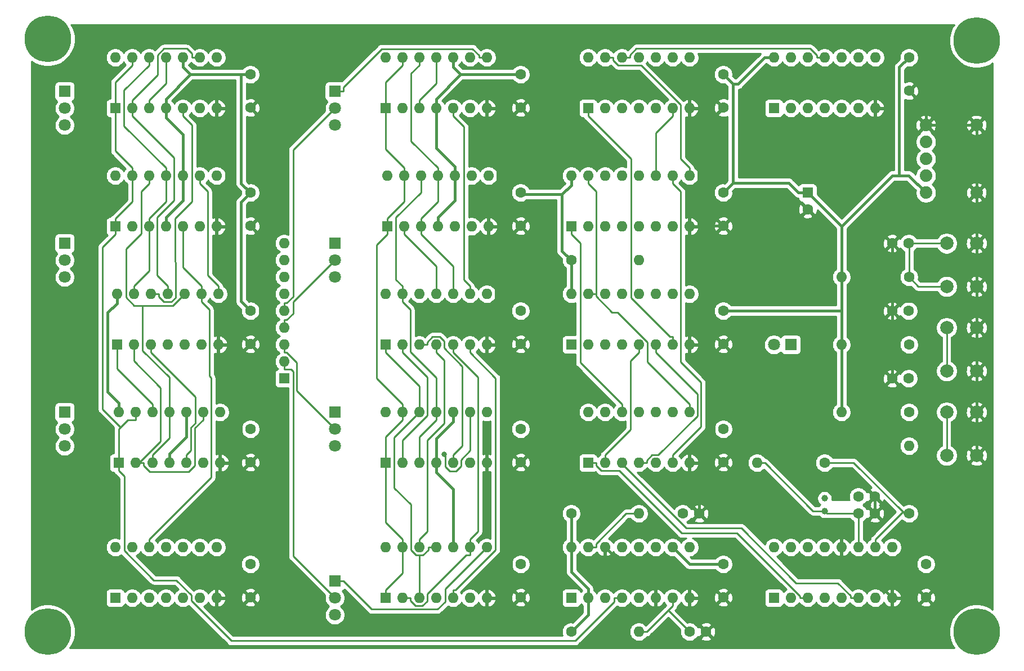
<source format=gbr>
G04 #@! TF.GenerationSoftware,KiCad,Pcbnew,5.1.12-5.1.12*
G04 #@! TF.CreationDate,2021-12-20T18:48:56+11:00*
G04 #@! TF.ProjectId,ttlclock3,74746c63-6c6f-4636-9b33-2e6b69636164,rev?*
G04 #@! TF.SameCoordinates,Original*
G04 #@! TF.FileFunction,Copper,L2,Bot*
G04 #@! TF.FilePolarity,Positive*
%FSLAX46Y46*%
G04 Gerber Fmt 4.6, Leading zero omitted, Abs format (unit mm)*
G04 Created by KiCad (PCBNEW 5.1.12-5.1.12) date 2021-12-20 18:48:56*
%MOMM*%
%LPD*%
G01*
G04 APERTURE LIST*
G04 #@! TA.AperFunction,ComponentPad*
%ADD10C,1.600000*%
G04 #@! TD*
G04 #@! TA.AperFunction,ComponentPad*
%ADD11O,1.600000X1.600000*%
G04 #@! TD*
G04 #@! TA.AperFunction,ComponentPad*
%ADD12R,1.600000X1.600000*%
G04 #@! TD*
G04 #@! TA.AperFunction,ComponentPad*
%ADD13C,1.879600*%
G04 #@! TD*
G04 #@! TA.AperFunction,ComponentPad*
%ADD14C,1.000000*%
G04 #@! TD*
G04 #@! TA.AperFunction,ComponentPad*
%ADD15C,2.000000*%
G04 #@! TD*
G04 #@! TA.AperFunction,ComponentPad*
%ADD16C,7.000000*%
G04 #@! TD*
G04 #@! TA.AperFunction,ComponentPad*
%ADD17C,1.800000*%
G04 #@! TD*
G04 #@! TA.AperFunction,ComponentPad*
%ADD18R,1.800000X1.800000*%
G04 #@! TD*
G04 #@! TA.AperFunction,ViaPad*
%ADD19C,0.800000*%
G04 #@! TD*
G04 #@! TA.AperFunction,Conductor*
%ADD20C,0.400000*%
G04 #@! TD*
G04 #@! TA.AperFunction,Conductor*
%ADD21C,0.250000*%
G04 #@! TD*
G04 #@! TA.AperFunction,Conductor*
%ADD22C,0.254000*%
G04 #@! TD*
G04 #@! TA.AperFunction,Conductor*
%ADD23C,0.100000*%
G04 #@! TD*
G04 APERTURE END LIST*
D10*
G04 #@! TO.P,C6,2*
G04 #@! TO.N,GND*
X203200000Y-48180000D03*
G04 #@! TO.P,C6,1*
G04 #@! TO.N,+5V*
X203200000Y-43180000D03*
G04 #@! TD*
D11*
G04 #@! TO.P,U6,14*
G04 #@! TO.N,+5V*
X182880000Y-43180000D03*
G04 #@! TO.P,U6,7*
G04 #@! TO.N,GND*
X198120000Y-50800000D03*
G04 #@! TO.P,U6,13*
G04 #@! TO.N,/M0/Ci*
X185420000Y-43180000D03*
G04 #@! TO.P,U6,6*
G04 #@! TO.N,N/C*
X195580000Y-50800000D03*
G04 #@! TO.P,U6,12*
G04 #@! TO.N,Net-(U5-Pad9)*
X187960000Y-43180000D03*
G04 #@! TO.P,U6,5*
G04 #@! TO.N,N/C*
X193040000Y-50800000D03*
G04 #@! TO.P,U6,11*
G04 #@! TO.N,Net-(U5-Pad12)*
X190500000Y-43180000D03*
G04 #@! TO.P,U6,4*
G04 #@! TO.N,N/C*
X190500000Y-50800000D03*
G04 #@! TO.P,U6,10*
X193040000Y-43180000D03*
G04 #@! TO.P,U6,3*
G04 #@! TO.N,Net-(U5-Pad2)*
X187960000Y-50800000D03*
G04 #@! TO.P,U6,9*
G04 #@! TO.N,N/C*
X195580000Y-43180000D03*
G04 #@! TO.P,U6,2*
G04 #@! TO.N,/1div5Hz*
X185420000Y-50800000D03*
G04 #@! TO.P,U6,8*
G04 #@! TO.N,N/C*
X198120000Y-43180000D03*
D12*
G04 #@! TO.P,U6,1*
G04 #@! TO.N,Net-(U5-Pad4)*
X182880000Y-50800000D03*
G04 #@! TD*
D13*
G04 #@! TO.P,J3,1*
G04 #@! TO.N,GND*
X213360000Y-63500000D03*
G04 #@! TD*
G04 #@! TO.P,J2,1*
G04 #@! TO.N,GND*
X213360000Y-53340000D03*
G04 #@! TD*
G04 #@! TO.P,J1,5*
G04 #@! TO.N,+5V*
X205740000Y-63500000D03*
G04 #@! TO.P,J1,4*
G04 #@! TO.N,Net-(J1-Pad4)*
X205740000Y-60960000D03*
G04 #@! TO.P,J1,3*
G04 #@! TO.N,Net-(J1-Pad3)*
X205740000Y-58420000D03*
G04 #@! TO.P,J1,2*
G04 #@! TO.N,Net-(J1-Pad2)*
X205740000Y-55880000D03*
G04 #@! TO.P,J1,1*
G04 #@! TO.N,GND*
X205740000Y-53340000D03*
G04 #@! TD*
D11*
G04 #@! TO.P,R25,2*
G04 #@! TO.N,Net-(C25-Pad1)*
X162560000Y-111760000D03*
D10*
G04 #@! TO.P,R25,1*
G04 #@! TO.N,+5V*
X152400000Y-111760000D03*
G04 #@! TD*
D11*
G04 #@! TO.P,R24,2*
G04 #@! TO.N,Net-(C24-Pad1)*
X162560000Y-129540000D03*
D10*
G04 #@! TO.P,R24,1*
G04 #@! TO.N,+5V*
X152400000Y-129540000D03*
G04 #@! TD*
D11*
G04 #@! TO.P,R4,2*
G04 #@! TO.N,Net-(D9-Pad2)*
X162560000Y-73660000D03*
D10*
G04 #@! TO.P,R4,1*
G04 #@! TO.N,+5V*
X152400000Y-73660000D03*
G04 #@! TD*
D11*
G04 #@! TO.P,U3,16*
G04 #@! TO.N,+5V*
X152400000Y-60960000D03*
G04 #@! TO.P,U3,8*
G04 #@! TO.N,GND*
X170180000Y-68580000D03*
G04 #@! TO.P,U3,15*
G04 #@! TO.N,/HOLD*
X154940000Y-60960000D03*
G04 #@! TO.P,U3,7*
G04 #@! TO.N,Net-(U3-Pad7)*
X167640000Y-68580000D03*
G04 #@! TO.P,U3,14*
G04 #@! TO.N,Net-(U3-Pad14)*
X157480000Y-60960000D03*
G04 #@! TO.P,U3,6*
G04 #@! TO.N,Net-(U3-Pad6)*
X165100000Y-68580000D03*
G04 #@! TO.P,U3,13*
G04 #@! TO.N,Net-(U3-Pad13)*
X160020000Y-60960000D03*
G04 #@! TO.P,U3,5*
G04 #@! TO.N,Net-(U3-Pad5)*
X162560000Y-68580000D03*
G04 #@! TO.P,U3,12*
G04 #@! TO.N,Net-(U3-Pad12)*
X162560000Y-60960000D03*
G04 #@! TO.P,U3,4*
G04 #@! TO.N,Net-(U3-Pad4)*
X160020000Y-68580000D03*
G04 #@! TO.P,U3,11*
G04 #@! TO.N,/1div5Hz*
X165100000Y-60960000D03*
G04 #@! TO.P,U3,3*
G04 #@! TO.N,Net-(U3-Pad3)*
X157480000Y-68580000D03*
G04 #@! TO.P,U3,10*
G04 #@! TO.N,/1024Hz*
X167640000Y-60960000D03*
G04 #@! TO.P,U3,2*
G04 #@! TO.N,Net-(U3-Pad2)*
X154940000Y-68580000D03*
G04 #@! TO.P,U3,9*
G04 #@! TO.N,Net-(U3-Pad9)*
X170180000Y-60960000D03*
D12*
G04 #@! TO.P,U3,1*
G04 #@! TO.N,/S1*
X152400000Y-68580000D03*
G04 #@! TD*
D11*
G04 #@! TO.P,U2,16*
G04 #@! TO.N,+5V*
X152400000Y-78740000D03*
G04 #@! TO.P,U2,8*
G04 #@! TO.N,GND*
X170180000Y-86360000D03*
G04 #@! TO.P,U2,15*
G04 #@! TO.N,/HOLD*
X154940000Y-78740000D03*
G04 #@! TO.P,U2,7*
G04 #@! TO.N,Net-(U2-Pad7)*
X167640000Y-86360000D03*
G04 #@! TO.P,U2,14*
G04 #@! TO.N,Net-(U2-Pad14)*
X157480000Y-78740000D03*
G04 #@! TO.P,U2,6*
G04 #@! TO.N,/256Hz*
X165100000Y-86360000D03*
G04 #@! TO.P,U2,13*
G04 #@! TO.N,Net-(U2-Pad13)*
X160020000Y-78740000D03*
G04 #@! TO.P,U2,5*
G04 #@! TO.N,/2Hz*
X162560000Y-86360000D03*
G04 #@! TO.P,U2,12*
G04 #@! TO.N,Net-(U2-Pad12)*
X162560000Y-78740000D03*
G04 #@! TO.P,U2,4*
G04 #@! TO.N,Net-(U2-Pad4)*
X160020000Y-86360000D03*
G04 #@! TO.P,U2,11*
G04 #@! TO.N,Net-(U2-Pad11)*
X165100000Y-78740000D03*
G04 #@! TO.P,U2,3*
G04 #@! TO.N,Net-(U2-Pad3)*
X157480000Y-86360000D03*
G04 #@! TO.P,U2,10*
G04 #@! TO.N,Net-(U2-Pad10)*
X167640000Y-78740000D03*
G04 #@! TO.P,U2,2*
G04 #@! TO.N,Net-(U2-Pad2)*
X154940000Y-86360000D03*
G04 #@! TO.P,U2,9*
G04 #@! TO.N,Net-(U2-Pad9)*
X170180000Y-78740000D03*
D12*
G04 #@! TO.P,U2,1*
G04 #@! TO.N,/S0*
X152400000Y-86360000D03*
G04 #@! TD*
D10*
G04 #@! TO.P,C3,2*
G04 #@! TO.N,GND*
X175260000Y-68500000D03*
G04 #@! TO.P,C3,1*
G04 #@! TO.N,+5V*
X175260000Y-63500000D03*
G04 #@! TD*
D11*
G04 #@! TO.P,U5,14*
G04 #@! TO.N,+5V*
X154940000Y-43180000D03*
G04 #@! TO.P,U5,7*
G04 #@! TO.N,GND*
X170180000Y-50800000D03*
G04 #@! TO.P,U5,13*
G04 #@! TO.N,Net-(U3-Pad9)*
X157480000Y-43180000D03*
G04 #@! TO.P,U5,6*
G04 #@! TO.N,/1div5Hz*
X167640000Y-50800000D03*
G04 #@! TO.P,U5,12*
G04 #@! TO.N,Net-(U5-Pad12)*
X160020000Y-43180000D03*
G04 #@! TO.P,U5,5*
G04 #@! TO.N,Net-(U5-Pad5)*
X165100000Y-50800000D03*
G04 #@! TO.P,U5,11*
G04 #@! TO.N,Net-(U5-Pad11)*
X162560000Y-43180000D03*
G04 #@! TO.P,U5,4*
G04 #@! TO.N,Net-(U5-Pad4)*
X162560000Y-50800000D03*
G04 #@! TO.P,U5,10*
G04 #@! TO.N,Net-(U5-Pad10)*
X165100000Y-43180000D03*
G04 #@! TO.P,U5,3*
G04 #@! TO.N,Net-(D9-Pad1)*
X160020000Y-50800000D03*
G04 #@! TO.P,U5,9*
G04 #@! TO.N,Net-(U5-Pad9)*
X167640000Y-43180000D03*
G04 #@! TO.P,U5,2*
G04 #@! TO.N,Net-(U5-Pad2)*
X157480000Y-50800000D03*
G04 #@! TO.P,U5,8*
G04 #@! TO.N,/M0/Ci*
X170180000Y-43180000D03*
D12*
G04 #@! TO.P,U5,1*
G04 #@! TO.N,Net-(U2-Pad7)*
X154940000Y-50800000D03*
G04 #@! TD*
D11*
G04 #@! TO.P,U4,16*
G04 #@! TO.N,+5V*
X182880000Y-116840000D03*
G04 #@! TO.P,U4,8*
G04 #@! TO.N,GND*
X200660000Y-124460000D03*
G04 #@! TO.P,U4,15*
G04 #@! TO.N,Net-(U4-Pad15)*
X185420000Y-116840000D03*
G04 #@! TO.P,U4,7*
G04 #@! TO.N,Net-(U4-Pad7)*
X198120000Y-124460000D03*
G04 #@! TO.P,U4,14*
G04 #@! TO.N,Net-(U4-Pad14)*
X187960000Y-116840000D03*
G04 #@! TO.P,U4,6*
G04 #@! TO.N,Net-(U1-Pad3)*
X195580000Y-124460000D03*
G04 #@! TO.P,U4,13*
G04 #@! TO.N,Net-(U4-Pad13)*
X190500000Y-116840000D03*
G04 #@! TO.P,U4,5*
G04 #@! TO.N,Net-(U1-Pad5)*
X193040000Y-124460000D03*
G04 #@! TO.P,U4,12*
G04 #@! TO.N,GND*
X193040000Y-116840000D03*
G04 #@! TO.P,U4,4*
G04 #@! TO.N,Net-(U4-Pad4)*
X190500000Y-124460000D03*
G04 #@! TO.P,U4,11*
G04 #@! TO.N,Net-(C30-Pad1)*
X195580000Y-116840000D03*
G04 #@! TO.P,U4,3*
G04 #@! TO.N,Net-(U1-Pad1)*
X187960000Y-124460000D03*
G04 #@! TO.P,U4,10*
G04 #@! TO.N,Net-(R30-Pad1)*
X198120000Y-116840000D03*
G04 #@! TO.P,U4,2*
G04 #@! TO.N,Net-(U4-Pad2)*
X185420000Y-124460000D03*
G04 #@! TO.P,U4,9*
G04 #@! TO.N,Net-(U4-Pad9)*
X200660000Y-116840000D03*
D12*
G04 #@! TO.P,U4,1*
G04 #@! TO.N,Net-(U4-Pad1)*
X182880000Y-124460000D03*
G04 #@! TD*
D11*
G04 #@! TO.P,U1,14*
G04 #@! TO.N,+5V*
X154940000Y-96520000D03*
G04 #@! TO.P,U1,7*
G04 #@! TO.N,GND*
X170180000Y-104140000D03*
G04 #@! TO.P,U1,13*
G04 #@! TO.N,Net-(C34-Pad2)*
X157480000Y-96520000D03*
G04 #@! TO.P,U1,6*
G04 #@! TO.N,/1024Hz*
X167640000Y-104140000D03*
G04 #@! TO.P,U1,12*
G04 #@! TO.N,/S1*
X160020000Y-96520000D03*
G04 #@! TO.P,U1,5*
G04 #@! TO.N,Net-(U1-Pad5)*
X165100000Y-104140000D03*
G04 #@! TO.P,U1,11*
G04 #@! TO.N,Net-(C33-Pad2)*
X162560000Y-96520000D03*
G04 #@! TO.P,U1,4*
G04 #@! TO.N,/256Hz*
X162560000Y-104140000D03*
G04 #@! TO.P,U1,10*
G04 #@! TO.N,/S0*
X165100000Y-96520000D03*
G04 #@! TO.P,U1,3*
G04 #@! TO.N,Net-(U1-Pad3)*
X160020000Y-104140000D03*
G04 #@! TO.P,U1,9*
G04 #@! TO.N,Net-(C32-Pad2)*
X167640000Y-96520000D03*
G04 #@! TO.P,U1,2*
G04 #@! TO.N,/2Hz*
X157480000Y-104140000D03*
G04 #@! TO.P,U1,8*
G04 #@! TO.N,/HOLD*
X170180000Y-96520000D03*
D12*
G04 #@! TO.P,U1,1*
G04 #@! TO.N,Net-(U1-Pad1)*
X154940000Y-104140000D03*
G04 #@! TD*
D10*
G04 #@! TO.P,C34,2*
G04 #@! TO.N,Net-(C34-Pad2)*
X203160000Y-71120000D03*
G04 #@! TO.P,C34,1*
G04 #@! TO.N,GND*
X200660000Y-71120000D03*
G04 #@! TD*
G04 #@! TO.P,C33,2*
G04 #@! TO.N,Net-(C33-Pad2)*
X203160000Y-81280000D03*
G04 #@! TO.P,C33,1*
G04 #@! TO.N,GND*
X200660000Y-81280000D03*
G04 #@! TD*
G04 #@! TO.P,C32,2*
G04 #@! TO.N,Net-(C32-Pad2)*
X203160000Y-91440000D03*
G04 #@! TO.P,C32,1*
G04 #@! TO.N,GND*
X200660000Y-91440000D03*
G04 #@! TD*
G04 #@! TO.P,C25,2*
G04 #@! TO.N,GND*
X171664000Y-111760000D03*
G04 #@! TO.P,C25,1*
G04 #@! TO.N,Net-(C25-Pad1)*
X169164000Y-111760000D03*
G04 #@! TD*
G04 #@! TO.P,C24,2*
G04 #@! TO.N,GND*
X172680000Y-129540000D03*
G04 #@! TO.P,C24,1*
G04 #@! TO.N,Net-(C24-Pad1)*
X170180000Y-129540000D03*
G04 #@! TD*
G04 #@! TO.P,C23,2*
G04 #@! TO.N,GND*
X175260000Y-124380000D03*
G04 #@! TO.P,C23,1*
G04 #@! TO.N,+5V*
X175260000Y-119380000D03*
G04 #@! TD*
G04 #@! TO.P,C16,2*
G04 #@! TO.N,GND*
X104140000Y-104060000D03*
G04 #@! TO.P,C16,1*
G04 #@! TO.N,+5V*
X104140000Y-99060000D03*
G04 #@! TD*
G04 #@! TO.P,C15,2*
G04 #@! TO.N,GND*
X104140000Y-68500000D03*
G04 #@! TO.P,C15,1*
G04 #@! TO.N,+5V*
X104140000Y-63500000D03*
G04 #@! TD*
G04 #@! TO.P,C14,2*
G04 #@! TO.N,GND*
X104140000Y-50720000D03*
G04 #@! TO.P,C14,1*
G04 #@! TO.N,+5V*
X104140000Y-45720000D03*
G04 #@! TD*
G04 #@! TO.P,C13,2*
G04 #@! TO.N,GND*
X144780000Y-124380000D03*
G04 #@! TO.P,C13,1*
G04 #@! TO.N,+5V*
X144780000Y-119380000D03*
G04 #@! TD*
G04 #@! TO.P,C12,2*
G04 #@! TO.N,GND*
X144780000Y-104060000D03*
G04 #@! TO.P,C12,1*
G04 #@! TO.N,+5V*
X144780000Y-99060000D03*
G04 #@! TD*
G04 #@! TO.P,C11,2*
G04 #@! TO.N,GND*
X144780000Y-68500000D03*
G04 #@! TO.P,C11,1*
G04 #@! TO.N,+5V*
X144780000Y-63500000D03*
G04 #@! TD*
G04 #@! TO.P,C10,2*
G04 #@! TO.N,GND*
X144780000Y-50720000D03*
G04 #@! TO.P,C10,1*
G04 #@! TO.N,+5V*
X144780000Y-45720000D03*
G04 #@! TD*
D14*
G04 #@! TO.P,Y1,2*
G04 #@! TO.N,Net-(C30-Pad1)*
X190500000Y-111374000D03*
G04 #@! TO.P,Y1,1*
G04 #@! TO.N,Net-(C31-Pad1)*
X190500000Y-109474000D03*
G04 #@! TD*
D11*
G04 #@! TO.P,U23,16*
G04 #@! TO.N,+5V*
X152400000Y-116840000D03*
G04 #@! TO.P,U23,8*
G04 #@! TO.N,GND*
X170180000Y-124460000D03*
G04 #@! TO.P,U23,15*
G04 #@! TO.N,Net-(C25-Pad1)*
X154940000Y-116840000D03*
G04 #@! TO.P,U23,7*
G04 #@! TO.N,Net-(C24-Pad1)*
X167640000Y-124460000D03*
G04 #@! TO.P,U23,14*
G04 #@! TO.N,GND*
X157480000Y-116840000D03*
G04 #@! TO.P,U23,6*
X165100000Y-124460000D03*
G04 #@! TO.P,U23,13*
G04 #@! TO.N,Net-(U23-Pad13)*
X160020000Y-116840000D03*
G04 #@! TO.P,U23,5*
G04 #@! TO.N,Net-(U23-Pad5)*
X162560000Y-124460000D03*
G04 #@! TO.P,U23,12*
G04 #@! TO.N,/M0/~R*
X162560000Y-116840000D03*
G04 #@! TO.P,U23,4*
G04 #@! TO.N,/H0/~R*
X160020000Y-124460000D03*
G04 #@! TO.P,U23,11*
G04 #@! TO.N,+5V*
X165100000Y-116840000D03*
G04 #@! TO.P,U23,3*
X157480000Y-124460000D03*
G04 #@! TO.P,U23,10*
X167640000Y-116840000D03*
G04 #@! TO.P,U23,2*
X154940000Y-124460000D03*
G04 #@! TO.P,U23,9*
G04 #@! TO.N,Net-(U22-Pad8)*
X170180000Y-116840000D03*
D12*
G04 #@! TO.P,U23,1*
G04 #@! TO.N,Net-(U22-Pad11)*
X152400000Y-124460000D03*
G04 #@! TD*
D11*
G04 #@! TO.P,U22,14*
G04 #@! TO.N,+5V*
X83820000Y-116840000D03*
G04 #@! TO.P,U22,7*
G04 #@! TO.N,GND*
X99060000Y-124460000D03*
G04 #@! TO.P,U22,13*
G04 #@! TO.N,/H18*
X86360000Y-116840000D03*
G04 #@! TO.P,U22,6*
G04 #@! TO.N,N/C*
X96520000Y-124460000D03*
G04 #@! TO.P,U22,12*
G04 #@! TO.N,/H6*
X88900000Y-116840000D03*
G04 #@! TO.P,U22,5*
G04 #@! TO.N,N/C*
X93980000Y-124460000D03*
G04 #@! TO.P,U22,11*
G04 #@! TO.N,Net-(U22-Pad11)*
X91440000Y-116840000D03*
G04 #@! TO.P,U22,4*
G04 #@! TO.N,N/C*
X91440000Y-124460000D03*
G04 #@! TO.P,U22,10*
G04 #@! TO.N,/M54*
X93980000Y-116840000D03*
G04 #@! TO.P,U22,3*
G04 #@! TO.N,N/C*
X88900000Y-124460000D03*
G04 #@! TO.P,U22,9*
G04 #@! TO.N,/M6*
X96520000Y-116840000D03*
G04 #@! TO.P,U22,2*
G04 #@! TO.N,N/C*
X86360000Y-124460000D03*
G04 #@! TO.P,U22,8*
G04 #@! TO.N,Net-(U22-Pad8)*
X99060000Y-116840000D03*
D12*
G04 #@! TO.P,U22,1*
G04 #@! TO.N,N/C*
X83820000Y-124460000D03*
G04 #@! TD*
D11*
G04 #@! TO.P,U21,14*
G04 #@! TO.N,+5V*
X84074000Y-78740000D03*
G04 #@! TO.P,U21,7*
G04 #@! TO.N,GND*
X99314000Y-86360000D03*
G04 #@! TO.P,U21,13*
G04 #@! TO.N,/H1/Ci*
X86614000Y-78740000D03*
G04 #@! TO.P,U21,6*
G04 #@! TO.N,N/C*
X96774000Y-86360000D03*
G04 #@! TO.P,U21,12*
G04 #@! TO.N,/H0/Q1*
X89154000Y-78740000D03*
G04 #@! TO.P,U21,5*
G04 #@! TO.N,N/C*
X94234000Y-86360000D03*
G04 #@! TO.P,U21,11*
G04 #@! TO.N,Net-(U14-Pad2)*
X91694000Y-78740000D03*
G04 #@! TO.P,U21,4*
G04 #@! TO.N,N/C*
X91694000Y-86360000D03*
G04 #@! TO.P,U21,10*
G04 #@! TO.N,/H2/Ci*
X94234000Y-78740000D03*
G04 #@! TO.P,U21,3*
G04 #@! TO.N,/H18*
X89154000Y-86360000D03*
G04 #@! TO.P,U21,9*
G04 #@! TO.N,/H6*
X96774000Y-78740000D03*
G04 #@! TO.P,U21,2*
G04 #@! TO.N,Net-(U16-Pad2)*
X86614000Y-86360000D03*
G04 #@! TO.P,U21,8*
G04 #@! TO.N,Net-(U15-Pad2)*
X99314000Y-78740000D03*
D12*
G04 #@! TO.P,U21,1*
G04 #@! TO.N,/H2/Co*
X84074000Y-86360000D03*
G04 #@! TD*
D11*
G04 #@! TO.P,U20,14*
G04 #@! TO.N,+5V*
X124460000Y-78740000D03*
G04 #@! TO.P,U20,7*
G04 #@! TO.N,GND*
X139700000Y-86360000D03*
G04 #@! TO.P,U20,13*
G04 #@! TO.N,/M2/Ci*
X127000000Y-78740000D03*
G04 #@! TO.P,U20,6*
G04 #@! TO.N,/M54*
X137160000Y-86360000D03*
G04 #@! TO.P,U20,12*
G04 #@! TO.N,/M6*
X129540000Y-78740000D03*
G04 #@! TO.P,U20,5*
G04 #@! TO.N,Net-(U13-Pad2)*
X134620000Y-86360000D03*
G04 #@! TO.P,U20,11*
G04 #@! TO.N,Net-(U11-Pad2)*
X132080000Y-78740000D03*
G04 #@! TO.P,U20,4*
G04 #@! TO.N,/M60*
X132080000Y-86360000D03*
G04 #@! TO.P,U20,10*
G04 #@! TO.N,/M1/Ci*
X134620000Y-78740000D03*
G04 #@! TO.P,U20,3*
G04 #@! TO.N,/M2/Q1*
X129540000Y-86360000D03*
G04 #@! TO.P,U20,9*
G04 #@! TO.N,/M0/Q1*
X137160000Y-78740000D03*
G04 #@! TO.P,U20,2*
G04 #@! TO.N,Net-(U12-Pad2)*
X127000000Y-86360000D03*
G04 #@! TO.P,U20,8*
G04 #@! TO.N,Net-(U10-Pad2)*
X139700000Y-78740000D03*
D12*
G04 #@! TO.P,U20,1*
G04 #@! TO.N,/M3/Ci*
X124460000Y-86360000D03*
G04 #@! TD*
D11*
G04 #@! TO.P,U16,14*
G04 #@! TO.N,+5V*
X84328000Y-96520000D03*
G04 #@! TO.P,U16,7*
G04 #@! TO.N,GND*
X99568000Y-104140000D03*
G04 #@! TO.P,U16,13*
G04 #@! TO.N,/H0/~R*
X86868000Y-96520000D03*
G04 #@! TO.P,U16,6*
G04 #@! TO.N,/H2/~Q1*
X97028000Y-104140000D03*
G04 #@! TO.P,U16,12*
G04 #@! TO.N,/H2/Co*
X89408000Y-96520000D03*
G04 #@! TO.P,U16,5*
G04 #@! TO.N,/H18*
X94488000Y-104140000D03*
G04 #@! TO.P,U16,11*
G04 #@! TO.N,/H2/Ci*
X91948000Y-96520000D03*
G04 #@! TO.P,U16,4*
G04 #@! TO.N,+5V*
X91948000Y-104140000D03*
G04 #@! TO.P,U16,10*
X94488000Y-96520000D03*
G04 #@! TO.P,U16,3*
G04 #@! TO.N,/H2/Ci*
X89408000Y-104140000D03*
G04 #@! TO.P,U16,9*
G04 #@! TO.N,Net-(U16-Pad2)*
X97028000Y-96520000D03*
G04 #@! TO.P,U16,2*
X86868000Y-104140000D03*
G04 #@! TO.P,U16,8*
G04 #@! TO.N,/H2/~Q0*
X99568000Y-96520000D03*
D12*
G04 #@! TO.P,U16,1*
G04 #@! TO.N,/H0/~R*
X84328000Y-104140000D03*
G04 #@! TD*
D11*
G04 #@! TO.P,U15,14*
G04 #@! TO.N,+5V*
X83820000Y-60960000D03*
G04 #@! TO.P,U15,7*
G04 #@! TO.N,GND*
X99060000Y-68580000D03*
G04 #@! TO.P,U15,13*
G04 #@! TO.N,/H0/~R*
X86360000Y-60960000D03*
G04 #@! TO.P,U15,6*
G04 #@! TO.N,/H1/~Q1*
X96520000Y-68580000D03*
G04 #@! TO.P,U15,12*
G04 #@! TO.N,/H2/Ci*
X88900000Y-60960000D03*
G04 #@! TO.P,U15,5*
G04 #@! TO.N,/H6*
X93980000Y-68580000D03*
G04 #@! TO.P,U15,11*
G04 #@! TO.N,/H1/Ci*
X91440000Y-60960000D03*
G04 #@! TO.P,U15,4*
G04 #@! TO.N,+5V*
X91440000Y-68580000D03*
G04 #@! TO.P,U15,10*
X93980000Y-60960000D03*
G04 #@! TO.P,U15,3*
G04 #@! TO.N,/H1/Ci*
X88900000Y-68580000D03*
G04 #@! TO.P,U15,9*
G04 #@! TO.N,Net-(U15-Pad2)*
X96520000Y-60960000D03*
G04 #@! TO.P,U15,2*
X86360000Y-68580000D03*
G04 #@! TO.P,U15,8*
G04 #@! TO.N,/H1/~Q0*
X99060000Y-60960000D03*
D12*
G04 #@! TO.P,U15,1*
G04 #@! TO.N,/H0/~R*
X83820000Y-68580000D03*
G04 #@! TD*
D11*
G04 #@! TO.P,U14,14*
G04 #@! TO.N,+5V*
X83820000Y-43180000D03*
G04 #@! TO.P,U14,7*
G04 #@! TO.N,GND*
X99060000Y-50800000D03*
G04 #@! TO.P,U14,13*
G04 #@! TO.N,/H0/~R*
X86360000Y-43180000D03*
G04 #@! TO.P,U14,6*
G04 #@! TO.N,/H0/~Q1*
X96520000Y-50800000D03*
G04 #@! TO.P,U14,12*
G04 #@! TO.N,/H1/Ci*
X88900000Y-43180000D03*
G04 #@! TO.P,U14,5*
G04 #@! TO.N,/H0/Q1*
X93980000Y-50800000D03*
G04 #@! TO.P,U14,11*
G04 #@! TO.N,/M60*
X91440000Y-43180000D03*
G04 #@! TO.P,U14,4*
G04 #@! TO.N,+5V*
X91440000Y-50800000D03*
G04 #@! TO.P,U14,10*
X93980000Y-43180000D03*
G04 #@! TO.P,U14,3*
G04 #@! TO.N,/M60*
X88900000Y-50800000D03*
G04 #@! TO.P,U14,9*
G04 #@! TO.N,Net-(U14-Pad2)*
X96520000Y-43180000D03*
G04 #@! TO.P,U14,2*
X86360000Y-50800000D03*
G04 #@! TO.P,U14,8*
G04 #@! TO.N,/H0/~Q0*
X99060000Y-43180000D03*
D12*
G04 #@! TO.P,U14,1*
G04 #@! TO.N,/H0/~R*
X83820000Y-50800000D03*
G04 #@! TD*
D11*
G04 #@! TO.P,U13,14*
G04 #@! TO.N,+5V*
X124460000Y-116840000D03*
G04 #@! TO.P,U13,7*
G04 #@! TO.N,GND*
X139700000Y-124460000D03*
G04 #@! TO.P,U13,13*
G04 #@! TO.N,/M0/~R*
X127000000Y-116840000D03*
G04 #@! TO.P,U13,6*
G04 #@! TO.N,/M3/~Q1*
X137160000Y-124460000D03*
G04 #@! TO.P,U13,12*
G04 #@! TO.N,/M60*
X129540000Y-116840000D03*
G04 #@! TO.P,U13,5*
G04 #@! TO.N,/M54*
X134620000Y-124460000D03*
G04 #@! TO.P,U13,11*
G04 #@! TO.N,/M3/Ci*
X132080000Y-116840000D03*
G04 #@! TO.P,U13,4*
G04 #@! TO.N,+5V*
X132080000Y-124460000D03*
G04 #@! TO.P,U13,10*
X134620000Y-116840000D03*
G04 #@! TO.P,U13,3*
G04 #@! TO.N,/M3/Ci*
X129540000Y-124460000D03*
G04 #@! TO.P,U13,9*
G04 #@! TO.N,Net-(U13-Pad2)*
X137160000Y-116840000D03*
G04 #@! TO.P,U13,2*
X127000000Y-124460000D03*
G04 #@! TO.P,U13,8*
G04 #@! TO.N,/M3/~Q0*
X139700000Y-116840000D03*
D12*
G04 #@! TO.P,U13,1*
G04 #@! TO.N,/M0/~R*
X124460000Y-124460000D03*
G04 #@! TD*
D11*
G04 #@! TO.P,U12,14*
G04 #@! TO.N,+5V*
X124460000Y-96520000D03*
G04 #@! TO.P,U12,7*
G04 #@! TO.N,GND*
X139700000Y-104140000D03*
G04 #@! TO.P,U12,13*
G04 #@! TO.N,/M0/~R*
X127000000Y-96520000D03*
G04 #@! TO.P,U12,6*
G04 #@! TO.N,/M2/~Q1*
X137160000Y-104140000D03*
G04 #@! TO.P,U12,12*
G04 #@! TO.N,/M3/Ci*
X129540000Y-96520000D03*
G04 #@! TO.P,U12,5*
G04 #@! TO.N,/M2/Q1*
X134620000Y-104140000D03*
G04 #@! TO.P,U12,11*
G04 #@! TO.N,/M2/Ci*
X132080000Y-96520000D03*
G04 #@! TO.P,U12,4*
G04 #@! TO.N,+5V*
X132080000Y-104140000D03*
G04 #@! TO.P,U12,10*
X134620000Y-96520000D03*
G04 #@! TO.P,U12,3*
G04 #@! TO.N,/M2/Ci*
X129540000Y-104140000D03*
G04 #@! TO.P,U12,9*
G04 #@! TO.N,Net-(U12-Pad2)*
X137160000Y-96520000D03*
G04 #@! TO.P,U12,2*
X127000000Y-104140000D03*
G04 #@! TO.P,U12,8*
G04 #@! TO.N,/M2/~Q0*
X139700000Y-96520000D03*
D12*
G04 #@! TO.P,U12,1*
G04 #@! TO.N,/M0/~R*
X124460000Y-104140000D03*
G04 #@! TD*
D11*
G04 #@! TO.P,U11,14*
G04 #@! TO.N,+5V*
X124714000Y-60960000D03*
G04 #@! TO.P,U11,7*
G04 #@! TO.N,GND*
X139954000Y-68580000D03*
G04 #@! TO.P,U11,13*
G04 #@! TO.N,/M0/~R*
X127254000Y-60960000D03*
G04 #@! TO.P,U11,6*
G04 #@! TO.N,/M1/~Q1*
X137414000Y-68580000D03*
G04 #@! TO.P,U11,12*
G04 #@! TO.N,/M2/Ci*
X129794000Y-60960000D03*
G04 #@! TO.P,U11,5*
G04 #@! TO.N,/M6*
X134874000Y-68580000D03*
G04 #@! TO.P,U11,11*
G04 #@! TO.N,/M1/Ci*
X132334000Y-60960000D03*
G04 #@! TO.P,U11,4*
G04 #@! TO.N,+5V*
X132334000Y-68580000D03*
G04 #@! TO.P,U11,10*
X134874000Y-60960000D03*
G04 #@! TO.P,U11,3*
G04 #@! TO.N,/M1/Ci*
X129794000Y-68580000D03*
G04 #@! TO.P,U11,9*
G04 #@! TO.N,Net-(U11-Pad2)*
X137414000Y-60960000D03*
G04 #@! TO.P,U11,2*
X127254000Y-68580000D03*
G04 #@! TO.P,U11,8*
G04 #@! TO.N,/M1/~Q0*
X139954000Y-60960000D03*
D12*
G04 #@! TO.P,U11,1*
G04 #@! TO.N,/M0/~R*
X124714000Y-68580000D03*
G04 #@! TD*
D11*
G04 #@! TO.P,U10,14*
G04 #@! TO.N,+5V*
X124460000Y-43180000D03*
G04 #@! TO.P,U10,7*
G04 #@! TO.N,GND*
X139700000Y-50800000D03*
G04 #@! TO.P,U10,13*
G04 #@! TO.N,/M0/~R*
X127000000Y-43180000D03*
G04 #@! TO.P,U10,6*
G04 #@! TO.N,/M0/~Q1*
X137160000Y-50800000D03*
G04 #@! TO.P,U10,12*
G04 #@! TO.N,/M1/Ci*
X129540000Y-43180000D03*
G04 #@! TO.P,U10,5*
G04 #@! TO.N,/M0/Q1*
X134620000Y-50800000D03*
G04 #@! TO.P,U10,11*
G04 #@! TO.N,/M0/Ci*
X132080000Y-43180000D03*
G04 #@! TO.P,U10,4*
G04 #@! TO.N,+5V*
X132080000Y-50800000D03*
G04 #@! TO.P,U10,10*
X134620000Y-43180000D03*
G04 #@! TO.P,U10,3*
G04 #@! TO.N,/M0/Ci*
X129540000Y-50800000D03*
G04 #@! TO.P,U10,9*
G04 #@! TO.N,Net-(U10-Pad2)*
X137160000Y-43180000D03*
G04 #@! TO.P,U10,2*
X127000000Y-50800000D03*
G04 #@! TO.P,U10,8*
G04 #@! TO.N,/M0/~Q0*
X139700000Y-43180000D03*
D12*
G04 #@! TO.P,U10,1*
G04 #@! TO.N,/M0/~R*
X124460000Y-50800000D03*
G04 #@! TD*
D15*
G04 #@! TO.P,SW1,1*
G04 #@! TO.N,GND*
X213360000Y-103020000D03*
G04 #@! TO.P,SW1,2*
G04 #@! TO.N,Net-(C32-Pad2)*
X208860000Y-103020000D03*
G04 #@! TO.P,SW1,1*
G04 #@! TO.N,GND*
X213360000Y-96520000D03*
G04 #@! TO.P,SW1,2*
G04 #@! TO.N,Net-(C32-Pad2)*
X208860000Y-96520000D03*
G04 #@! TD*
G04 #@! TO.P,SW2,1*
G04 #@! TO.N,GND*
X213360000Y-90320000D03*
G04 #@! TO.P,SW2,2*
G04 #@! TO.N,Net-(C33-Pad2)*
X208860000Y-90320000D03*
G04 #@! TO.P,SW2,1*
G04 #@! TO.N,GND*
X213360000Y-83820000D03*
G04 #@! TO.P,SW2,2*
G04 #@! TO.N,Net-(C33-Pad2)*
X208860000Y-83820000D03*
G04 #@! TD*
G04 #@! TO.P,SW3,1*
G04 #@! TO.N,GND*
X213360000Y-77620000D03*
G04 #@! TO.P,SW3,2*
G04 #@! TO.N,Net-(C34-Pad2)*
X208860000Y-77620000D03*
G04 #@! TO.P,SW3,1*
G04 #@! TO.N,GND*
X213360000Y-71120000D03*
G04 #@! TO.P,SW3,2*
G04 #@! TO.N,Net-(C34-Pad2)*
X208860000Y-71120000D03*
G04 #@! TD*
D11*
G04 #@! TO.P,RN1,9*
G04 #@! TO.N,Net-(RN1-Pad9)*
X109220000Y-71120000D03*
G04 #@! TO.P,RN1,8*
G04 #@! TO.N,/A14*
X109220000Y-73660000D03*
G04 #@! TO.P,RN1,7*
G04 #@! TO.N,/A15*
X109220000Y-76200000D03*
G04 #@! TO.P,RN1,6*
G04 #@! TO.N,/A16*
X109220000Y-78740000D03*
G04 #@! TO.P,RN1,5*
G04 #@! TO.N,Net-(D10-Pad2)*
X109220000Y-81280000D03*
G04 #@! TO.P,RN1,4*
G04 #@! TO.N,Net-(D11-Pad2)*
X109220000Y-83820000D03*
G04 #@! TO.P,RN1,3*
G04 #@! TO.N,Net-(D12-Pad2)*
X109220000Y-86360000D03*
G04 #@! TO.P,RN1,2*
G04 #@! TO.N,Net-(D13-Pad2)*
X109220000Y-88900000D03*
D12*
G04 #@! TO.P,RN1,1*
G04 #@! TO.N,+5V*
X109220000Y-91440000D03*
G04 #@! TD*
D11*
G04 #@! TO.P,R17,2*
G04 #@! TO.N,+5V*
X193040000Y-76200000D03*
D10*
G04 #@! TO.P,R17,1*
G04 #@! TO.N,Net-(C34-Pad2)*
X203200000Y-76200000D03*
G04 #@! TD*
D11*
G04 #@! TO.P,R16,2*
G04 #@! TO.N,+5V*
X193040000Y-86360000D03*
D10*
G04 #@! TO.P,R16,1*
G04 #@! TO.N,Net-(C33-Pad2)*
X203200000Y-86360000D03*
G04 #@! TD*
D11*
G04 #@! TO.P,R15,2*
G04 #@! TO.N,+5V*
X193040000Y-96520000D03*
D10*
G04 #@! TO.P,R15,1*
G04 #@! TO.N,Net-(C32-Pad2)*
X203200000Y-96520000D03*
G04 #@! TD*
D11*
G04 #@! TO.P,R31,2*
G04 #@! TO.N,Net-(C31-Pad1)*
X203200000Y-101600000D03*
D10*
G04 #@! TO.P,R31,1*
G04 #@! TO.N,Net-(R30-Pad1)*
X203200000Y-111760000D03*
G04 #@! TD*
D11*
G04 #@! TO.P,R30,2*
G04 #@! TO.N,Net-(C30-Pad1)*
X180340000Y-104140000D03*
D10*
G04 #@! TO.P,R30,1*
G04 #@! TO.N,Net-(R30-Pad1)*
X190500000Y-104140000D03*
G04 #@! TD*
D16*
G04 #@! TO.P,H4,1*
G04 #@! TO.N,N/C*
X213360000Y-129540000D03*
G04 #@! TD*
G04 #@! TO.P,H3,1*
G04 #@! TO.N,N/C*
X73660000Y-129540000D03*
G04 #@! TD*
G04 #@! TO.P,H2,1*
G04 #@! TO.N,N/C*
X213360000Y-40640000D03*
G04 #@! TD*
G04 #@! TO.P,H1,1*
G04 #@! TO.N,N/C*
X73660000Y-40386000D03*
G04 #@! TD*
D17*
G04 #@! TO.P,D9,2*
G04 #@! TO.N,Net-(D9-Pad2)*
X182880000Y-86360000D03*
D18*
G04 #@! TO.P,D9,1*
G04 #@! TO.N,Net-(D9-Pad1)*
X185420000Y-86360000D03*
G04 #@! TD*
D17*
G04 #@! TO.P,D16,3*
G04 #@! TO.N,/H2/~Q1*
X76200000Y-101600000D03*
G04 #@! TO.P,D16,2*
G04 #@! TO.N,/A16*
X76200000Y-99060000D03*
D18*
G04 #@! TO.P,D16,1*
G04 #@! TO.N,/H2/~Q0*
X76200000Y-96520000D03*
G04 #@! TD*
D17*
G04 #@! TO.P,D15,3*
G04 #@! TO.N,/H1/~Q1*
X76200000Y-76200000D03*
G04 #@! TO.P,D15,2*
G04 #@! TO.N,/A15*
X76200000Y-73660000D03*
D18*
G04 #@! TO.P,D15,1*
G04 #@! TO.N,/H1/~Q0*
X76200000Y-71120000D03*
G04 #@! TD*
D17*
G04 #@! TO.P,D14,3*
G04 #@! TO.N,/H0/~Q1*
X76200000Y-53340000D03*
G04 #@! TO.P,D14,2*
G04 #@! TO.N,/A14*
X76200000Y-50800000D03*
D18*
G04 #@! TO.P,D14,1*
G04 #@! TO.N,/H0/~Q0*
X76200000Y-48260000D03*
G04 #@! TD*
D17*
G04 #@! TO.P,D13,3*
G04 #@! TO.N,/M3/~Q1*
X116840000Y-127000000D03*
G04 #@! TO.P,D13,2*
G04 #@! TO.N,Net-(D13-Pad2)*
X116840000Y-124460000D03*
D18*
G04 #@! TO.P,D13,1*
G04 #@! TO.N,/M3/~Q0*
X116840000Y-121920000D03*
G04 #@! TD*
D17*
G04 #@! TO.P,D12,3*
G04 #@! TO.N,/M2/~Q1*
X116840000Y-101600000D03*
G04 #@! TO.P,D12,2*
G04 #@! TO.N,Net-(D12-Pad2)*
X116840000Y-99060000D03*
D18*
G04 #@! TO.P,D12,1*
G04 #@! TO.N,/M2/~Q0*
X116840000Y-96520000D03*
G04 #@! TD*
D17*
G04 #@! TO.P,D11,3*
G04 #@! TO.N,/M1/~Q1*
X116840000Y-76200000D03*
G04 #@! TO.P,D11,2*
G04 #@! TO.N,Net-(D11-Pad2)*
X116840000Y-73660000D03*
D18*
G04 #@! TO.P,D11,1*
G04 #@! TO.N,/M1/~Q0*
X116840000Y-71120000D03*
G04 #@! TD*
D17*
G04 #@! TO.P,D10,3*
G04 #@! TO.N,/M0/~Q1*
X116840000Y-53340000D03*
G04 #@! TO.P,D10,2*
G04 #@! TO.N,Net-(D10-Pad2)*
X116840000Y-50800000D03*
D18*
G04 #@! TO.P,D10,1*
G04 #@! TO.N,/M0/~Q0*
X116840000Y-48260000D03*
G04 #@! TD*
D10*
G04 #@! TO.P,C9,2*
G04 #@! TO.N,GND*
X187960000Y-66000000D03*
D12*
G04 #@! TO.P,C9,1*
G04 #@! TO.N,+5V*
X187960000Y-63500000D03*
G04 #@! TD*
D10*
G04 #@! TO.P,C22,2*
G04 #@! TO.N,GND*
X104140000Y-124380000D03*
G04 #@! TO.P,C22,1*
G04 #@! TO.N,+5V*
X104140000Y-119380000D03*
G04 #@! TD*
G04 #@! TO.P,C21,2*
G04 #@! TO.N,GND*
X104140000Y-86280000D03*
G04 #@! TO.P,C21,1*
G04 #@! TO.N,+5V*
X104140000Y-81280000D03*
G04 #@! TD*
G04 #@! TO.P,C20,2*
G04 #@! TO.N,GND*
X144780000Y-86280000D03*
G04 #@! TO.P,C20,1*
G04 #@! TO.N,+5V*
X144780000Y-81280000D03*
G04 #@! TD*
G04 #@! TO.P,C5,2*
G04 #@! TO.N,GND*
X175260000Y-50720000D03*
G04 #@! TO.P,C5,1*
G04 #@! TO.N,+5V*
X175260000Y-45720000D03*
G04 #@! TD*
G04 #@! TO.P,C2,2*
G04 #@! TO.N,GND*
X175260000Y-86280000D03*
G04 #@! TO.P,C2,1*
G04 #@! TO.N,+5V*
X175260000Y-81280000D03*
G04 #@! TD*
G04 #@! TO.P,C4,2*
G04 #@! TO.N,GND*
X205740000Y-124380000D03*
G04 #@! TO.P,C4,1*
G04 #@! TO.N,+5V*
X205740000Y-119380000D03*
G04 #@! TD*
G04 #@! TO.P,C1,2*
G04 #@! TO.N,GND*
X175260000Y-104060000D03*
G04 #@! TO.P,C1,1*
G04 #@! TO.N,+5V*
X175260000Y-99060000D03*
G04 #@! TD*
G04 #@! TO.P,C31,2*
G04 #@! TO.N,GND*
X198080000Y-109220000D03*
G04 #@! TO.P,C31,1*
G04 #@! TO.N,Net-(C31-Pad1)*
X195580000Y-109220000D03*
G04 #@! TD*
G04 #@! TO.P,C30,2*
G04 #@! TO.N,GND*
X198080000Y-111760000D03*
G04 #@! TO.P,C30,1*
G04 #@! TO.N,Net-(C30-Pad1)*
X195580000Y-111760000D03*
G04 #@! TD*
D19*
G04 #@! TO.N,Net-(U12-Pad2)*
X133267300Y-102814600D03*
G04 #@! TD*
D20*
G04 #@! TO.N,GND*
X99314000Y-86360000D02*
X100714300Y-86360000D01*
X102695900Y-87724100D02*
X104140000Y-86280000D01*
X102695900Y-103337600D02*
X102695900Y-87724100D01*
X102695900Y-87724100D02*
X102078400Y-87724100D01*
X102078400Y-87724100D02*
X100714300Y-86360000D01*
X102695900Y-103337600D02*
X101770700Y-103337600D01*
X101770700Y-103337600D02*
X100968300Y-104140000D01*
X104140000Y-104060000D02*
X103417600Y-103337600D01*
X103417600Y-103337600D02*
X102695900Y-103337600D01*
X165100000Y-124460000D02*
X165100000Y-123059700D01*
X165100000Y-123059700D02*
X163699700Y-123059700D01*
X163699700Y-123059700D02*
X157480000Y-116840000D01*
X171580300Y-53600600D02*
X170180000Y-52200300D01*
X171580300Y-68580000D02*
X171580300Y-53600600D01*
X171580300Y-53600600D02*
X172379400Y-53600600D01*
X172379400Y-53600600D02*
X175260000Y-50720000D01*
X170180000Y-50800000D02*
X170180000Y-52200300D01*
X173217300Y-68580000D02*
X171580300Y-68580000D01*
X173217300Y-85258600D02*
X173217300Y-68580000D01*
X175260000Y-68500000D02*
X173297300Y-68500000D01*
X173297300Y-68500000D02*
X173217300Y-68580000D01*
X171664000Y-111760000D02*
X171664000Y-104223700D01*
X171664000Y-104223700D02*
X171580300Y-104140000D01*
X173835300Y-102635300D02*
X175260000Y-104060000D01*
X175260000Y-86280000D02*
X173835300Y-87704700D01*
X173835300Y-87704700D02*
X173835300Y-102635300D01*
X173835300Y-102635300D02*
X173085000Y-102635300D01*
X173085000Y-102635300D02*
X171580300Y-104140000D01*
X170180000Y-104140000D02*
X171580300Y-104140000D01*
X173217300Y-85258600D02*
X172681700Y-85258600D01*
X172681700Y-85258600D02*
X171580300Y-86360000D01*
X175260000Y-86280000D02*
X174238600Y-85258600D01*
X174238600Y-85258600D02*
X173217300Y-85258600D01*
X170180000Y-86360000D02*
X171580300Y-86360000D01*
X170180000Y-68580000D02*
X171580300Y-68580000D01*
X193040000Y-116840000D02*
X193040000Y-118240300D01*
X193040000Y-118240300D02*
X194440300Y-118240300D01*
X194440300Y-118240300D02*
X200660000Y-124460000D01*
X213360000Y-79842500D02*
X213360000Y-83820000D01*
X213360000Y-77620000D02*
X213360000Y-79842500D01*
X200660000Y-79842500D02*
X213360000Y-79842500D01*
X200660000Y-79842500D02*
X200660000Y-71120000D01*
X200660000Y-81280000D02*
X200660000Y-79842500D01*
X213360000Y-71120000D02*
X213360000Y-63500000D01*
X213360000Y-77620000D02*
X213360000Y-71120000D01*
X141376800Y-66468300D02*
X142748300Y-66468300D01*
X142748300Y-66468300D02*
X144780000Y-68500000D01*
X139954000Y-67179700D02*
X140665400Y-66468300D01*
X140665400Y-66468300D02*
X141376800Y-66468300D01*
X141376800Y-66468300D02*
X141376800Y-53877100D01*
X141376800Y-53877100D02*
X139700000Y-52200300D01*
X141100300Y-86360000D02*
X141100300Y-71126600D01*
X141100300Y-71126600D02*
X139954000Y-69980300D01*
X143320300Y-87009800D02*
X141750100Y-87009800D01*
X141750100Y-87009800D02*
X141100300Y-86360000D01*
X139954000Y-68580000D02*
X139954000Y-69980300D01*
X143354000Y-122954000D02*
X144780000Y-124380000D01*
X144780000Y-104060000D02*
X143354000Y-105486000D01*
X143354000Y-105486000D02*
X143354000Y-122954000D01*
X143354000Y-122954000D02*
X142606300Y-122954000D01*
X142606300Y-122954000D02*
X141100300Y-124460000D01*
X139700000Y-124460000D02*
X141100300Y-124460000D01*
X144780000Y-86280000D02*
X144050200Y-87009800D01*
X144050200Y-87009800D02*
X143320300Y-87009800D01*
X143320300Y-87009800D02*
X143320300Y-102600300D01*
X143320300Y-102600300D02*
X144780000Y-104060000D01*
X139700000Y-86360000D02*
X141100300Y-86360000D01*
X99568000Y-104140000D02*
X100968300Y-104140000D01*
X102340200Y-122580100D02*
X104140000Y-124380000D01*
X99568000Y-105540300D02*
X102208500Y-108180800D01*
X102208500Y-108180800D02*
X102208500Y-122448500D01*
X102208500Y-122448500D02*
X102340200Y-122580100D01*
X100460300Y-124460000D02*
X102340200Y-122580100D01*
X99060000Y-124460000D02*
X100460300Y-124460000D01*
X99568000Y-104140000D02*
X99568000Y-105540300D01*
X139700000Y-50800000D02*
X139700000Y-52200300D01*
X139954000Y-68580000D02*
X139954000Y-67179700D01*
X104140000Y-86280000D02*
X105568700Y-84851300D01*
X105568700Y-84851300D02*
X105568700Y-69928700D01*
X105568700Y-69928700D02*
X104140000Y-68500000D01*
X99060000Y-68580000D02*
X99060000Y-67179700D01*
X99060000Y-50800000D02*
X99060000Y-52200300D01*
X99060000Y-52200300D02*
X100489600Y-53629900D01*
X100489600Y-53629900D02*
X100489600Y-65750100D01*
X100489600Y-65750100D02*
X99060000Y-67179700D01*
X213360000Y-53340000D02*
X205740000Y-53340000D01*
X213360000Y-53340000D02*
X213360000Y-63500000D01*
X205740000Y-53340000D02*
X205740000Y-50720000D01*
X205740000Y-50720000D02*
X203200000Y-48180000D01*
X200660000Y-91440000D02*
X200660000Y-81280000D01*
X213360000Y-96520000D02*
X213360000Y-103020000D01*
X213360000Y-90320000D02*
X213360000Y-96520000D01*
X213360000Y-83820000D02*
X213360000Y-90320000D01*
X198080000Y-111760000D02*
X198080000Y-109220000D01*
G04 #@! TO.N,+5V*
X152400000Y-116840000D02*
X152400000Y-111760000D01*
X154940000Y-123059700D02*
X152400000Y-120519700D01*
X152400000Y-120519700D02*
X152400000Y-116840000D01*
X91948000Y-104140000D02*
X91948000Y-102739700D01*
X94488000Y-96520000D02*
X94488000Y-100199700D01*
X94488000Y-100199700D02*
X91948000Y-102739700D01*
X95119700Y-45720000D02*
X91440000Y-49399700D01*
X102728500Y-45720000D02*
X95119700Y-45720000D01*
X95119700Y-45720000D02*
X93980000Y-44580300D01*
X93980000Y-43180000D02*
X93980000Y-44580300D01*
X91440000Y-50800000D02*
X91440000Y-49399700D01*
X102728500Y-45720000D02*
X102728500Y-62088500D01*
X102728500Y-62088500D02*
X104140000Y-63500000D01*
X104140000Y-45720000D02*
X102728500Y-45720000D01*
X175260000Y-119380000D02*
X170180000Y-119380000D01*
X170180000Y-119380000D02*
X167640000Y-116840000D01*
X84074000Y-78740000D02*
X84074000Y-80140300D01*
X84328000Y-96520000D02*
X84328000Y-95119700D01*
X84328000Y-95119700D02*
X82673600Y-93465300D01*
X82673600Y-93465300D02*
X82673600Y-81540700D01*
X82673600Y-81540700D02*
X84074000Y-80140300D01*
X132080000Y-104140000D02*
X132080000Y-100460300D01*
X132080000Y-100460300D02*
X134620000Y-97920300D01*
X104140000Y-63500000D02*
X102700200Y-64939800D01*
X102700200Y-64939800D02*
X102700200Y-79840200D01*
X102700200Y-79840200D02*
X104140000Y-81280000D01*
X91440000Y-50800000D02*
X91440000Y-52200300D01*
X91440000Y-52200300D02*
X93980000Y-54740300D01*
X93980000Y-54740300D02*
X93980000Y-60960000D01*
X135759700Y-45720000D02*
X132080000Y-49399700D01*
X144780000Y-45720000D02*
X135759700Y-45720000D01*
X135759700Y-45720000D02*
X134620000Y-44580300D01*
X134620000Y-43180000D02*
X134620000Y-44580300D01*
X132080000Y-50800000D02*
X132080000Y-49399700D01*
X134874000Y-60960000D02*
X134874000Y-59559700D01*
X132080000Y-50800000D02*
X132080000Y-56765700D01*
X132080000Y-56765700D02*
X134874000Y-59559700D01*
X150999600Y-63760700D02*
X152400000Y-62360300D01*
X152400000Y-73660000D02*
X150999600Y-72259600D01*
X150999600Y-72259600D02*
X150999600Y-63760700D01*
X150999600Y-63760700D02*
X145040700Y-63760700D01*
X145040700Y-63760700D02*
X144780000Y-63500000D01*
X152400000Y-60960000D02*
X152400000Y-62360300D01*
X152400000Y-78740000D02*
X152400000Y-73660000D01*
X187960000Y-63500000D02*
X186559700Y-63500000D01*
X186559700Y-63500000D02*
X185114600Y-62054900D01*
X185114600Y-62054900D02*
X176705100Y-62054900D01*
X193040000Y-68580000D02*
X187960000Y-63500000D01*
X176705100Y-62054900D02*
X176705100Y-47165100D01*
X175260000Y-63500000D02*
X176705100Y-62054900D01*
X176705100Y-47165100D02*
X175260000Y-45720000D01*
X176705100Y-47165100D02*
X177494600Y-47165100D01*
X177494600Y-47165100D02*
X181479700Y-43180000D01*
X182880000Y-43180000D02*
X181479700Y-43180000D01*
X193040000Y-81280000D02*
X193040000Y-76200000D01*
X193040000Y-86360000D02*
X193040000Y-81280000D01*
X193040000Y-81280000D02*
X175260000Y-81280000D01*
X201743800Y-60931900D02*
X200688100Y-60931900D01*
X200688100Y-60931900D02*
X193040000Y-68580000D01*
X205740000Y-63500000D02*
X203171900Y-60931900D01*
X203171900Y-60931900D02*
X201743800Y-60931900D01*
X201743800Y-60931900D02*
X201743800Y-44636200D01*
X201743800Y-44636200D02*
X203200000Y-43180000D01*
X193040000Y-68580000D02*
X193040000Y-76200000D01*
X154940000Y-124460000D02*
X154940000Y-123059700D01*
X132334000Y-67179700D02*
X134874000Y-64639700D01*
X134874000Y-64639700D02*
X134874000Y-60960000D01*
X152400000Y-129540000D02*
X154940000Y-127000000D01*
X154940000Y-127000000D02*
X154940000Y-124460000D01*
X193040000Y-96520000D02*
X193040000Y-86360000D01*
X132334000Y-68580000D02*
X132334000Y-67179700D01*
X91440000Y-68580000D02*
X91440000Y-67179700D01*
X93980000Y-60960000D02*
X93980000Y-64639700D01*
X93980000Y-64639700D02*
X91440000Y-67179700D01*
X132080000Y-104140000D02*
X132080000Y-105540300D01*
X132080000Y-105540300D02*
X134620000Y-108080300D01*
X134620000Y-108080300D02*
X134620000Y-116840000D01*
X134620000Y-96520000D02*
X134620000Y-97920300D01*
D21*
G04 #@! TO.N,Net-(C24-Pad1)*
X166957700Y-126317600D02*
X163735300Y-129540000D01*
X163735300Y-129540000D02*
X162560000Y-129540000D01*
X167640000Y-125585200D02*
X167640000Y-125635300D01*
X167640000Y-125635300D02*
X166957700Y-126317600D01*
X170180000Y-129540000D02*
X166957700Y-126317600D01*
X167640000Y-124460000D02*
X167640000Y-125585200D01*
G04 #@! TO.N,/M0/~Q0*
X139700000Y-43180000D02*
X138524700Y-43180000D01*
X116840000Y-48260000D02*
X118115300Y-48260000D01*
X118115300Y-48260000D02*
X118115300Y-47622400D01*
X118115300Y-47622400D02*
X123883700Y-41854000D01*
X123883700Y-41854000D02*
X137566000Y-41854000D01*
X137566000Y-41854000D02*
X138524700Y-42812700D01*
X138524700Y-42812700D02*
X138524700Y-43180000D01*
G04 #@! TO.N,/M3/~Q0*
X118115300Y-121920000D02*
X122362600Y-126167300D01*
X122362600Y-126167300D02*
X132269600Y-126167300D01*
X132269600Y-126167300D02*
X133425100Y-125011800D01*
X133425100Y-125011800D02*
X133425100Y-123114900D01*
X133425100Y-123114900D02*
X139700000Y-116840000D01*
X116840000Y-121920000D02*
X118115300Y-121920000D01*
G04 #@! TO.N,/HOLD*
X170180000Y-96520000D02*
X170180000Y-95344700D01*
X170180000Y-95344700D02*
X163830000Y-88994700D01*
X163830000Y-88994700D02*
X163830000Y-85961000D01*
X163830000Y-85961000D02*
X159360200Y-81491200D01*
X159360200Y-81491200D02*
X158546100Y-81491200D01*
X158546100Y-81491200D02*
X156115300Y-79060400D01*
X156115300Y-79060400D02*
X156115300Y-78740000D01*
X154940000Y-60960000D02*
X154940000Y-62135300D01*
X156115300Y-78740000D02*
X156115300Y-63310600D01*
X156115300Y-63310600D02*
X154940000Y-62135300D01*
X155990200Y-78740000D02*
X156115300Y-78740000D01*
X154940000Y-78740000D02*
X155990200Y-78740000D01*
G04 #@! TO.N,/S1*
X152400000Y-68580000D02*
X152400000Y-69755300D01*
X160020000Y-96520000D02*
X160020000Y-95344700D01*
X160020000Y-95344700D02*
X153764600Y-89089300D01*
X153764600Y-89089300D02*
X153764600Y-71119900D01*
X153764600Y-71119900D02*
X152400000Y-69755300D01*
G04 #@! TO.N,Net-(U2-Pad7)*
X167640000Y-86360000D02*
X167640000Y-85184700D01*
X154940000Y-50800000D02*
X154940000Y-51975300D01*
X154940000Y-51975300D02*
X161381000Y-58416300D01*
X161381000Y-58416300D02*
X161381000Y-79291000D01*
X161381000Y-79291000D02*
X167274700Y-85184700D01*
X167274700Y-85184700D02*
X167640000Y-85184700D01*
G04 #@! TO.N,/2Hz*
X162560000Y-86360000D02*
X162560000Y-87535300D01*
X157480000Y-104140000D02*
X157480000Y-102964700D01*
X157480000Y-102964700D02*
X161290000Y-99154700D01*
X161290000Y-99154700D02*
X161290000Y-88805300D01*
X161290000Y-88805300D02*
X162560000Y-87535300D01*
G04 #@! TO.N,/1024Hz*
X167640000Y-60960000D02*
X167640000Y-62135300D01*
X167640000Y-104140000D02*
X167640000Y-102964700D01*
X167640000Y-102964700D02*
X171883100Y-98721600D01*
X171883100Y-98721600D02*
X171883100Y-92024400D01*
X171883100Y-92024400D02*
X168835000Y-88976300D01*
X168835000Y-88976300D02*
X168835000Y-63330300D01*
X168835000Y-63330300D02*
X167640000Y-62135300D01*
G04 #@! TO.N,/256Hz*
X165100000Y-86360000D02*
X165100000Y-87535300D01*
X162560000Y-104140000D02*
X163735300Y-104140000D01*
X163735300Y-104140000D02*
X163735300Y-103772600D01*
X163735300Y-103772600D02*
X164543200Y-102964700D01*
X164543200Y-102964700D02*
X165450700Y-102964700D01*
X165450700Y-102964700D02*
X171357600Y-97057800D01*
X171357600Y-97057800D02*
X171357600Y-93792900D01*
X171357600Y-93792900D02*
X165100000Y-87535300D01*
G04 #@! TO.N,/1div5Hz*
X167640000Y-50800000D02*
X167640000Y-51975300D01*
X167640000Y-51975300D02*
X165100000Y-54515300D01*
X165100000Y-54515300D02*
X165100000Y-60960000D01*
G04 #@! TO.N,Net-(U3-Pad9)*
X170180000Y-60960000D02*
X170180000Y-59784700D01*
X157480000Y-43180000D02*
X158655300Y-43180000D01*
X158655300Y-43180000D02*
X158655300Y-43547400D01*
X158655300Y-43547400D02*
X159463200Y-44355300D01*
X159463200Y-44355300D02*
X162903800Y-44355300D01*
X162903800Y-44355300D02*
X168815400Y-50266900D01*
X168815400Y-50266900D02*
X168815400Y-58420100D01*
X168815400Y-58420100D02*
X170180000Y-59784700D01*
G04 #@! TO.N,/M0/Ci*
X129540000Y-49624700D02*
X132080000Y-47084700D01*
X132080000Y-47084700D02*
X132080000Y-43180000D01*
X129540000Y-50800000D02*
X129540000Y-49624700D01*
G04 #@! TO.N,/M0/~R*
X127000000Y-96520000D02*
X127000000Y-95344700D01*
X124714000Y-68580000D02*
X124714000Y-69755300D01*
X124714000Y-69755300D02*
X123099100Y-71370200D01*
X123099100Y-71370200D02*
X123099100Y-91443800D01*
X123099100Y-91443800D02*
X127000000Y-95344700D01*
X124714000Y-67992300D02*
X124714000Y-68580000D01*
X127254000Y-60960000D02*
X127254000Y-59784700D01*
X124460000Y-50800000D02*
X124460000Y-56990700D01*
X124460000Y-56990700D02*
X127254000Y-59784700D01*
X127000000Y-44355300D02*
X124460000Y-46895300D01*
X124460000Y-46895300D02*
X124460000Y-50800000D01*
X127000000Y-116840000D02*
X127000000Y-115664700D01*
X124460000Y-104140000D02*
X124460000Y-113124700D01*
X124460000Y-113124700D02*
X127000000Y-115664700D01*
X127000000Y-97695300D02*
X124460000Y-100235300D01*
X124460000Y-100235300D02*
X124460000Y-104140000D01*
X127000000Y-43180000D02*
X127000000Y-44355300D01*
X127000000Y-96520000D02*
X127000000Y-97695300D01*
X124460000Y-124460000D02*
X124460000Y-123284700D01*
X124460000Y-123284700D02*
X127000000Y-120744700D01*
X127000000Y-120744700D02*
X127000000Y-116840000D01*
X124714000Y-67992300D02*
X124714000Y-67404700D01*
X124714000Y-67404700D02*
X127254000Y-64864700D01*
X127254000Y-64864700D02*
X127254000Y-60960000D01*
G04 #@! TO.N,/M0/Q1*
X137160000Y-78740000D02*
X137160000Y-77564700D01*
X134620000Y-50800000D02*
X134620000Y-51975300D01*
X134620000Y-51975300D02*
X136238500Y-53593800D01*
X136238500Y-53593800D02*
X136238500Y-76643200D01*
X136238500Y-76643200D02*
X137160000Y-77564700D01*
G04 #@! TO.N,/M1/Ci*
X132334000Y-60960000D02*
X132334000Y-59784700D01*
X129540000Y-43180000D02*
X129540000Y-44355300D01*
X129540000Y-44355300D02*
X128324900Y-45570400D01*
X128324900Y-45570400D02*
X128324900Y-55775600D01*
X128324900Y-55775600D02*
X132334000Y-59784700D01*
X129794000Y-68580000D02*
X129794000Y-69755300D01*
X129794000Y-69755300D02*
X134620000Y-74581300D01*
X134620000Y-74581300D02*
X134620000Y-78740000D01*
X129794000Y-68070200D02*
X129794000Y-68580000D01*
X129794000Y-68070200D02*
X129794000Y-67404700D01*
X132334000Y-60960000D02*
X132334000Y-64864700D01*
X132334000Y-64864700D02*
X129794000Y-67404700D01*
G04 #@! TO.N,/M2/Ci*
X132080000Y-96520000D02*
X132080000Y-97695300D01*
X132080000Y-97695300D02*
X129540000Y-100235300D01*
X129540000Y-100235300D02*
X129540000Y-104140000D01*
X127000000Y-79915300D02*
X128175300Y-81090600D01*
X128175300Y-81090600D02*
X128175300Y-87440600D01*
X128175300Y-87440600D02*
X132080000Y-91345300D01*
X132080000Y-91345300D02*
X132080000Y-96520000D01*
X127000000Y-78740000D02*
X127000000Y-77564700D01*
X129794000Y-60960000D02*
X129794000Y-63454700D01*
X129794000Y-63454700D02*
X126051600Y-67197100D01*
X126051600Y-67197100D02*
X126051600Y-76616300D01*
X126051600Y-76616300D02*
X127000000Y-77564700D01*
X127000000Y-78740000D02*
X127000000Y-79915300D01*
G04 #@! TO.N,/M2/Q1*
X134620000Y-104140000D02*
X134620000Y-102964700D01*
X129540000Y-86360000D02*
X130715300Y-86360000D01*
X130715300Y-86360000D02*
X130715300Y-85992700D01*
X130715300Y-85992700D02*
X131527000Y-85181000D01*
X131527000Y-85181000D02*
X132633100Y-85181000D01*
X132633100Y-85181000D02*
X133255400Y-85803300D01*
X133255400Y-85803300D02*
X133255400Y-86878400D01*
X133255400Y-86878400D02*
X135984600Y-89607600D01*
X135984600Y-89607600D02*
X135984600Y-101600100D01*
X135984600Y-101600100D02*
X134620000Y-102964700D01*
G04 #@! TO.N,/M3/Ci*
X132080000Y-116840000D02*
X130904700Y-116840000D01*
X129540000Y-118034100D02*
X130075900Y-118034100D01*
X130075900Y-118034100D02*
X130904700Y-117205300D01*
X130904700Y-117205300D02*
X130904700Y-116840000D01*
X129540000Y-96520000D02*
X125793000Y-100267000D01*
X125793000Y-100267000D02*
X125793000Y-107930700D01*
X125793000Y-107930700D02*
X128270000Y-110407700D01*
X128270000Y-110407700D02*
X128270000Y-117240400D01*
X128270000Y-117240400D02*
X129063700Y-118034100D01*
X129063700Y-118034100D02*
X129540000Y-118034100D01*
X129540000Y-118034100D02*
X129540000Y-123284700D01*
X124460000Y-87535300D02*
X129540000Y-92615300D01*
X129540000Y-92615300D02*
X129540000Y-96520000D01*
X129540000Y-124460000D02*
X129540000Y-123284700D01*
X124460000Y-86360000D02*
X124460000Y-87535300D01*
G04 #@! TO.N,/M54*
X137160000Y-86360000D02*
X137160000Y-87535300D01*
X134620000Y-124460000D02*
X134620000Y-123284700D01*
X134620000Y-123284700D02*
X134987300Y-123284700D01*
X134987300Y-123284700D02*
X141030200Y-117241800D01*
X141030200Y-117241800D02*
X141030200Y-91405500D01*
X141030200Y-91405500D02*
X137160000Y-87535300D01*
G04 #@! TO.N,/M60*
X88900000Y-50800000D02*
X88900000Y-49624700D01*
X88900000Y-49624700D02*
X91440000Y-47084700D01*
X91440000Y-47084700D02*
X91440000Y-43180000D01*
X129540000Y-115664700D02*
X130715300Y-114489400D01*
X130715300Y-114489400D02*
X130715300Y-100716100D01*
X130715300Y-100716100D02*
X133274800Y-98156600D01*
X133274800Y-98156600D02*
X133274800Y-88730100D01*
X133274800Y-88730100D02*
X132080000Y-87535300D01*
X132080000Y-86360000D02*
X132080000Y-87535300D01*
X129540000Y-116840000D02*
X129540000Y-115664700D01*
G04 #@! TO.N,/H0/~R*
X86360000Y-60960000D02*
X86360000Y-59784700D01*
X83820000Y-50800000D02*
X83820000Y-57244700D01*
X83820000Y-57244700D02*
X86360000Y-59784700D01*
X86360000Y-44355300D02*
X83820000Y-46895300D01*
X83820000Y-46895300D02*
X83820000Y-50800000D01*
X83820000Y-68580000D02*
X83820000Y-67404700D01*
X86360000Y-60960000D02*
X86360000Y-64864700D01*
X86360000Y-64864700D02*
X83820000Y-67404700D01*
X84628900Y-98759100D02*
X84328000Y-99060000D01*
X84328000Y-99060000D02*
X84328000Y-102964700D01*
X86868000Y-97695300D02*
X85692700Y-97695300D01*
X85692700Y-97695300D02*
X84628900Y-98759100D01*
X83820000Y-69755300D02*
X81908700Y-71666600D01*
X81908700Y-71666600D02*
X81908700Y-96039000D01*
X81908700Y-96039000D02*
X84628900Y-98759100D01*
X86868000Y-96520000D02*
X86868000Y-97695300D01*
X83820000Y-68580000D02*
X83820000Y-69755300D01*
X84328000Y-104140000D02*
X84328000Y-105315300D01*
X160020000Y-124460000D02*
X158844700Y-124460000D01*
X84328000Y-105315300D02*
X85165000Y-106152300D01*
X85165000Y-106152300D02*
X85165000Y-117349800D01*
X85165000Y-117349800D02*
X89595200Y-121780000D01*
X89595200Y-121780000D02*
X93017400Y-121780000D01*
X93017400Y-121780000D02*
X95250000Y-124012600D01*
X95250000Y-124012600D02*
X95250000Y-124890500D01*
X95250000Y-124890500D02*
X101247900Y-130888400D01*
X101247900Y-130888400D02*
X152989400Y-130888400D01*
X152989400Y-130888400D02*
X158844700Y-125033100D01*
X158844700Y-125033100D02*
X158844700Y-124460000D01*
X84328000Y-103552300D02*
X84328000Y-104140000D01*
X84328000Y-103552300D02*
X84328000Y-102964700D01*
X86360000Y-43180000D02*
X86360000Y-44355300D01*
G04 #@! TO.N,/H0/Q1*
X93980000Y-50800000D02*
X93980000Y-51975300D01*
X89154000Y-78740000D02*
X90329300Y-78740000D01*
X90329300Y-78740000D02*
X90329300Y-79107300D01*
X90329300Y-79107300D02*
X91155700Y-79933700D01*
X91155700Y-79933700D02*
X92221000Y-79933700D01*
X92221000Y-79933700D02*
X92875300Y-79279400D01*
X92875300Y-79279400D02*
X92875300Y-73948600D01*
X92875300Y-73948600D02*
X92785000Y-73858300D01*
X92785000Y-73858300D02*
X92785000Y-67396500D01*
X92785000Y-67396500D02*
X95344600Y-64836900D01*
X95344600Y-64836900D02*
X95344600Y-53339900D01*
X95344600Y-53339900D02*
X93980000Y-51975300D01*
G04 #@! TO.N,/H1/Ci*
X91440000Y-60960000D02*
X91440000Y-59784700D01*
X88900000Y-43180000D02*
X88900000Y-44355300D01*
X88900000Y-44355300D02*
X85149500Y-48105800D01*
X85149500Y-48105800D02*
X85149500Y-53494200D01*
X85149500Y-53494200D02*
X91440000Y-59784700D01*
X91440000Y-60960000D02*
X91440000Y-64864700D01*
X91440000Y-64864700D02*
X88900000Y-67404700D01*
X88900000Y-68580000D02*
X88900000Y-67404700D01*
X86614000Y-78740000D02*
X86614000Y-77564700D01*
X88900000Y-68580000D02*
X88900000Y-75278700D01*
X88900000Y-75278700D02*
X86614000Y-77564700D01*
G04 #@! TO.N,/H6*
X96774000Y-78740000D02*
X96774000Y-77564700D01*
X93980000Y-68580000D02*
X93980000Y-74770700D01*
X93980000Y-74770700D02*
X96774000Y-77564700D01*
X88900000Y-116840000D02*
X88900000Y-115664700D01*
X96774000Y-78740000D02*
X96774000Y-79915300D01*
X96774000Y-79915300D02*
X97949300Y-81090600D01*
X97949300Y-81090600D02*
X97949300Y-91074100D01*
X97949300Y-91074100D02*
X98212100Y-91336900D01*
X98212100Y-91336900D02*
X98212100Y-106352600D01*
X98212100Y-106352600D02*
X88900000Y-115664700D01*
G04 #@! TO.N,/H2/Ci*
X87947500Y-80462400D02*
X92511600Y-80462400D01*
X92511600Y-80462400D02*
X94234000Y-78740000D01*
X88900000Y-62135300D02*
X87724700Y-63310600D01*
X87724700Y-63310600D02*
X87724700Y-69660700D01*
X87724700Y-69660700D02*
X85419000Y-71966400D01*
X85419000Y-71966400D02*
X85419000Y-79218500D01*
X85419000Y-79218500D02*
X86662900Y-80462400D01*
X86662900Y-80462400D02*
X87947500Y-80462400D01*
X91948000Y-96520000D02*
X91948000Y-91254500D01*
X91948000Y-91254500D02*
X87947500Y-87254000D01*
X87947500Y-87254000D02*
X87947500Y-80462400D01*
X91948000Y-96719400D02*
X91948000Y-96520000D01*
X88900000Y-60960000D02*
X88900000Y-62135300D01*
X89408000Y-102964700D02*
X91948000Y-100424700D01*
X91948000Y-100424700D02*
X91948000Y-97695300D01*
X91948000Y-96719400D02*
X91948000Y-97695300D01*
X89408000Y-104140000D02*
X89408000Y-102964700D01*
G04 #@! TO.N,/H18*
X89154000Y-86360000D02*
X89154000Y-87535300D01*
X94488000Y-104140000D02*
X94488000Y-102964700D01*
X94488000Y-102964700D02*
X95213400Y-102239300D01*
X95213400Y-102239300D02*
X95213400Y-98802200D01*
X95213400Y-98802200D02*
X95833000Y-98182600D01*
X95833000Y-98182600D02*
X95833000Y-94214300D01*
X95833000Y-94214300D02*
X89154000Y-87535300D01*
G04 #@! TO.N,/H2/Co*
X89408000Y-96520000D02*
X89408000Y-95344700D01*
X89408000Y-95344700D02*
X84074000Y-90010700D01*
X84074000Y-90010700D02*
X84074000Y-86360000D01*
G04 #@! TO.N,Net-(C25-Pad1)*
X154940000Y-116840000D02*
X156115300Y-116840000D01*
X156115300Y-116840000D02*
X156115300Y-116325800D01*
X156115300Y-116325800D02*
X160681100Y-111760000D01*
X160681100Y-111760000D02*
X162560000Y-111760000D01*
G04 #@! TO.N,Net-(C30-Pad1)*
X190500000Y-111374000D02*
X188749300Y-111374000D01*
X188749300Y-111374000D02*
X181515300Y-104140000D01*
X195580000Y-111760000D02*
X190886000Y-111760000D01*
X190886000Y-111760000D02*
X190500000Y-111374000D01*
X180340000Y-104140000D02*
X181515300Y-104140000D01*
X195580000Y-111760000D02*
X195580000Y-116840000D01*
G04 #@! TO.N,Net-(C32-Pad2)*
X208860000Y-96520000D02*
X208860000Y-103020000D01*
G04 #@! TO.N,Net-(C33-Pad2)*
X208860000Y-83820000D02*
X208860000Y-90320000D01*
G04 #@! TO.N,Net-(C34-Pad2)*
X208860000Y-77620000D02*
X204620000Y-77620000D01*
X204620000Y-77620000D02*
X203200000Y-76200000D01*
X203200000Y-71160000D02*
X203200000Y-76200000D01*
X203160000Y-71120000D02*
X203200000Y-71160000D01*
X208860000Y-71120000D02*
X203240000Y-71120000D01*
X203240000Y-71120000D02*
X203200000Y-71160000D01*
G04 #@! TO.N,Net-(D10-Pad2)*
X109220000Y-81280000D02*
X109220000Y-80104700D01*
X116840000Y-50800000D02*
X110584600Y-57055400D01*
X110584600Y-57055400D02*
X110584600Y-79105400D01*
X110584600Y-79105400D02*
X109585300Y-80104700D01*
X109585300Y-80104700D02*
X109220000Y-80104700D01*
G04 #@! TO.N,Net-(D11-Pad2)*
X109220000Y-83820000D02*
X109220000Y-82644700D01*
X116840000Y-73660000D02*
X110584600Y-79915400D01*
X110584600Y-79915400D02*
X110584600Y-81645400D01*
X110584600Y-81645400D02*
X109585300Y-82644700D01*
X109585300Y-82644700D02*
X109220000Y-82644700D01*
G04 #@! TO.N,Net-(D12-Pad2)*
X116840000Y-99060000D02*
X111084900Y-93304900D01*
X111084900Y-93304900D02*
X111084900Y-89034900D01*
X111084900Y-89034900D02*
X109585300Y-87535300D01*
X109585300Y-87535300D02*
X109220000Y-87535300D01*
X109220000Y-86360000D02*
X109220000Y-87535300D01*
G04 #@! TO.N,Net-(D13-Pad2)*
X109220000Y-88900000D02*
X109220000Y-90075300D01*
X116840000Y-124460000D02*
X110584500Y-118204500D01*
X110584500Y-118204500D02*
X110584500Y-90436600D01*
X110584500Y-90436600D02*
X110223200Y-90075300D01*
X110223200Y-90075300D02*
X109220000Y-90075300D01*
G04 #@! TO.N,Net-(R30-Pad1)*
X202266800Y-111517900D02*
X194888800Y-104140000D01*
X194888800Y-104140000D02*
X190500000Y-104140000D01*
X203200000Y-111760000D02*
X202508800Y-111760000D01*
X202508800Y-111760000D02*
X202266800Y-111517900D01*
X198120000Y-115664700D02*
X202266800Y-111517900D01*
X198120000Y-116840000D02*
X198120000Y-115664700D01*
G04 #@! TO.N,Net-(U1-Pad3)*
X195580000Y-124460000D02*
X194404700Y-124460000D01*
X160020000Y-104140000D02*
X160020000Y-104309900D01*
X160020000Y-104309900D02*
X169675000Y-113964900D01*
X169675000Y-113964900D02*
X178010400Y-113964900D01*
X178010400Y-113964900D02*
X186251700Y-122206200D01*
X186251700Y-122206200D02*
X192516200Y-122206200D01*
X192516200Y-122206200D02*
X194404700Y-124094700D01*
X194404700Y-124094700D02*
X194404700Y-124460000D01*
G04 #@! TO.N,Net-(U1-Pad1)*
X156115300Y-104140000D02*
X156115300Y-104507400D01*
X156115300Y-104507400D02*
X156923200Y-105315300D01*
X156923200Y-105315300D02*
X159610100Y-105315300D01*
X159610100Y-105315300D02*
X169010100Y-114715300D01*
X169010100Y-114715300D02*
X177337600Y-114715300D01*
X177337600Y-114715300D02*
X186784700Y-124162400D01*
X186784700Y-124162400D02*
X186784700Y-124460000D01*
X187960000Y-124460000D02*
X186784700Y-124460000D01*
X154940000Y-104140000D02*
X156115300Y-104140000D01*
G04 #@! TO.N,Net-(U11-Pad2)*
X127254000Y-69755300D02*
X132080000Y-74581300D01*
X132080000Y-74581300D02*
X132080000Y-78740000D01*
X127254000Y-68580000D02*
X127254000Y-69755300D01*
G04 #@! TO.N,Net-(U12-Pad2)*
X137160000Y-96520000D02*
X137160000Y-102289600D01*
X137160000Y-102289600D02*
X135795400Y-103654200D01*
X135795400Y-103654200D02*
X135795400Y-104638400D01*
X135795400Y-104638400D02*
X135070500Y-105363300D01*
X135070500Y-105363300D02*
X134114300Y-105363300D01*
X134114300Y-105363300D02*
X133425000Y-104674000D01*
X133425000Y-104674000D02*
X133425000Y-102972300D01*
X133425000Y-102972300D02*
X133267300Y-102814600D01*
X127000000Y-87535300D02*
X130741700Y-91277000D01*
X130741700Y-91277000D02*
X130741700Y-97019100D01*
X130741700Y-97019100D02*
X127000000Y-100760800D01*
X127000000Y-100760800D02*
X127000000Y-104140000D01*
X127000000Y-86360000D02*
X127000000Y-87535300D01*
G04 #@! TO.N,Net-(U13-Pad2)*
X137160000Y-116840000D02*
X137160000Y-118015300D01*
X127000000Y-124460000D02*
X128175300Y-124460000D01*
X128175300Y-124460000D02*
X128175300Y-124827300D01*
X128175300Y-124827300D02*
X128992500Y-125644500D01*
X128992500Y-125644500D02*
X130025500Y-125644500D01*
X130025500Y-125644500D02*
X130734900Y-124935100D01*
X130734900Y-124935100D02*
X130734900Y-123867300D01*
X130734900Y-123867300D02*
X136586900Y-118015300D01*
X136586900Y-118015300D02*
X137160000Y-118015300D01*
X134620000Y-86360000D02*
X134620000Y-87535300D01*
X137160000Y-116840000D02*
X137160000Y-115664700D01*
X137160000Y-115664700D02*
X138335400Y-114489300D01*
X138335400Y-114489300D02*
X138335400Y-91250700D01*
X138335400Y-91250700D02*
X134620000Y-87535300D01*
G04 #@! TO.N,Net-(U14-Pad2)*
X86360000Y-50800000D02*
X86360000Y-49624700D01*
X86360000Y-50800000D02*
X86360000Y-51975300D01*
X96520000Y-43180000D02*
X95344700Y-43180000D01*
X86360000Y-49624700D02*
X90170000Y-45814700D01*
X90170000Y-45814700D02*
X90170000Y-42779500D01*
X90170000Y-42779500D02*
X91115200Y-41834300D01*
X91115200Y-41834300D02*
X94572100Y-41834300D01*
X94572100Y-41834300D02*
X95344700Y-42606900D01*
X95344700Y-42606900D02*
X95344700Y-43180000D01*
X91694000Y-77564700D02*
X90095000Y-75965700D01*
X90095000Y-75965700D02*
X90095000Y-67233600D01*
X90095000Y-67233600D02*
X92635000Y-64693600D01*
X92635000Y-64693600D02*
X92635000Y-58250300D01*
X92635000Y-58250300D02*
X86360000Y-51975300D01*
X91694000Y-78740000D02*
X91694000Y-77564700D01*
G04 #@! TO.N,Net-(U15-Pad2)*
X96520000Y-60960000D02*
X96520000Y-62135300D01*
X99314000Y-78740000D02*
X99314000Y-77564700D01*
X96520000Y-62135300D02*
X97695300Y-63310600D01*
X97695300Y-63310600D02*
X97695300Y-75946000D01*
X97695300Y-75946000D02*
X99314000Y-77564700D01*
G04 #@! TO.N,Net-(U5-Pad12)*
X190500000Y-43180000D02*
X189324700Y-43180000D01*
X160020000Y-43180000D02*
X161195300Y-43180000D01*
X161195300Y-43180000D02*
X161195300Y-42812700D01*
X161195300Y-42812700D02*
X162202300Y-41805700D01*
X162202300Y-41805700D02*
X188315700Y-41805700D01*
X188315700Y-41805700D02*
X189324700Y-42814700D01*
X189324700Y-42814700D02*
X189324700Y-43180000D01*
G04 #@! TO.N,Net-(U16-Pad2)*
X87373500Y-104140000D02*
X90626400Y-100887100D01*
X90626400Y-100887100D02*
X90626400Y-92830500D01*
X90626400Y-92830500D02*
X86614000Y-88818100D01*
X86614000Y-88818100D02*
X86614000Y-86360000D01*
X87373500Y-104140000D02*
X88043300Y-104140000D01*
X86868000Y-104140000D02*
X87373500Y-104140000D01*
X97028000Y-96520000D02*
X97028000Y-97695300D01*
X88043300Y-104140000D02*
X88043300Y-104507300D01*
X88043300Y-104507300D02*
X89022800Y-105486800D01*
X89022800Y-105486800D02*
X94831400Y-105486800D01*
X94831400Y-105486800D02*
X95813400Y-104504800D01*
X95813400Y-104504800D02*
X95813400Y-98909900D01*
X95813400Y-98909900D02*
X97028000Y-97695300D01*
G04 #@! TD*
D22*
G04 #@! TO.N,GND*
X209695611Y-38681343D02*
X209383906Y-39433865D01*
X209225000Y-40232738D01*
X209225000Y-41047262D01*
X209383906Y-41846135D01*
X209695611Y-42598657D01*
X210148136Y-43275909D01*
X210724091Y-43851864D01*
X211401343Y-44304389D01*
X212153865Y-44616094D01*
X212952738Y-44775000D01*
X213767262Y-44775000D01*
X214566135Y-44616094D01*
X215318657Y-44304389D01*
X215773000Y-44000807D01*
X215773000Y-126179193D01*
X215318657Y-125875611D01*
X214566135Y-125563906D01*
X213767262Y-125405000D01*
X212952738Y-125405000D01*
X212153865Y-125563906D01*
X211401343Y-125875611D01*
X210724091Y-126328136D01*
X210148136Y-126904091D01*
X209695611Y-127581343D01*
X209383906Y-128333865D01*
X209225000Y-129132738D01*
X209225000Y-129947262D01*
X209383906Y-130746135D01*
X209695611Y-131498657D01*
X209999193Y-131953000D01*
X77020807Y-131953000D01*
X77324389Y-131498657D01*
X77636094Y-130746135D01*
X77795000Y-129947262D01*
X77795000Y-129132738D01*
X77636094Y-128333865D01*
X77324389Y-127581343D01*
X76871864Y-126904091D01*
X76295909Y-126328136D01*
X75618657Y-125875611D01*
X74866135Y-125563906D01*
X74067262Y-125405000D01*
X73252738Y-125405000D01*
X72453865Y-125563906D01*
X71701343Y-125875611D01*
X71247000Y-126179193D01*
X71247000Y-95620000D01*
X74661928Y-95620000D01*
X74661928Y-97420000D01*
X74674188Y-97544482D01*
X74710498Y-97664180D01*
X74769463Y-97774494D01*
X74848815Y-97871185D01*
X74945506Y-97950537D01*
X75055820Y-98009502D01*
X75074127Y-98015056D01*
X75007688Y-98081495D01*
X74839701Y-98332905D01*
X74723989Y-98612257D01*
X74665000Y-98908816D01*
X74665000Y-99211184D01*
X74723989Y-99507743D01*
X74839701Y-99787095D01*
X75007688Y-100038505D01*
X75221495Y-100252312D01*
X75337763Y-100330000D01*
X75221495Y-100407688D01*
X75007688Y-100621495D01*
X74839701Y-100872905D01*
X74723989Y-101152257D01*
X74665000Y-101448816D01*
X74665000Y-101751184D01*
X74723989Y-102047743D01*
X74839701Y-102327095D01*
X75007688Y-102578505D01*
X75221495Y-102792312D01*
X75472905Y-102960299D01*
X75752257Y-103076011D01*
X76048816Y-103135000D01*
X76351184Y-103135000D01*
X76647743Y-103076011D01*
X76927095Y-102960299D01*
X77178505Y-102792312D01*
X77392312Y-102578505D01*
X77560299Y-102327095D01*
X77676011Y-102047743D01*
X77735000Y-101751184D01*
X77735000Y-101448816D01*
X77676011Y-101152257D01*
X77560299Y-100872905D01*
X77392312Y-100621495D01*
X77178505Y-100407688D01*
X77062237Y-100330000D01*
X77178505Y-100252312D01*
X77392312Y-100038505D01*
X77560299Y-99787095D01*
X77676011Y-99507743D01*
X77735000Y-99211184D01*
X77735000Y-98908816D01*
X77676011Y-98612257D01*
X77560299Y-98332905D01*
X77392312Y-98081495D01*
X77325873Y-98015056D01*
X77344180Y-98009502D01*
X77454494Y-97950537D01*
X77551185Y-97871185D01*
X77630537Y-97774494D01*
X77689502Y-97664180D01*
X77725812Y-97544482D01*
X77738072Y-97420000D01*
X77738072Y-95620000D01*
X77725812Y-95495518D01*
X77689502Y-95375820D01*
X77630537Y-95265506D01*
X77551185Y-95168815D01*
X77454494Y-95089463D01*
X77344180Y-95030498D01*
X77224482Y-94994188D01*
X77100000Y-94981928D01*
X75300000Y-94981928D01*
X75175518Y-94994188D01*
X75055820Y-95030498D01*
X74945506Y-95089463D01*
X74848815Y-95168815D01*
X74769463Y-95265506D01*
X74710498Y-95375820D01*
X74674188Y-95495518D01*
X74661928Y-95620000D01*
X71247000Y-95620000D01*
X71247000Y-70220000D01*
X74661928Y-70220000D01*
X74661928Y-72020000D01*
X74674188Y-72144482D01*
X74710498Y-72264180D01*
X74769463Y-72374494D01*
X74848815Y-72471185D01*
X74945506Y-72550537D01*
X75055820Y-72609502D01*
X75074127Y-72615056D01*
X75007688Y-72681495D01*
X74839701Y-72932905D01*
X74723989Y-73212257D01*
X74665000Y-73508816D01*
X74665000Y-73811184D01*
X74723989Y-74107743D01*
X74839701Y-74387095D01*
X75007688Y-74638505D01*
X75221495Y-74852312D01*
X75337763Y-74930000D01*
X75221495Y-75007688D01*
X75007688Y-75221495D01*
X74839701Y-75472905D01*
X74723989Y-75752257D01*
X74665000Y-76048816D01*
X74665000Y-76351184D01*
X74723989Y-76647743D01*
X74839701Y-76927095D01*
X75007688Y-77178505D01*
X75221495Y-77392312D01*
X75472905Y-77560299D01*
X75752257Y-77676011D01*
X76048816Y-77735000D01*
X76351184Y-77735000D01*
X76647743Y-77676011D01*
X76927095Y-77560299D01*
X77178505Y-77392312D01*
X77392312Y-77178505D01*
X77560299Y-76927095D01*
X77676011Y-76647743D01*
X77735000Y-76351184D01*
X77735000Y-76048816D01*
X77676011Y-75752257D01*
X77560299Y-75472905D01*
X77392312Y-75221495D01*
X77178505Y-75007688D01*
X77062237Y-74930000D01*
X77178505Y-74852312D01*
X77392312Y-74638505D01*
X77560299Y-74387095D01*
X77676011Y-74107743D01*
X77735000Y-73811184D01*
X77735000Y-73508816D01*
X77676011Y-73212257D01*
X77560299Y-72932905D01*
X77392312Y-72681495D01*
X77325873Y-72615056D01*
X77344180Y-72609502D01*
X77454494Y-72550537D01*
X77551185Y-72471185D01*
X77630537Y-72374494D01*
X77689502Y-72264180D01*
X77725812Y-72144482D01*
X77738072Y-72020000D01*
X77738072Y-71666600D01*
X81145024Y-71666600D01*
X81148700Y-71703922D01*
X81148701Y-96001674D01*
X81145024Y-96039014D01*
X81151172Y-96101426D01*
X81159698Y-96187986D01*
X81159699Y-96187990D01*
X81159700Y-96187999D01*
X81181879Y-96261108D01*
X81203155Y-96331247D01*
X81203158Y-96331253D01*
X81203160Y-96331259D01*
X81242539Y-96404929D01*
X81273727Y-96463276D01*
X81273730Y-96463280D01*
X81273734Y-96463287D01*
X81344910Y-96550013D01*
X81368700Y-96579001D01*
X81397698Y-96602799D01*
X83608555Y-98813574D01*
X83578997Y-98911015D01*
X83568000Y-99022668D01*
X83568000Y-99022678D01*
X83564324Y-99060000D01*
X83568000Y-99097323D01*
X83568001Y-102701928D01*
X83528000Y-102701928D01*
X83403518Y-102714188D01*
X83283820Y-102750498D01*
X83173506Y-102809463D01*
X83076815Y-102888815D01*
X82997463Y-102985506D01*
X82938498Y-103095820D01*
X82902188Y-103215518D01*
X82889928Y-103340000D01*
X82889928Y-104940000D01*
X82902188Y-105064482D01*
X82938498Y-105184180D01*
X82997463Y-105294494D01*
X83076815Y-105391185D01*
X83173506Y-105470537D01*
X83283820Y-105529502D01*
X83403518Y-105565812D01*
X83528000Y-105578072D01*
X83613514Y-105578072D01*
X83622454Y-105607546D01*
X83693026Y-105739576D01*
X83752955Y-105812599D01*
X83788000Y-105855301D01*
X83816998Y-105879099D01*
X84405000Y-106467102D01*
X84405001Y-115529083D01*
X84238574Y-115460147D01*
X83961335Y-115405000D01*
X83678665Y-115405000D01*
X83401426Y-115460147D01*
X83140273Y-115568320D01*
X82905241Y-115725363D01*
X82705363Y-115925241D01*
X82548320Y-116160273D01*
X82440147Y-116421426D01*
X82385000Y-116698665D01*
X82385000Y-116981335D01*
X82440147Y-117258574D01*
X82548320Y-117519727D01*
X82705363Y-117754759D01*
X82905241Y-117954637D01*
X83140273Y-118111680D01*
X83401426Y-118219853D01*
X83678665Y-118275000D01*
X83961335Y-118275000D01*
X84238574Y-118219853D01*
X84499727Y-118111680D01*
X84710947Y-117970548D01*
X89031400Y-122291002D01*
X89055199Y-122320001D01*
X89084197Y-122343799D01*
X89170923Y-122414974D01*
X89292439Y-122479926D01*
X89302953Y-122485546D01*
X89446214Y-122529003D01*
X89557867Y-122540000D01*
X89557877Y-122540000D01*
X89595200Y-122543676D01*
X89632523Y-122540000D01*
X92702599Y-122540000D01*
X93336085Y-123173486D01*
X93300273Y-123188320D01*
X93065241Y-123345363D01*
X92865363Y-123545241D01*
X92710000Y-123777759D01*
X92554637Y-123545241D01*
X92354759Y-123345363D01*
X92119727Y-123188320D01*
X91858574Y-123080147D01*
X91581335Y-123025000D01*
X91298665Y-123025000D01*
X91021426Y-123080147D01*
X90760273Y-123188320D01*
X90525241Y-123345363D01*
X90325363Y-123545241D01*
X90170000Y-123777759D01*
X90014637Y-123545241D01*
X89814759Y-123345363D01*
X89579727Y-123188320D01*
X89318574Y-123080147D01*
X89041335Y-123025000D01*
X88758665Y-123025000D01*
X88481426Y-123080147D01*
X88220273Y-123188320D01*
X87985241Y-123345363D01*
X87785363Y-123545241D01*
X87630000Y-123777759D01*
X87474637Y-123545241D01*
X87274759Y-123345363D01*
X87039727Y-123188320D01*
X86778574Y-123080147D01*
X86501335Y-123025000D01*
X86218665Y-123025000D01*
X85941426Y-123080147D01*
X85680273Y-123188320D01*
X85445241Y-123345363D01*
X85246643Y-123543961D01*
X85245812Y-123535518D01*
X85209502Y-123415820D01*
X85150537Y-123305506D01*
X85071185Y-123208815D01*
X84974494Y-123129463D01*
X84864180Y-123070498D01*
X84744482Y-123034188D01*
X84620000Y-123021928D01*
X83020000Y-123021928D01*
X82895518Y-123034188D01*
X82775820Y-123070498D01*
X82665506Y-123129463D01*
X82568815Y-123208815D01*
X82489463Y-123305506D01*
X82430498Y-123415820D01*
X82394188Y-123535518D01*
X82381928Y-123660000D01*
X82381928Y-125260000D01*
X82394188Y-125384482D01*
X82430498Y-125504180D01*
X82489463Y-125614494D01*
X82568815Y-125711185D01*
X82665506Y-125790537D01*
X82775820Y-125849502D01*
X82895518Y-125885812D01*
X83020000Y-125898072D01*
X84620000Y-125898072D01*
X84744482Y-125885812D01*
X84864180Y-125849502D01*
X84974494Y-125790537D01*
X85071185Y-125711185D01*
X85150537Y-125614494D01*
X85209502Y-125504180D01*
X85245812Y-125384482D01*
X85246643Y-125376039D01*
X85445241Y-125574637D01*
X85680273Y-125731680D01*
X85941426Y-125839853D01*
X86218665Y-125895000D01*
X86501335Y-125895000D01*
X86778574Y-125839853D01*
X87039727Y-125731680D01*
X87274759Y-125574637D01*
X87474637Y-125374759D01*
X87630000Y-125142241D01*
X87785363Y-125374759D01*
X87985241Y-125574637D01*
X88220273Y-125731680D01*
X88481426Y-125839853D01*
X88758665Y-125895000D01*
X89041335Y-125895000D01*
X89318574Y-125839853D01*
X89579727Y-125731680D01*
X89814759Y-125574637D01*
X90014637Y-125374759D01*
X90170000Y-125142241D01*
X90325363Y-125374759D01*
X90525241Y-125574637D01*
X90760273Y-125731680D01*
X91021426Y-125839853D01*
X91298665Y-125895000D01*
X91581335Y-125895000D01*
X91858574Y-125839853D01*
X92119727Y-125731680D01*
X92354759Y-125574637D01*
X92554637Y-125374759D01*
X92710000Y-125142241D01*
X92865363Y-125374759D01*
X93065241Y-125574637D01*
X93300273Y-125731680D01*
X93561426Y-125839853D01*
X93838665Y-125895000D01*
X94121335Y-125895000D01*
X94398574Y-125839853D01*
X94659727Y-125731680D01*
X94873524Y-125588825D01*
X100684101Y-131399403D01*
X100707899Y-131428401D01*
X100736897Y-131452199D01*
X100823624Y-131523374D01*
X100955653Y-131593946D01*
X101098914Y-131637403D01*
X101247900Y-131652077D01*
X101285233Y-131648400D01*
X152952078Y-131648400D01*
X152989400Y-131652076D01*
X153026722Y-131648400D01*
X153026733Y-131648400D01*
X153138386Y-131637403D01*
X153281647Y-131593946D01*
X153413676Y-131523374D01*
X153529401Y-131428401D01*
X153553204Y-131399397D01*
X155553936Y-129398665D01*
X161125000Y-129398665D01*
X161125000Y-129681335D01*
X161180147Y-129958574D01*
X161288320Y-130219727D01*
X161445363Y-130454759D01*
X161645241Y-130654637D01*
X161880273Y-130811680D01*
X162141426Y-130919853D01*
X162418665Y-130975000D01*
X162701335Y-130975000D01*
X162978574Y-130919853D01*
X163239727Y-130811680D01*
X163474759Y-130654637D01*
X163674637Y-130454759D01*
X163778425Y-130299430D01*
X163884286Y-130289003D01*
X164027547Y-130245546D01*
X164159576Y-130174974D01*
X164275301Y-130080001D01*
X164299104Y-130050997D01*
X166957692Y-127392410D01*
X168781317Y-129216092D01*
X168745000Y-129398665D01*
X168745000Y-129681335D01*
X168800147Y-129958574D01*
X168908320Y-130219727D01*
X169065363Y-130454759D01*
X169265241Y-130654637D01*
X169500273Y-130811680D01*
X169761426Y-130919853D01*
X170038665Y-130975000D01*
X170321335Y-130975000D01*
X170598574Y-130919853D01*
X170859727Y-130811680D01*
X171094759Y-130654637D01*
X171216694Y-130532702D01*
X171866903Y-130532702D01*
X171938486Y-130776671D01*
X172193996Y-130897571D01*
X172468184Y-130966300D01*
X172750512Y-130980217D01*
X173030130Y-130938787D01*
X173296292Y-130843603D01*
X173421514Y-130776671D01*
X173493097Y-130532702D01*
X172680000Y-129719605D01*
X171866903Y-130532702D01*
X171216694Y-130532702D01*
X171294637Y-130454759D01*
X171428692Y-130254131D01*
X171443329Y-130281514D01*
X171687298Y-130353097D01*
X172500395Y-129540000D01*
X172859605Y-129540000D01*
X173672702Y-130353097D01*
X173916671Y-130281514D01*
X174037571Y-130026004D01*
X174106300Y-129751816D01*
X174120217Y-129469488D01*
X174078787Y-129189870D01*
X173983603Y-128923708D01*
X173916671Y-128798486D01*
X173672702Y-128726903D01*
X172859605Y-129540000D01*
X172500395Y-129540000D01*
X171687298Y-128726903D01*
X171443329Y-128798486D01*
X171429676Y-128827341D01*
X171294637Y-128625241D01*
X171216694Y-128547298D01*
X171866903Y-128547298D01*
X172680000Y-129360395D01*
X173493097Y-128547298D01*
X173421514Y-128303329D01*
X173166004Y-128182429D01*
X172891816Y-128113700D01*
X172609488Y-128099783D01*
X172329870Y-128141213D01*
X172063708Y-128236397D01*
X171938486Y-128303329D01*
X171866903Y-128547298D01*
X171216694Y-128547298D01*
X171094759Y-128425363D01*
X170859727Y-128268320D01*
X170598574Y-128160147D01*
X170321335Y-128105000D01*
X170038665Y-128105000D01*
X169856137Y-128141308D01*
X168032493Y-126317608D01*
X168151002Y-126199099D01*
X168180001Y-126175301D01*
X168221117Y-126125201D01*
X168274974Y-126059577D01*
X168345546Y-125927547D01*
X168378103Y-125820217D01*
X168389003Y-125784285D01*
X168399429Y-125678425D01*
X168554759Y-125574637D01*
X168754637Y-125374759D01*
X168911680Y-125139727D01*
X168916067Y-125129135D01*
X169027615Y-125315131D01*
X169216586Y-125523519D01*
X169442580Y-125691037D01*
X169696913Y-125811246D01*
X169830961Y-125851904D01*
X170053000Y-125729915D01*
X170053000Y-124587000D01*
X170307000Y-124587000D01*
X170307000Y-125729915D01*
X170529039Y-125851904D01*
X170663087Y-125811246D01*
X170917420Y-125691037D01*
X171143414Y-125523519D01*
X171280178Y-125372702D01*
X174446903Y-125372702D01*
X174518486Y-125616671D01*
X174773996Y-125737571D01*
X175048184Y-125806300D01*
X175330512Y-125820217D01*
X175610130Y-125778787D01*
X175876292Y-125683603D01*
X176001514Y-125616671D01*
X176073097Y-125372702D01*
X175260000Y-124559605D01*
X174446903Y-125372702D01*
X171280178Y-125372702D01*
X171332385Y-125315131D01*
X171477070Y-125073881D01*
X171571909Y-124809040D01*
X171450624Y-124587000D01*
X170307000Y-124587000D01*
X170053000Y-124587000D01*
X170033000Y-124587000D01*
X170033000Y-124450512D01*
X173819783Y-124450512D01*
X173861213Y-124730130D01*
X173956397Y-124996292D01*
X174023329Y-125121514D01*
X174267298Y-125193097D01*
X175080395Y-124380000D01*
X175439605Y-124380000D01*
X176252702Y-125193097D01*
X176496671Y-125121514D01*
X176617571Y-124866004D01*
X176686300Y-124591816D01*
X176700217Y-124309488D01*
X176658787Y-124029870D01*
X176563603Y-123763708D01*
X176496671Y-123638486D01*
X176252702Y-123566903D01*
X175439605Y-124380000D01*
X175080395Y-124380000D01*
X174267298Y-123566903D01*
X174023329Y-123638486D01*
X173902429Y-123893996D01*
X173833700Y-124168184D01*
X173819783Y-124450512D01*
X170033000Y-124450512D01*
X170033000Y-124333000D01*
X170053000Y-124333000D01*
X170053000Y-123190085D01*
X170307000Y-123190085D01*
X170307000Y-124333000D01*
X171450624Y-124333000D01*
X171571909Y-124110960D01*
X171477070Y-123846119D01*
X171332385Y-123604869D01*
X171143414Y-123396481D01*
X171131026Y-123387298D01*
X174446903Y-123387298D01*
X175260000Y-124200395D01*
X176073097Y-123387298D01*
X176001514Y-123143329D01*
X175746004Y-123022429D01*
X175471816Y-122953700D01*
X175189488Y-122939783D01*
X174909870Y-122981213D01*
X174643708Y-123076397D01*
X174518486Y-123143329D01*
X174446903Y-123387298D01*
X171131026Y-123387298D01*
X170917420Y-123228963D01*
X170663087Y-123108754D01*
X170529039Y-123068096D01*
X170307000Y-123190085D01*
X170053000Y-123190085D01*
X169830961Y-123068096D01*
X169696913Y-123108754D01*
X169442580Y-123228963D01*
X169216586Y-123396481D01*
X169027615Y-123604869D01*
X168916067Y-123790865D01*
X168911680Y-123780273D01*
X168754637Y-123545241D01*
X168554759Y-123345363D01*
X168319727Y-123188320D01*
X168058574Y-123080147D01*
X167781335Y-123025000D01*
X167498665Y-123025000D01*
X167221426Y-123080147D01*
X166960273Y-123188320D01*
X166725241Y-123345363D01*
X166525363Y-123545241D01*
X166368320Y-123780273D01*
X166363933Y-123790865D01*
X166252385Y-123604869D01*
X166063414Y-123396481D01*
X165837420Y-123228963D01*
X165583087Y-123108754D01*
X165449039Y-123068096D01*
X165227000Y-123190085D01*
X165227000Y-124333000D01*
X165247000Y-124333000D01*
X165247000Y-124587000D01*
X165227000Y-124587000D01*
X165227000Y-125729915D01*
X165449039Y-125851904D01*
X165583087Y-125811246D01*
X165837420Y-125691037D01*
X166063414Y-125523519D01*
X166252385Y-125315131D01*
X166363933Y-125129135D01*
X166368320Y-125139727D01*
X166525363Y-125374759D01*
X166675551Y-125524947D01*
X166446702Y-125753797D01*
X166417708Y-125777591D01*
X166393910Y-125806588D01*
X163624947Y-128575551D01*
X163474759Y-128425363D01*
X163239727Y-128268320D01*
X162978574Y-128160147D01*
X162701335Y-128105000D01*
X162418665Y-128105000D01*
X162141426Y-128160147D01*
X161880273Y-128268320D01*
X161645241Y-128425363D01*
X161445363Y-128625241D01*
X161288320Y-128860273D01*
X161180147Y-129121426D01*
X161125000Y-129398665D01*
X155553936Y-129398665D01*
X159268727Y-125683875D01*
X159340273Y-125731680D01*
X159601426Y-125839853D01*
X159878665Y-125895000D01*
X160161335Y-125895000D01*
X160438574Y-125839853D01*
X160699727Y-125731680D01*
X160934759Y-125574637D01*
X161134637Y-125374759D01*
X161290000Y-125142241D01*
X161445363Y-125374759D01*
X161645241Y-125574637D01*
X161880273Y-125731680D01*
X162141426Y-125839853D01*
X162418665Y-125895000D01*
X162701335Y-125895000D01*
X162978574Y-125839853D01*
X163239727Y-125731680D01*
X163474759Y-125574637D01*
X163674637Y-125374759D01*
X163831680Y-125139727D01*
X163836067Y-125129135D01*
X163947615Y-125315131D01*
X164136586Y-125523519D01*
X164362580Y-125691037D01*
X164616913Y-125811246D01*
X164750961Y-125851904D01*
X164973000Y-125729915D01*
X164973000Y-124587000D01*
X164953000Y-124587000D01*
X164953000Y-124333000D01*
X164973000Y-124333000D01*
X164973000Y-123190085D01*
X164750961Y-123068096D01*
X164616913Y-123108754D01*
X164362580Y-123228963D01*
X164136586Y-123396481D01*
X163947615Y-123604869D01*
X163836067Y-123790865D01*
X163831680Y-123780273D01*
X163674637Y-123545241D01*
X163474759Y-123345363D01*
X163239727Y-123188320D01*
X162978574Y-123080147D01*
X162701335Y-123025000D01*
X162418665Y-123025000D01*
X162141426Y-123080147D01*
X161880273Y-123188320D01*
X161645241Y-123345363D01*
X161445363Y-123545241D01*
X161290000Y-123777759D01*
X161134637Y-123545241D01*
X160934759Y-123345363D01*
X160699727Y-123188320D01*
X160438574Y-123080147D01*
X160161335Y-123025000D01*
X159878665Y-123025000D01*
X159601426Y-123080147D01*
X159340273Y-123188320D01*
X159105241Y-123345363D01*
X158905363Y-123545241D01*
X158801575Y-123700570D01*
X158704794Y-123710103D01*
X158594637Y-123545241D01*
X158394759Y-123345363D01*
X158159727Y-123188320D01*
X157898574Y-123080147D01*
X157621335Y-123025000D01*
X157338665Y-123025000D01*
X157061426Y-123080147D01*
X156800273Y-123188320D01*
X156565241Y-123345363D01*
X156365363Y-123545241D01*
X156210000Y-123777759D01*
X156054637Y-123545241D01*
X155854759Y-123345363D01*
X155775000Y-123292070D01*
X155775000Y-123100707D01*
X155779039Y-123059699D01*
X155775000Y-123018691D01*
X155775000Y-123018681D01*
X155762918Y-122896011D01*
X155715172Y-122738613D01*
X155637636Y-122593554D01*
X155533291Y-122466409D01*
X155501427Y-122440259D01*
X153235000Y-120173833D01*
X153235000Y-118007930D01*
X153314759Y-117954637D01*
X153514637Y-117754759D01*
X153670000Y-117522241D01*
X153825363Y-117754759D01*
X154025241Y-117954637D01*
X154260273Y-118111680D01*
X154521426Y-118219853D01*
X154798665Y-118275000D01*
X155081335Y-118275000D01*
X155358574Y-118219853D01*
X155619727Y-118111680D01*
X155854759Y-117954637D01*
X156054637Y-117754759D01*
X156158425Y-117599430D01*
X156263985Y-117589033D01*
X156327615Y-117695131D01*
X156516586Y-117903519D01*
X156742580Y-118071037D01*
X156996913Y-118191246D01*
X157130961Y-118231904D01*
X157353000Y-118109915D01*
X157353000Y-116967000D01*
X157333000Y-116967000D01*
X157333000Y-116713000D01*
X157353000Y-116713000D01*
X157353000Y-116693000D01*
X157607000Y-116693000D01*
X157607000Y-116713000D01*
X157627000Y-116713000D01*
X157627000Y-116967000D01*
X157607000Y-116967000D01*
X157607000Y-118109915D01*
X157829039Y-118231904D01*
X157963087Y-118191246D01*
X158217420Y-118071037D01*
X158443414Y-117903519D01*
X158632385Y-117695131D01*
X158743933Y-117509135D01*
X158748320Y-117519727D01*
X158905363Y-117754759D01*
X159105241Y-117954637D01*
X159340273Y-118111680D01*
X159601426Y-118219853D01*
X159878665Y-118275000D01*
X160161335Y-118275000D01*
X160438574Y-118219853D01*
X160699727Y-118111680D01*
X160934759Y-117954637D01*
X161134637Y-117754759D01*
X161290000Y-117522241D01*
X161445363Y-117754759D01*
X161645241Y-117954637D01*
X161880273Y-118111680D01*
X162141426Y-118219853D01*
X162418665Y-118275000D01*
X162701335Y-118275000D01*
X162978574Y-118219853D01*
X163239727Y-118111680D01*
X163474759Y-117954637D01*
X163674637Y-117754759D01*
X163830000Y-117522241D01*
X163985363Y-117754759D01*
X164185241Y-117954637D01*
X164420273Y-118111680D01*
X164681426Y-118219853D01*
X164958665Y-118275000D01*
X165241335Y-118275000D01*
X165518574Y-118219853D01*
X165779727Y-118111680D01*
X166014759Y-117954637D01*
X166214637Y-117754759D01*
X166370000Y-117522241D01*
X166525363Y-117754759D01*
X166725241Y-117954637D01*
X166960273Y-118111680D01*
X167221426Y-118219853D01*
X167498665Y-118275000D01*
X167781335Y-118275000D01*
X167875418Y-118256285D01*
X169560559Y-119941427D01*
X169586709Y-119973291D01*
X169713854Y-120077636D01*
X169858913Y-120155172D01*
X170016311Y-120202918D01*
X170138981Y-120215000D01*
X170138991Y-120215000D01*
X170179999Y-120219039D01*
X170221007Y-120215000D01*
X174092070Y-120215000D01*
X174145363Y-120294759D01*
X174345241Y-120494637D01*
X174580273Y-120651680D01*
X174841426Y-120759853D01*
X175118665Y-120815000D01*
X175401335Y-120815000D01*
X175678574Y-120759853D01*
X175939727Y-120651680D01*
X176174759Y-120494637D01*
X176374637Y-120294759D01*
X176531680Y-120059727D01*
X176639853Y-119798574D01*
X176695000Y-119521335D01*
X176695000Y-119238665D01*
X176639853Y-118961426D01*
X176531680Y-118700273D01*
X176374637Y-118465241D01*
X176174759Y-118265363D01*
X175939727Y-118108320D01*
X175678574Y-118000147D01*
X175401335Y-117945000D01*
X175118665Y-117945000D01*
X174841426Y-118000147D01*
X174580273Y-118108320D01*
X174345241Y-118265363D01*
X174145363Y-118465241D01*
X174092070Y-118545000D01*
X170525868Y-118545000D01*
X170255868Y-118275000D01*
X170321335Y-118275000D01*
X170598574Y-118219853D01*
X170859727Y-118111680D01*
X171094759Y-117954637D01*
X171294637Y-117754759D01*
X171451680Y-117519727D01*
X171559853Y-117258574D01*
X171615000Y-116981335D01*
X171615000Y-116698665D01*
X171559853Y-116421426D01*
X171451680Y-116160273D01*
X171294637Y-115925241D01*
X171094759Y-115725363D01*
X170859727Y-115568320D01*
X170635157Y-115475300D01*
X177022799Y-115475300D01*
X184737603Y-123190104D01*
X184505241Y-123345363D01*
X184306643Y-123543961D01*
X184305812Y-123535518D01*
X184269502Y-123415820D01*
X184210537Y-123305506D01*
X184131185Y-123208815D01*
X184034494Y-123129463D01*
X183924180Y-123070498D01*
X183804482Y-123034188D01*
X183680000Y-123021928D01*
X182080000Y-123021928D01*
X181955518Y-123034188D01*
X181835820Y-123070498D01*
X181725506Y-123129463D01*
X181628815Y-123208815D01*
X181549463Y-123305506D01*
X181490498Y-123415820D01*
X181454188Y-123535518D01*
X181441928Y-123660000D01*
X181441928Y-125260000D01*
X181454188Y-125384482D01*
X181490498Y-125504180D01*
X181549463Y-125614494D01*
X181628815Y-125711185D01*
X181725506Y-125790537D01*
X181835820Y-125849502D01*
X181955518Y-125885812D01*
X182080000Y-125898072D01*
X183680000Y-125898072D01*
X183804482Y-125885812D01*
X183924180Y-125849502D01*
X184034494Y-125790537D01*
X184131185Y-125711185D01*
X184210537Y-125614494D01*
X184269502Y-125504180D01*
X184305812Y-125384482D01*
X184306643Y-125376039D01*
X184505241Y-125574637D01*
X184740273Y-125731680D01*
X185001426Y-125839853D01*
X185278665Y-125895000D01*
X185561335Y-125895000D01*
X185838574Y-125839853D01*
X186099727Y-125731680D01*
X186334759Y-125574637D01*
X186534637Y-125374759D01*
X186644794Y-125209897D01*
X186741575Y-125219430D01*
X186845363Y-125374759D01*
X187045241Y-125574637D01*
X187280273Y-125731680D01*
X187541426Y-125839853D01*
X187818665Y-125895000D01*
X188101335Y-125895000D01*
X188378574Y-125839853D01*
X188639727Y-125731680D01*
X188874759Y-125574637D01*
X189074637Y-125374759D01*
X189230000Y-125142241D01*
X189385363Y-125374759D01*
X189585241Y-125574637D01*
X189820273Y-125731680D01*
X190081426Y-125839853D01*
X190358665Y-125895000D01*
X190641335Y-125895000D01*
X190918574Y-125839853D01*
X191179727Y-125731680D01*
X191414759Y-125574637D01*
X191614637Y-125374759D01*
X191770000Y-125142241D01*
X191925363Y-125374759D01*
X192125241Y-125574637D01*
X192360273Y-125731680D01*
X192621426Y-125839853D01*
X192898665Y-125895000D01*
X193181335Y-125895000D01*
X193458574Y-125839853D01*
X193719727Y-125731680D01*
X193954759Y-125574637D01*
X194154637Y-125374759D01*
X194264794Y-125209897D01*
X194361575Y-125219430D01*
X194465363Y-125374759D01*
X194665241Y-125574637D01*
X194900273Y-125731680D01*
X195161426Y-125839853D01*
X195438665Y-125895000D01*
X195721335Y-125895000D01*
X195998574Y-125839853D01*
X196259727Y-125731680D01*
X196494759Y-125574637D01*
X196694637Y-125374759D01*
X196850000Y-125142241D01*
X197005363Y-125374759D01*
X197205241Y-125574637D01*
X197440273Y-125731680D01*
X197701426Y-125839853D01*
X197978665Y-125895000D01*
X198261335Y-125895000D01*
X198538574Y-125839853D01*
X198799727Y-125731680D01*
X199034759Y-125574637D01*
X199234637Y-125374759D01*
X199391680Y-125139727D01*
X199396067Y-125129135D01*
X199507615Y-125315131D01*
X199696586Y-125523519D01*
X199922580Y-125691037D01*
X200176913Y-125811246D01*
X200310961Y-125851904D01*
X200533000Y-125729915D01*
X200533000Y-124587000D01*
X200787000Y-124587000D01*
X200787000Y-125729915D01*
X201009039Y-125851904D01*
X201143087Y-125811246D01*
X201397420Y-125691037D01*
X201623414Y-125523519D01*
X201760178Y-125372702D01*
X204926903Y-125372702D01*
X204998486Y-125616671D01*
X205253996Y-125737571D01*
X205528184Y-125806300D01*
X205810512Y-125820217D01*
X206090130Y-125778787D01*
X206356292Y-125683603D01*
X206481514Y-125616671D01*
X206553097Y-125372702D01*
X205740000Y-124559605D01*
X204926903Y-125372702D01*
X201760178Y-125372702D01*
X201812385Y-125315131D01*
X201957070Y-125073881D01*
X202051909Y-124809040D01*
X201930624Y-124587000D01*
X200787000Y-124587000D01*
X200533000Y-124587000D01*
X200513000Y-124587000D01*
X200513000Y-124450512D01*
X204299783Y-124450512D01*
X204341213Y-124730130D01*
X204436397Y-124996292D01*
X204503329Y-125121514D01*
X204747298Y-125193097D01*
X205560395Y-124380000D01*
X205919605Y-124380000D01*
X206732702Y-125193097D01*
X206976671Y-125121514D01*
X207097571Y-124866004D01*
X207166300Y-124591816D01*
X207180217Y-124309488D01*
X207138787Y-124029870D01*
X207043603Y-123763708D01*
X206976671Y-123638486D01*
X206732702Y-123566903D01*
X205919605Y-124380000D01*
X205560395Y-124380000D01*
X204747298Y-123566903D01*
X204503329Y-123638486D01*
X204382429Y-123893996D01*
X204313700Y-124168184D01*
X204299783Y-124450512D01*
X200513000Y-124450512D01*
X200513000Y-124333000D01*
X200533000Y-124333000D01*
X200533000Y-123190085D01*
X200787000Y-123190085D01*
X200787000Y-124333000D01*
X201930624Y-124333000D01*
X202051909Y-124110960D01*
X201957070Y-123846119D01*
X201812385Y-123604869D01*
X201623414Y-123396481D01*
X201611026Y-123387298D01*
X204926903Y-123387298D01*
X205740000Y-124200395D01*
X206553097Y-123387298D01*
X206481514Y-123143329D01*
X206226004Y-123022429D01*
X205951816Y-122953700D01*
X205669488Y-122939783D01*
X205389870Y-122981213D01*
X205123708Y-123076397D01*
X204998486Y-123143329D01*
X204926903Y-123387298D01*
X201611026Y-123387298D01*
X201397420Y-123228963D01*
X201143087Y-123108754D01*
X201009039Y-123068096D01*
X200787000Y-123190085D01*
X200533000Y-123190085D01*
X200310961Y-123068096D01*
X200176913Y-123108754D01*
X199922580Y-123228963D01*
X199696586Y-123396481D01*
X199507615Y-123604869D01*
X199396067Y-123790865D01*
X199391680Y-123780273D01*
X199234637Y-123545241D01*
X199034759Y-123345363D01*
X198799727Y-123188320D01*
X198538574Y-123080147D01*
X198261335Y-123025000D01*
X197978665Y-123025000D01*
X197701426Y-123080147D01*
X197440273Y-123188320D01*
X197205241Y-123345363D01*
X197005363Y-123545241D01*
X196850000Y-123777759D01*
X196694637Y-123545241D01*
X196494759Y-123345363D01*
X196259727Y-123188320D01*
X195998574Y-123080147D01*
X195721335Y-123025000D01*
X195438665Y-123025000D01*
X195161426Y-123080147D01*
X194900273Y-123188320D01*
X194704160Y-123319358D01*
X193080004Y-121695203D01*
X193056201Y-121666199D01*
X192940476Y-121571226D01*
X192808447Y-121500654D01*
X192665186Y-121457197D01*
X192553533Y-121446200D01*
X192553522Y-121446200D01*
X192516200Y-121442524D01*
X192478878Y-121446200D01*
X186566502Y-121446200D01*
X184358967Y-119238665D01*
X204305000Y-119238665D01*
X204305000Y-119521335D01*
X204360147Y-119798574D01*
X204468320Y-120059727D01*
X204625363Y-120294759D01*
X204825241Y-120494637D01*
X205060273Y-120651680D01*
X205321426Y-120759853D01*
X205598665Y-120815000D01*
X205881335Y-120815000D01*
X206158574Y-120759853D01*
X206419727Y-120651680D01*
X206654759Y-120494637D01*
X206854637Y-120294759D01*
X207011680Y-120059727D01*
X207119853Y-119798574D01*
X207175000Y-119521335D01*
X207175000Y-119238665D01*
X207119853Y-118961426D01*
X207011680Y-118700273D01*
X206854637Y-118465241D01*
X206654759Y-118265363D01*
X206419727Y-118108320D01*
X206158574Y-118000147D01*
X205881335Y-117945000D01*
X205598665Y-117945000D01*
X205321426Y-118000147D01*
X205060273Y-118108320D01*
X204825241Y-118265363D01*
X204625363Y-118465241D01*
X204468320Y-118700273D01*
X204360147Y-118961426D01*
X204305000Y-119238665D01*
X184358967Y-119238665D01*
X183327976Y-118207674D01*
X183559727Y-118111680D01*
X183794759Y-117954637D01*
X183994637Y-117754759D01*
X184150000Y-117522241D01*
X184305363Y-117754759D01*
X184505241Y-117954637D01*
X184740273Y-118111680D01*
X185001426Y-118219853D01*
X185278665Y-118275000D01*
X185561335Y-118275000D01*
X185838574Y-118219853D01*
X186099727Y-118111680D01*
X186334759Y-117954637D01*
X186534637Y-117754759D01*
X186690000Y-117522241D01*
X186845363Y-117754759D01*
X187045241Y-117954637D01*
X187280273Y-118111680D01*
X187541426Y-118219853D01*
X187818665Y-118275000D01*
X188101335Y-118275000D01*
X188378574Y-118219853D01*
X188639727Y-118111680D01*
X188874759Y-117954637D01*
X189074637Y-117754759D01*
X189230000Y-117522241D01*
X189385363Y-117754759D01*
X189585241Y-117954637D01*
X189820273Y-118111680D01*
X190081426Y-118219853D01*
X190358665Y-118275000D01*
X190641335Y-118275000D01*
X190918574Y-118219853D01*
X191179727Y-118111680D01*
X191414759Y-117954637D01*
X191614637Y-117754759D01*
X191771680Y-117519727D01*
X191776067Y-117509135D01*
X191887615Y-117695131D01*
X192076586Y-117903519D01*
X192302580Y-118071037D01*
X192556913Y-118191246D01*
X192690961Y-118231904D01*
X192913000Y-118109915D01*
X192913000Y-116967000D01*
X192893000Y-116967000D01*
X192893000Y-116713000D01*
X192913000Y-116713000D01*
X192913000Y-115570085D01*
X192690961Y-115448096D01*
X192556913Y-115488754D01*
X192302580Y-115608963D01*
X192076586Y-115776481D01*
X191887615Y-115984869D01*
X191776067Y-116170865D01*
X191771680Y-116160273D01*
X191614637Y-115925241D01*
X191414759Y-115725363D01*
X191179727Y-115568320D01*
X190918574Y-115460147D01*
X190641335Y-115405000D01*
X190358665Y-115405000D01*
X190081426Y-115460147D01*
X189820273Y-115568320D01*
X189585241Y-115725363D01*
X189385363Y-115925241D01*
X189230000Y-116157759D01*
X189074637Y-115925241D01*
X188874759Y-115725363D01*
X188639727Y-115568320D01*
X188378574Y-115460147D01*
X188101335Y-115405000D01*
X187818665Y-115405000D01*
X187541426Y-115460147D01*
X187280273Y-115568320D01*
X187045241Y-115725363D01*
X186845363Y-115925241D01*
X186690000Y-116157759D01*
X186534637Y-115925241D01*
X186334759Y-115725363D01*
X186099727Y-115568320D01*
X185838574Y-115460147D01*
X185561335Y-115405000D01*
X185278665Y-115405000D01*
X185001426Y-115460147D01*
X184740273Y-115568320D01*
X184505241Y-115725363D01*
X184305363Y-115925241D01*
X184150000Y-116157759D01*
X183994637Y-115925241D01*
X183794759Y-115725363D01*
X183559727Y-115568320D01*
X183298574Y-115460147D01*
X183021335Y-115405000D01*
X182738665Y-115405000D01*
X182461426Y-115460147D01*
X182200273Y-115568320D01*
X181965241Y-115725363D01*
X181765363Y-115925241D01*
X181608320Y-116160273D01*
X181512326Y-116392024D01*
X178574204Y-113453903D01*
X178550401Y-113424899D01*
X178434676Y-113329926D01*
X178302647Y-113259354D01*
X178159386Y-113215897D01*
X178047733Y-113204900D01*
X178047722Y-113204900D01*
X178010400Y-113201224D01*
X177973078Y-113204900D01*
X169989802Y-113204900D01*
X169824533Y-113039631D01*
X169843727Y-113031680D01*
X170078759Y-112874637D01*
X170200694Y-112752702D01*
X170850903Y-112752702D01*
X170922486Y-112996671D01*
X171177996Y-113117571D01*
X171452184Y-113186300D01*
X171734512Y-113200217D01*
X172014130Y-113158787D01*
X172280292Y-113063603D01*
X172405514Y-112996671D01*
X172477097Y-112752702D01*
X171664000Y-111939605D01*
X170850903Y-112752702D01*
X170200694Y-112752702D01*
X170278637Y-112674759D01*
X170412692Y-112474131D01*
X170427329Y-112501514D01*
X170671298Y-112573097D01*
X171484395Y-111760000D01*
X171843605Y-111760000D01*
X172656702Y-112573097D01*
X172900671Y-112501514D01*
X173021571Y-112246004D01*
X173090300Y-111971816D01*
X173104217Y-111689488D01*
X173062787Y-111409870D01*
X172967603Y-111143708D01*
X172900671Y-111018486D01*
X172656702Y-110946903D01*
X171843605Y-111760000D01*
X171484395Y-111760000D01*
X170671298Y-110946903D01*
X170427329Y-111018486D01*
X170413676Y-111047341D01*
X170278637Y-110845241D01*
X170200694Y-110767298D01*
X170850903Y-110767298D01*
X171664000Y-111580395D01*
X172477097Y-110767298D01*
X172405514Y-110523329D01*
X172150004Y-110402429D01*
X171875816Y-110333700D01*
X171593488Y-110319783D01*
X171313870Y-110361213D01*
X171047708Y-110456397D01*
X170922486Y-110523329D01*
X170850903Y-110767298D01*
X170200694Y-110767298D01*
X170078759Y-110645363D01*
X169843727Y-110488320D01*
X169582574Y-110380147D01*
X169305335Y-110325000D01*
X169022665Y-110325000D01*
X168745426Y-110380147D01*
X168484273Y-110488320D01*
X168249241Y-110645363D01*
X168049363Y-110845241D01*
X167892320Y-111080273D01*
X167884369Y-111099468D01*
X162345310Y-105560409D01*
X162418665Y-105575000D01*
X162701335Y-105575000D01*
X162978574Y-105519853D01*
X163239727Y-105411680D01*
X163474759Y-105254637D01*
X163674637Y-105054759D01*
X163778425Y-104899430D01*
X163875206Y-104889897D01*
X163985363Y-105054759D01*
X164185241Y-105254637D01*
X164420273Y-105411680D01*
X164681426Y-105519853D01*
X164958665Y-105575000D01*
X165241335Y-105575000D01*
X165518574Y-105519853D01*
X165779727Y-105411680D01*
X166014759Y-105254637D01*
X166214637Y-105054759D01*
X166370000Y-104822241D01*
X166525363Y-105054759D01*
X166725241Y-105254637D01*
X166960273Y-105411680D01*
X167221426Y-105519853D01*
X167498665Y-105575000D01*
X167781335Y-105575000D01*
X168058574Y-105519853D01*
X168319727Y-105411680D01*
X168554759Y-105254637D01*
X168754637Y-105054759D01*
X168911680Y-104819727D01*
X168916067Y-104809135D01*
X169027615Y-104995131D01*
X169216586Y-105203519D01*
X169442580Y-105371037D01*
X169696913Y-105491246D01*
X169830961Y-105531904D01*
X170053000Y-105409915D01*
X170053000Y-104267000D01*
X170307000Y-104267000D01*
X170307000Y-105409915D01*
X170529039Y-105531904D01*
X170663087Y-105491246D01*
X170917420Y-105371037D01*
X171143414Y-105203519D01*
X171280178Y-105052702D01*
X174446903Y-105052702D01*
X174518486Y-105296671D01*
X174773996Y-105417571D01*
X175048184Y-105486300D01*
X175330512Y-105500217D01*
X175610130Y-105458787D01*
X175876292Y-105363603D01*
X176001514Y-105296671D01*
X176073097Y-105052702D01*
X175260000Y-104239605D01*
X174446903Y-105052702D01*
X171280178Y-105052702D01*
X171332385Y-104995131D01*
X171477070Y-104753881D01*
X171571909Y-104489040D01*
X171450624Y-104267000D01*
X170307000Y-104267000D01*
X170053000Y-104267000D01*
X170033000Y-104267000D01*
X170033000Y-104130512D01*
X173819783Y-104130512D01*
X173861213Y-104410130D01*
X173956397Y-104676292D01*
X174023329Y-104801514D01*
X174267298Y-104873097D01*
X175080395Y-104060000D01*
X175439605Y-104060000D01*
X176252702Y-104873097D01*
X176496671Y-104801514D01*
X176617571Y-104546004D01*
X176686300Y-104271816D01*
X176699764Y-103998665D01*
X178905000Y-103998665D01*
X178905000Y-104281335D01*
X178960147Y-104558574D01*
X179068320Y-104819727D01*
X179225363Y-105054759D01*
X179425241Y-105254637D01*
X179660273Y-105411680D01*
X179921426Y-105519853D01*
X180198665Y-105575000D01*
X180481335Y-105575000D01*
X180758574Y-105519853D01*
X181019727Y-105411680D01*
X181254759Y-105254637D01*
X181404947Y-105104449D01*
X188185500Y-111885002D01*
X188209299Y-111914001D01*
X188238297Y-111937799D01*
X188325023Y-112008974D01*
X188405979Y-112052246D01*
X188457053Y-112079546D01*
X188600314Y-112123003D01*
X188711967Y-112134000D01*
X188711977Y-112134000D01*
X188749300Y-112137676D01*
X188786623Y-112134000D01*
X189654868Y-112134000D01*
X189776480Y-112255612D01*
X189962376Y-112379824D01*
X190168933Y-112465383D01*
X190388212Y-112509000D01*
X190611788Y-112509000D01*
X190687414Y-112493957D01*
X190737014Y-112509003D01*
X190848667Y-112520000D01*
X190848676Y-112520000D01*
X190885999Y-112523676D01*
X190923322Y-112520000D01*
X194361957Y-112520000D01*
X194465363Y-112674759D01*
X194665241Y-112874637D01*
X194820000Y-112978044D01*
X194820001Y-115621956D01*
X194665241Y-115725363D01*
X194465363Y-115925241D01*
X194308320Y-116160273D01*
X194303933Y-116170865D01*
X194192385Y-115984869D01*
X194003414Y-115776481D01*
X193777420Y-115608963D01*
X193523087Y-115488754D01*
X193389039Y-115448096D01*
X193167000Y-115570085D01*
X193167000Y-116713000D01*
X193187000Y-116713000D01*
X193187000Y-116967000D01*
X193167000Y-116967000D01*
X193167000Y-118109915D01*
X193389039Y-118231904D01*
X193523087Y-118191246D01*
X193777420Y-118071037D01*
X194003414Y-117903519D01*
X194192385Y-117695131D01*
X194303933Y-117509135D01*
X194308320Y-117519727D01*
X194465363Y-117754759D01*
X194665241Y-117954637D01*
X194900273Y-118111680D01*
X195161426Y-118219853D01*
X195438665Y-118275000D01*
X195721335Y-118275000D01*
X195998574Y-118219853D01*
X196259727Y-118111680D01*
X196494759Y-117954637D01*
X196694637Y-117754759D01*
X196850000Y-117522241D01*
X197005363Y-117754759D01*
X197205241Y-117954637D01*
X197440273Y-118111680D01*
X197701426Y-118219853D01*
X197978665Y-118275000D01*
X198261335Y-118275000D01*
X198538574Y-118219853D01*
X198799727Y-118111680D01*
X199034759Y-117954637D01*
X199234637Y-117754759D01*
X199390000Y-117522241D01*
X199545363Y-117754759D01*
X199745241Y-117954637D01*
X199980273Y-118111680D01*
X200241426Y-118219853D01*
X200518665Y-118275000D01*
X200801335Y-118275000D01*
X201078574Y-118219853D01*
X201339727Y-118111680D01*
X201574759Y-117954637D01*
X201774637Y-117754759D01*
X201931680Y-117519727D01*
X202039853Y-117258574D01*
X202095000Y-116981335D01*
X202095000Y-116698665D01*
X202039853Y-116421426D01*
X201931680Y-116160273D01*
X201774637Y-115925241D01*
X201574759Y-115725363D01*
X201339727Y-115568320D01*
X201078574Y-115460147D01*
X200801335Y-115405000D01*
X200518665Y-115405000D01*
X200241426Y-115460147D01*
X199980273Y-115568320D01*
X199745241Y-115725363D01*
X199545363Y-115925241D01*
X199390000Y-116157759D01*
X199234637Y-115925241D01*
X199084449Y-115775053D01*
X202135053Y-112724449D01*
X202285241Y-112874637D01*
X202520273Y-113031680D01*
X202781426Y-113139853D01*
X203058665Y-113195000D01*
X203341335Y-113195000D01*
X203618574Y-113139853D01*
X203879727Y-113031680D01*
X204114759Y-112874637D01*
X204314637Y-112674759D01*
X204471680Y-112439727D01*
X204579853Y-112178574D01*
X204635000Y-111901335D01*
X204635000Y-111618665D01*
X204579853Y-111341426D01*
X204471680Y-111080273D01*
X204314637Y-110845241D01*
X204114759Y-110645363D01*
X203879727Y-110488320D01*
X203618574Y-110380147D01*
X203341335Y-110325000D01*
X203058665Y-110325000D01*
X202781426Y-110380147D01*
X202520273Y-110488320D01*
X202395433Y-110571736D01*
X195452600Y-103628998D01*
X195428801Y-103599999D01*
X195313076Y-103505026D01*
X195181047Y-103434454D01*
X195181042Y-103434452D01*
X195181041Y-103434452D01*
X195168151Y-103430542D01*
X195037786Y-103390997D01*
X194926133Y-103380000D01*
X194926120Y-103380000D01*
X194888795Y-103376324D01*
X194851475Y-103380000D01*
X191718043Y-103380000D01*
X191614637Y-103225241D01*
X191414759Y-103025363D01*
X191179727Y-102868320D01*
X190918574Y-102760147D01*
X190641335Y-102705000D01*
X190358665Y-102705000D01*
X190081426Y-102760147D01*
X189820273Y-102868320D01*
X189585241Y-103025363D01*
X189385363Y-103225241D01*
X189228320Y-103460273D01*
X189120147Y-103721426D01*
X189065000Y-103998665D01*
X189065000Y-104281335D01*
X189120147Y-104558574D01*
X189228320Y-104819727D01*
X189385363Y-105054759D01*
X189585241Y-105254637D01*
X189820273Y-105411680D01*
X190081426Y-105519853D01*
X190358665Y-105575000D01*
X190641335Y-105575000D01*
X190918574Y-105519853D01*
X191179727Y-105411680D01*
X191414759Y-105254637D01*
X191614637Y-105054759D01*
X191718043Y-104900000D01*
X194574001Y-104900000D01*
X197557056Y-107883014D01*
X197463708Y-107916397D01*
X197338486Y-107983329D01*
X197266903Y-108227298D01*
X198080000Y-109040395D01*
X198094143Y-109026253D01*
X198273748Y-109205858D01*
X198259605Y-109220000D01*
X199072702Y-110033097D01*
X199316671Y-109961514D01*
X199419102Y-109745036D01*
X201191994Y-111517904D01*
X197608998Y-115100901D01*
X197580000Y-115124699D01*
X197556203Y-115153696D01*
X197556201Y-115153698D01*
X197485026Y-115240424D01*
X197414454Y-115372454D01*
X197399775Y-115420846D01*
X197370999Y-115515713D01*
X197370998Y-115515715D01*
X197360572Y-115621575D01*
X197205241Y-115725363D01*
X197005363Y-115925241D01*
X196850000Y-116157759D01*
X196694637Y-115925241D01*
X196494759Y-115725363D01*
X196340000Y-115621957D01*
X196340000Y-112978043D01*
X196494759Y-112874637D01*
X196616694Y-112752702D01*
X197266903Y-112752702D01*
X197338486Y-112996671D01*
X197593996Y-113117571D01*
X197868184Y-113186300D01*
X198150512Y-113200217D01*
X198430130Y-113158787D01*
X198696292Y-113063603D01*
X198821514Y-112996671D01*
X198893097Y-112752702D01*
X198080000Y-111939605D01*
X197266903Y-112752702D01*
X196616694Y-112752702D01*
X196694637Y-112674759D01*
X196828692Y-112474131D01*
X196843329Y-112501514D01*
X197087298Y-112573097D01*
X197900395Y-111760000D01*
X198259605Y-111760000D01*
X199072702Y-112573097D01*
X199316671Y-112501514D01*
X199437571Y-112246004D01*
X199506300Y-111971816D01*
X199520217Y-111689488D01*
X199478787Y-111409870D01*
X199383603Y-111143708D01*
X199316671Y-111018486D01*
X199072702Y-110946903D01*
X198259605Y-111760000D01*
X197900395Y-111760000D01*
X197087298Y-110946903D01*
X196843329Y-111018486D01*
X196829676Y-111047341D01*
X196694637Y-110845241D01*
X196494759Y-110645363D01*
X196262241Y-110490000D01*
X196494759Y-110334637D01*
X196616694Y-110212702D01*
X197266903Y-110212702D01*
X197338486Y-110456671D01*
X197404636Y-110487971D01*
X197338486Y-110523329D01*
X197266903Y-110767298D01*
X198080000Y-111580395D01*
X198893097Y-110767298D01*
X198821514Y-110523329D01*
X198755364Y-110492029D01*
X198821514Y-110456671D01*
X198893097Y-110212702D01*
X198080000Y-109399605D01*
X197266903Y-110212702D01*
X196616694Y-110212702D01*
X196694637Y-110134759D01*
X196828692Y-109934131D01*
X196843329Y-109961514D01*
X197087298Y-110033097D01*
X197900395Y-109220000D01*
X197087298Y-108406903D01*
X196843329Y-108478486D01*
X196829676Y-108507341D01*
X196694637Y-108305241D01*
X196494759Y-108105363D01*
X196259727Y-107948320D01*
X195998574Y-107840147D01*
X195721335Y-107785000D01*
X195438665Y-107785000D01*
X195161426Y-107840147D01*
X194900273Y-107948320D01*
X194665241Y-108105363D01*
X194465363Y-108305241D01*
X194308320Y-108540273D01*
X194200147Y-108801426D01*
X194145000Y-109078665D01*
X194145000Y-109361335D01*
X194200147Y-109638574D01*
X194237188Y-109728000D01*
X191606712Y-109728000D01*
X191635000Y-109585788D01*
X191635000Y-109362212D01*
X191591383Y-109142933D01*
X191505824Y-108936376D01*
X191381612Y-108750480D01*
X191223520Y-108592388D01*
X191037624Y-108468176D01*
X190831067Y-108382617D01*
X190611788Y-108339000D01*
X190388212Y-108339000D01*
X190168933Y-108382617D01*
X189962376Y-108468176D01*
X189776480Y-108592388D01*
X189618388Y-108750480D01*
X189494176Y-108936376D01*
X189408617Y-109142933D01*
X189365000Y-109362212D01*
X189365000Y-109585788D01*
X189408617Y-109805067D01*
X189494176Y-110011624D01*
X189618388Y-110197520D01*
X189776480Y-110355612D01*
X189878830Y-110424000D01*
X189776480Y-110492388D01*
X189654868Y-110614000D01*
X189064102Y-110614000D01*
X182079104Y-103629003D01*
X182055301Y-103599999D01*
X181939576Y-103505026D01*
X181807547Y-103434454D01*
X181664286Y-103390997D01*
X181558425Y-103380570D01*
X181454637Y-103225241D01*
X181254759Y-103025363D01*
X181019727Y-102868320D01*
X180758574Y-102760147D01*
X180481335Y-102705000D01*
X180198665Y-102705000D01*
X179921426Y-102760147D01*
X179660273Y-102868320D01*
X179425241Y-103025363D01*
X179225363Y-103225241D01*
X179068320Y-103460273D01*
X178960147Y-103721426D01*
X178905000Y-103998665D01*
X176699764Y-103998665D01*
X176700217Y-103989488D01*
X176658787Y-103709870D01*
X176563603Y-103443708D01*
X176496671Y-103318486D01*
X176252702Y-103246903D01*
X175439605Y-104060000D01*
X175080395Y-104060000D01*
X174267298Y-103246903D01*
X174023329Y-103318486D01*
X173902429Y-103573996D01*
X173833700Y-103848184D01*
X173819783Y-104130512D01*
X170033000Y-104130512D01*
X170033000Y-104013000D01*
X170053000Y-104013000D01*
X170053000Y-102870085D01*
X170307000Y-102870085D01*
X170307000Y-104013000D01*
X171450624Y-104013000D01*
X171571909Y-103790960D01*
X171477070Y-103526119D01*
X171332385Y-103284869D01*
X171143414Y-103076481D01*
X171131026Y-103067298D01*
X174446903Y-103067298D01*
X175260000Y-103880395D01*
X176073097Y-103067298D01*
X176001514Y-102823329D01*
X175746004Y-102702429D01*
X175471816Y-102633700D01*
X175189488Y-102619783D01*
X174909870Y-102661213D01*
X174643708Y-102756397D01*
X174518486Y-102823329D01*
X174446903Y-103067298D01*
X171131026Y-103067298D01*
X170917420Y-102908963D01*
X170663087Y-102788754D01*
X170529039Y-102748096D01*
X170307000Y-102870085D01*
X170053000Y-102870085D01*
X169830961Y-102748096D01*
X169696913Y-102788754D01*
X169442580Y-102908963D01*
X169216586Y-103076481D01*
X169027615Y-103284869D01*
X168916067Y-103470865D01*
X168911680Y-103460273D01*
X168754637Y-103225241D01*
X168604449Y-103075053D01*
X170220837Y-101458665D01*
X201765000Y-101458665D01*
X201765000Y-101741335D01*
X201820147Y-102018574D01*
X201928320Y-102279727D01*
X202085363Y-102514759D01*
X202285241Y-102714637D01*
X202520273Y-102871680D01*
X202781426Y-102979853D01*
X203058665Y-103035000D01*
X203341335Y-103035000D01*
X203618574Y-102979853D01*
X203879727Y-102871680D01*
X204114759Y-102714637D01*
X204314637Y-102514759D01*
X204471680Y-102279727D01*
X204579853Y-102018574D01*
X204635000Y-101741335D01*
X204635000Y-101458665D01*
X204579853Y-101181426D01*
X204471680Y-100920273D01*
X204314637Y-100685241D01*
X204114759Y-100485363D01*
X203879727Y-100328320D01*
X203618574Y-100220147D01*
X203341335Y-100165000D01*
X203058665Y-100165000D01*
X202781426Y-100220147D01*
X202520273Y-100328320D01*
X202285241Y-100485363D01*
X202085363Y-100685241D01*
X201928320Y-100920273D01*
X201820147Y-101181426D01*
X201765000Y-101458665D01*
X170220837Y-101458665D01*
X172394104Y-99285398D01*
X172423101Y-99261601D01*
X172518074Y-99145876D01*
X172588646Y-99013847D01*
X172617518Y-98918665D01*
X173825000Y-98918665D01*
X173825000Y-99201335D01*
X173880147Y-99478574D01*
X173988320Y-99739727D01*
X174145363Y-99974759D01*
X174345241Y-100174637D01*
X174580273Y-100331680D01*
X174841426Y-100439853D01*
X175118665Y-100495000D01*
X175401335Y-100495000D01*
X175678574Y-100439853D01*
X175939727Y-100331680D01*
X176174759Y-100174637D01*
X176374637Y-99974759D01*
X176531680Y-99739727D01*
X176639853Y-99478574D01*
X176695000Y-99201335D01*
X176695000Y-98918665D01*
X176639853Y-98641426D01*
X176531680Y-98380273D01*
X176374637Y-98145241D01*
X176174759Y-97945363D01*
X175939727Y-97788320D01*
X175678574Y-97680147D01*
X175401335Y-97625000D01*
X175118665Y-97625000D01*
X174841426Y-97680147D01*
X174580273Y-97788320D01*
X174345241Y-97945363D01*
X174145363Y-98145241D01*
X173988320Y-98380273D01*
X173880147Y-98641426D01*
X173825000Y-98918665D01*
X172617518Y-98918665D01*
X172632103Y-98870586D01*
X172643100Y-98758933D01*
X172643100Y-98758932D01*
X172646777Y-98721600D01*
X172643100Y-98684267D01*
X172643100Y-92061722D01*
X172646776Y-92024399D01*
X172643100Y-91987076D01*
X172643100Y-91987067D01*
X172632103Y-91875414D01*
X172588646Y-91732153D01*
X172518074Y-91600124D01*
X172423101Y-91484399D01*
X172394103Y-91460601D01*
X169595000Y-88661499D01*
X169595000Y-87663077D01*
X169696913Y-87711246D01*
X169830961Y-87751904D01*
X170053000Y-87629915D01*
X170053000Y-86487000D01*
X170307000Y-86487000D01*
X170307000Y-87629915D01*
X170529039Y-87751904D01*
X170663087Y-87711246D01*
X170917420Y-87591037D01*
X171143414Y-87423519D01*
X171280178Y-87272702D01*
X174446903Y-87272702D01*
X174518486Y-87516671D01*
X174773996Y-87637571D01*
X175048184Y-87706300D01*
X175330512Y-87720217D01*
X175610130Y-87678787D01*
X175876292Y-87583603D01*
X176001514Y-87516671D01*
X176073097Y-87272702D01*
X175260000Y-86459605D01*
X174446903Y-87272702D01*
X171280178Y-87272702D01*
X171332385Y-87215131D01*
X171477070Y-86973881D01*
X171571909Y-86709040D01*
X171450624Y-86487000D01*
X170307000Y-86487000D01*
X170053000Y-86487000D01*
X170033000Y-86487000D01*
X170033000Y-86350512D01*
X173819783Y-86350512D01*
X173861213Y-86630130D01*
X173956397Y-86896292D01*
X174023329Y-87021514D01*
X174267298Y-87093097D01*
X175080395Y-86280000D01*
X175439605Y-86280000D01*
X176252702Y-87093097D01*
X176496671Y-87021514D01*
X176617571Y-86766004D01*
X176686300Y-86491816D01*
X176700217Y-86209488D01*
X176700118Y-86208816D01*
X181345000Y-86208816D01*
X181345000Y-86511184D01*
X181403989Y-86807743D01*
X181519701Y-87087095D01*
X181687688Y-87338505D01*
X181901495Y-87552312D01*
X182152905Y-87720299D01*
X182432257Y-87836011D01*
X182728816Y-87895000D01*
X183031184Y-87895000D01*
X183327743Y-87836011D01*
X183607095Y-87720299D01*
X183858505Y-87552312D01*
X183924944Y-87485873D01*
X183930498Y-87504180D01*
X183989463Y-87614494D01*
X184068815Y-87711185D01*
X184165506Y-87790537D01*
X184275820Y-87849502D01*
X184395518Y-87885812D01*
X184520000Y-87898072D01*
X186320000Y-87898072D01*
X186444482Y-87885812D01*
X186564180Y-87849502D01*
X186674494Y-87790537D01*
X186771185Y-87711185D01*
X186850537Y-87614494D01*
X186909502Y-87504180D01*
X186945812Y-87384482D01*
X186958072Y-87260000D01*
X186958072Y-85460000D01*
X186945812Y-85335518D01*
X186909502Y-85215820D01*
X186850537Y-85105506D01*
X186771185Y-85008815D01*
X186674494Y-84929463D01*
X186564180Y-84870498D01*
X186444482Y-84834188D01*
X186320000Y-84821928D01*
X184520000Y-84821928D01*
X184395518Y-84834188D01*
X184275820Y-84870498D01*
X184165506Y-84929463D01*
X184068815Y-85008815D01*
X183989463Y-85105506D01*
X183930498Y-85215820D01*
X183924944Y-85234127D01*
X183858505Y-85167688D01*
X183607095Y-84999701D01*
X183327743Y-84883989D01*
X183031184Y-84825000D01*
X182728816Y-84825000D01*
X182432257Y-84883989D01*
X182152905Y-84999701D01*
X181901495Y-85167688D01*
X181687688Y-85381495D01*
X181519701Y-85632905D01*
X181403989Y-85912257D01*
X181345000Y-86208816D01*
X176700118Y-86208816D01*
X176658787Y-85929870D01*
X176563603Y-85663708D01*
X176496671Y-85538486D01*
X176252702Y-85466903D01*
X175439605Y-86280000D01*
X175080395Y-86280000D01*
X174267298Y-85466903D01*
X174023329Y-85538486D01*
X173902429Y-85793996D01*
X173833700Y-86068184D01*
X173819783Y-86350512D01*
X170033000Y-86350512D01*
X170033000Y-86233000D01*
X170053000Y-86233000D01*
X170053000Y-85090085D01*
X170307000Y-85090085D01*
X170307000Y-86233000D01*
X171450624Y-86233000D01*
X171571909Y-86010960D01*
X171477070Y-85746119D01*
X171332385Y-85504869D01*
X171143414Y-85296481D01*
X171131026Y-85287298D01*
X174446903Y-85287298D01*
X175260000Y-86100395D01*
X176073097Y-85287298D01*
X176001514Y-85043329D01*
X175746004Y-84922429D01*
X175471816Y-84853700D01*
X175189488Y-84839783D01*
X174909870Y-84881213D01*
X174643708Y-84976397D01*
X174518486Y-85043329D01*
X174446903Y-85287298D01*
X171131026Y-85287298D01*
X170917420Y-85128963D01*
X170663087Y-85008754D01*
X170529039Y-84968096D01*
X170307000Y-85090085D01*
X170053000Y-85090085D01*
X169830961Y-84968096D01*
X169696913Y-85008754D01*
X169595000Y-85056923D01*
X169595000Y-80050917D01*
X169761426Y-80119853D01*
X170038665Y-80175000D01*
X170321335Y-80175000D01*
X170598574Y-80119853D01*
X170859727Y-80011680D01*
X171094759Y-79854637D01*
X171294637Y-79654759D01*
X171451680Y-79419727D01*
X171559853Y-79158574D01*
X171615000Y-78881335D01*
X171615000Y-78598665D01*
X171559853Y-78321426D01*
X171451680Y-78060273D01*
X171294637Y-77825241D01*
X171094759Y-77625363D01*
X170859727Y-77468320D01*
X170598574Y-77360147D01*
X170321335Y-77305000D01*
X170038665Y-77305000D01*
X169761426Y-77360147D01*
X169595000Y-77429083D01*
X169595000Y-69883077D01*
X169696913Y-69931246D01*
X169830961Y-69971904D01*
X170053000Y-69849915D01*
X170053000Y-68707000D01*
X170307000Y-68707000D01*
X170307000Y-69849915D01*
X170529039Y-69971904D01*
X170663087Y-69931246D01*
X170917420Y-69811037D01*
X171143414Y-69643519D01*
X171280178Y-69492702D01*
X174446903Y-69492702D01*
X174518486Y-69736671D01*
X174773996Y-69857571D01*
X175048184Y-69926300D01*
X175330512Y-69940217D01*
X175610130Y-69898787D01*
X175876292Y-69803603D01*
X176001514Y-69736671D01*
X176073097Y-69492702D01*
X175260000Y-68679605D01*
X174446903Y-69492702D01*
X171280178Y-69492702D01*
X171332385Y-69435131D01*
X171477070Y-69193881D01*
X171571909Y-68929040D01*
X171450624Y-68707000D01*
X170307000Y-68707000D01*
X170053000Y-68707000D01*
X170033000Y-68707000D01*
X170033000Y-68570512D01*
X173819783Y-68570512D01*
X173861213Y-68850130D01*
X173956397Y-69116292D01*
X174023329Y-69241514D01*
X174267298Y-69313097D01*
X175080395Y-68500000D01*
X175439605Y-68500000D01*
X176252702Y-69313097D01*
X176496671Y-69241514D01*
X176617571Y-68986004D01*
X176686300Y-68711816D01*
X176700217Y-68429488D01*
X176658787Y-68149870D01*
X176563603Y-67883708D01*
X176496671Y-67758486D01*
X176252702Y-67686903D01*
X175439605Y-68500000D01*
X175080395Y-68500000D01*
X174267298Y-67686903D01*
X174023329Y-67758486D01*
X173902429Y-68013996D01*
X173833700Y-68288184D01*
X173819783Y-68570512D01*
X170033000Y-68570512D01*
X170033000Y-68453000D01*
X170053000Y-68453000D01*
X170053000Y-67310085D01*
X170307000Y-67310085D01*
X170307000Y-68453000D01*
X171450624Y-68453000D01*
X171571909Y-68230960D01*
X171477070Y-67966119D01*
X171332385Y-67724869D01*
X171143414Y-67516481D01*
X171131026Y-67507298D01*
X174446903Y-67507298D01*
X175260000Y-68320395D01*
X176073097Y-67507298D01*
X176001514Y-67263329D01*
X175746004Y-67142429D01*
X175471816Y-67073700D01*
X175189488Y-67059783D01*
X174909870Y-67101213D01*
X174643708Y-67196397D01*
X174518486Y-67263329D01*
X174446903Y-67507298D01*
X171131026Y-67507298D01*
X170917420Y-67348963D01*
X170663087Y-67228754D01*
X170529039Y-67188096D01*
X170307000Y-67310085D01*
X170053000Y-67310085D01*
X169830961Y-67188096D01*
X169696913Y-67228754D01*
X169595000Y-67276923D01*
X169595000Y-66992702D01*
X187146903Y-66992702D01*
X187218486Y-67236671D01*
X187473996Y-67357571D01*
X187748184Y-67426300D01*
X188030512Y-67440217D01*
X188310130Y-67398787D01*
X188576292Y-67303603D01*
X188701514Y-67236671D01*
X188773097Y-66992702D01*
X187960000Y-66179605D01*
X187146903Y-66992702D01*
X169595000Y-66992702D01*
X169595000Y-66070512D01*
X186519783Y-66070512D01*
X186561213Y-66350130D01*
X186656397Y-66616292D01*
X186723329Y-66741514D01*
X186967298Y-66813097D01*
X187780395Y-66000000D01*
X186967298Y-65186903D01*
X186723329Y-65258486D01*
X186602429Y-65513996D01*
X186533700Y-65788184D01*
X186519783Y-66070512D01*
X169595000Y-66070512D01*
X169595000Y-63367622D01*
X169598676Y-63330299D01*
X169595000Y-63292976D01*
X169595000Y-63292967D01*
X169584003Y-63181314D01*
X169540546Y-63038053D01*
X169469974Y-62906024D01*
X169375001Y-62790299D01*
X169346003Y-62766501D01*
X168604449Y-62024947D01*
X168754637Y-61874759D01*
X168910000Y-61642241D01*
X169065363Y-61874759D01*
X169265241Y-62074637D01*
X169500273Y-62231680D01*
X169761426Y-62339853D01*
X170038665Y-62395000D01*
X170321335Y-62395000D01*
X170598574Y-62339853D01*
X170859727Y-62231680D01*
X171094759Y-62074637D01*
X171294637Y-61874759D01*
X171451680Y-61639727D01*
X171559853Y-61378574D01*
X171615000Y-61101335D01*
X171615000Y-60818665D01*
X171559853Y-60541426D01*
X171451680Y-60280273D01*
X171294637Y-60045241D01*
X171094759Y-59845363D01*
X170939430Y-59741575D01*
X170929003Y-59635714D01*
X170885546Y-59492453D01*
X170814974Y-59360424D01*
X170720001Y-59244699D01*
X170691003Y-59220901D01*
X169575400Y-58105299D01*
X169575400Y-52093814D01*
X169696913Y-52151246D01*
X169830961Y-52191904D01*
X170053000Y-52069915D01*
X170053000Y-50927000D01*
X170307000Y-50927000D01*
X170307000Y-52069915D01*
X170529039Y-52191904D01*
X170663087Y-52151246D01*
X170917420Y-52031037D01*
X171143414Y-51863519D01*
X171332385Y-51655131D01*
X171477070Y-51413881D01*
X171571909Y-51149040D01*
X171450624Y-50927000D01*
X170307000Y-50927000D01*
X170053000Y-50927000D01*
X170033000Y-50927000D01*
X170033000Y-50790512D01*
X173819783Y-50790512D01*
X173861213Y-51070130D01*
X173956397Y-51336292D01*
X174023329Y-51461514D01*
X174267298Y-51533097D01*
X175080395Y-50720000D01*
X174267298Y-49906903D01*
X174023329Y-49978486D01*
X173902429Y-50233996D01*
X173833700Y-50508184D01*
X173819783Y-50790512D01*
X170033000Y-50790512D01*
X170033000Y-50673000D01*
X170053000Y-50673000D01*
X170053000Y-49530085D01*
X170307000Y-49530085D01*
X170307000Y-50673000D01*
X171450624Y-50673000D01*
X171571909Y-50450960D01*
X171477070Y-50186119D01*
X171332385Y-49944869D01*
X171143414Y-49736481D01*
X170917420Y-49568963D01*
X170663087Y-49448754D01*
X170529039Y-49408096D01*
X170307000Y-49530085D01*
X170053000Y-49530085D01*
X169830961Y-49408096D01*
X169696913Y-49448754D01*
X169442580Y-49568963D01*
X169298824Y-49675522D01*
X163692030Y-44068729D01*
X163830000Y-43862241D01*
X163985363Y-44094759D01*
X164185241Y-44294637D01*
X164420273Y-44451680D01*
X164681426Y-44559853D01*
X164958665Y-44615000D01*
X165241335Y-44615000D01*
X165518574Y-44559853D01*
X165779727Y-44451680D01*
X166014759Y-44294637D01*
X166214637Y-44094759D01*
X166370000Y-43862241D01*
X166525363Y-44094759D01*
X166725241Y-44294637D01*
X166960273Y-44451680D01*
X167221426Y-44559853D01*
X167498665Y-44615000D01*
X167781335Y-44615000D01*
X168058574Y-44559853D01*
X168319727Y-44451680D01*
X168554759Y-44294637D01*
X168754637Y-44094759D01*
X168910000Y-43862241D01*
X169065363Y-44094759D01*
X169265241Y-44294637D01*
X169500273Y-44451680D01*
X169761426Y-44559853D01*
X170038665Y-44615000D01*
X170321335Y-44615000D01*
X170598574Y-44559853D01*
X170859727Y-44451680D01*
X171094759Y-44294637D01*
X171294637Y-44094759D01*
X171451680Y-43859727D01*
X171559853Y-43598574D01*
X171615000Y-43321335D01*
X171615000Y-43038665D01*
X171559853Y-42761426D01*
X171478781Y-42565700D01*
X180912009Y-42565700D01*
X180886409Y-42586709D01*
X180860259Y-42618573D01*
X177148733Y-46330100D01*
X177050968Y-46330100D01*
X176676285Y-45955418D01*
X176695000Y-45861335D01*
X176695000Y-45578665D01*
X176639853Y-45301426D01*
X176531680Y-45040273D01*
X176374637Y-44805241D01*
X176174759Y-44605363D01*
X175939727Y-44448320D01*
X175678574Y-44340147D01*
X175401335Y-44285000D01*
X175118665Y-44285000D01*
X174841426Y-44340147D01*
X174580273Y-44448320D01*
X174345241Y-44605363D01*
X174145363Y-44805241D01*
X173988320Y-45040273D01*
X173880147Y-45301426D01*
X173825000Y-45578665D01*
X173825000Y-45861335D01*
X173880147Y-46138574D01*
X173988320Y-46399727D01*
X174145363Y-46634759D01*
X174345241Y-46834637D01*
X174580273Y-46991680D01*
X174841426Y-47099853D01*
X175118665Y-47155000D01*
X175401335Y-47155000D01*
X175495418Y-47136285D01*
X175870101Y-47510969D01*
X175870101Y-49421148D01*
X175746004Y-49362429D01*
X175471816Y-49293700D01*
X175189488Y-49279783D01*
X174909870Y-49321213D01*
X174643708Y-49416397D01*
X174518486Y-49483329D01*
X174446903Y-49727298D01*
X175260000Y-50540395D01*
X175274143Y-50526253D01*
X175453748Y-50705858D01*
X175439605Y-50720000D01*
X175453748Y-50734143D01*
X175274143Y-50913748D01*
X175260000Y-50899605D01*
X174446903Y-51712702D01*
X174518486Y-51956671D01*
X174773996Y-52077571D01*
X175048184Y-52146300D01*
X175330512Y-52160217D01*
X175610130Y-52118787D01*
X175870101Y-52025817D01*
X175870100Y-61709032D01*
X175495418Y-62083715D01*
X175401335Y-62065000D01*
X175118665Y-62065000D01*
X174841426Y-62120147D01*
X174580273Y-62228320D01*
X174345241Y-62385363D01*
X174145363Y-62585241D01*
X173988320Y-62820273D01*
X173880147Y-63081426D01*
X173825000Y-63358665D01*
X173825000Y-63641335D01*
X173880147Y-63918574D01*
X173988320Y-64179727D01*
X174145363Y-64414759D01*
X174345241Y-64614637D01*
X174580273Y-64771680D01*
X174841426Y-64879853D01*
X175118665Y-64935000D01*
X175401335Y-64935000D01*
X175678574Y-64879853D01*
X175939727Y-64771680D01*
X176174759Y-64614637D01*
X176374637Y-64414759D01*
X176531680Y-64179727D01*
X176639853Y-63918574D01*
X176695000Y-63641335D01*
X176695000Y-63358665D01*
X176676285Y-63264582D01*
X177050968Y-62889900D01*
X184768733Y-62889900D01*
X185940259Y-64061426D01*
X185966409Y-64093291D01*
X186071732Y-64179727D01*
X186093554Y-64197636D01*
X186238613Y-64275172D01*
X186396011Y-64322918D01*
X186525441Y-64335666D01*
X186534188Y-64424482D01*
X186570498Y-64544180D01*
X186629463Y-64654494D01*
X186708815Y-64751185D01*
X186805506Y-64830537D01*
X186915820Y-64889502D01*
X187035518Y-64925812D01*
X187160000Y-64938072D01*
X187167215Y-64938072D01*
X187146903Y-65007298D01*
X187960000Y-65820395D01*
X187974143Y-65806253D01*
X188153748Y-65985858D01*
X188139605Y-66000000D01*
X188952702Y-66813097D01*
X189196671Y-66741514D01*
X189317571Y-66486004D01*
X189386300Y-66211816D01*
X189391216Y-66112084D01*
X192205000Y-68925869D01*
X192205001Y-75032069D01*
X192125241Y-75085363D01*
X191925363Y-75285241D01*
X191768320Y-75520273D01*
X191660147Y-75781426D01*
X191605000Y-76058665D01*
X191605000Y-76341335D01*
X191660147Y-76618574D01*
X191768320Y-76879727D01*
X191925363Y-77114759D01*
X192125241Y-77314637D01*
X192205001Y-77367931D01*
X192205000Y-80445000D01*
X176427930Y-80445000D01*
X176374637Y-80365241D01*
X176174759Y-80165363D01*
X175939727Y-80008320D01*
X175678574Y-79900147D01*
X175401335Y-79845000D01*
X175118665Y-79845000D01*
X174841426Y-79900147D01*
X174580273Y-80008320D01*
X174345241Y-80165363D01*
X174145363Y-80365241D01*
X173988320Y-80600273D01*
X173880147Y-80861426D01*
X173825000Y-81138665D01*
X173825000Y-81421335D01*
X173880147Y-81698574D01*
X173988320Y-81959727D01*
X174145363Y-82194759D01*
X174345241Y-82394637D01*
X174580273Y-82551680D01*
X174841426Y-82659853D01*
X175118665Y-82715000D01*
X175401335Y-82715000D01*
X175678574Y-82659853D01*
X175939727Y-82551680D01*
X176174759Y-82394637D01*
X176374637Y-82194759D01*
X176427930Y-82115000D01*
X192205001Y-82115000D01*
X192205000Y-85192070D01*
X192125241Y-85245363D01*
X191925363Y-85445241D01*
X191768320Y-85680273D01*
X191660147Y-85941426D01*
X191605000Y-86218665D01*
X191605000Y-86501335D01*
X191660147Y-86778574D01*
X191768320Y-87039727D01*
X191925363Y-87274759D01*
X192125241Y-87474637D01*
X192205001Y-87527931D01*
X192205000Y-95352070D01*
X192125241Y-95405363D01*
X191925363Y-95605241D01*
X191768320Y-95840273D01*
X191660147Y-96101426D01*
X191605000Y-96378665D01*
X191605000Y-96661335D01*
X191660147Y-96938574D01*
X191768320Y-97199727D01*
X191925363Y-97434759D01*
X192125241Y-97634637D01*
X192360273Y-97791680D01*
X192621426Y-97899853D01*
X192898665Y-97955000D01*
X193181335Y-97955000D01*
X193458574Y-97899853D01*
X193719727Y-97791680D01*
X193954759Y-97634637D01*
X194154637Y-97434759D01*
X194311680Y-97199727D01*
X194419853Y-96938574D01*
X194475000Y-96661335D01*
X194475000Y-96378665D01*
X201765000Y-96378665D01*
X201765000Y-96661335D01*
X201820147Y-96938574D01*
X201928320Y-97199727D01*
X202085363Y-97434759D01*
X202285241Y-97634637D01*
X202520273Y-97791680D01*
X202781426Y-97899853D01*
X203058665Y-97955000D01*
X203341335Y-97955000D01*
X203618574Y-97899853D01*
X203879727Y-97791680D01*
X204114759Y-97634637D01*
X204314637Y-97434759D01*
X204471680Y-97199727D01*
X204579853Y-96938574D01*
X204635000Y-96661335D01*
X204635000Y-96378665D01*
X204631082Y-96358967D01*
X207225000Y-96358967D01*
X207225000Y-96681033D01*
X207287832Y-96996912D01*
X207411082Y-97294463D01*
X207590013Y-97562252D01*
X207817748Y-97789987D01*
X208085537Y-97968918D01*
X208100000Y-97974909D01*
X208100001Y-101565091D01*
X208085537Y-101571082D01*
X207817748Y-101750013D01*
X207590013Y-101977748D01*
X207411082Y-102245537D01*
X207287832Y-102543088D01*
X207225000Y-102858967D01*
X207225000Y-103181033D01*
X207287832Y-103496912D01*
X207411082Y-103794463D01*
X207590013Y-104062252D01*
X207817748Y-104289987D01*
X208085537Y-104468918D01*
X208383088Y-104592168D01*
X208698967Y-104655000D01*
X209021033Y-104655000D01*
X209336912Y-104592168D01*
X209634463Y-104468918D01*
X209902252Y-104289987D01*
X210036826Y-104155413D01*
X212404192Y-104155413D01*
X212499956Y-104419814D01*
X212789571Y-104560704D01*
X213101108Y-104642384D01*
X213422595Y-104661718D01*
X213741675Y-104617961D01*
X214046088Y-104512795D01*
X214220044Y-104419814D01*
X214315808Y-104155413D01*
X213360000Y-103199605D01*
X212404192Y-104155413D01*
X210036826Y-104155413D01*
X210129987Y-104062252D01*
X210308918Y-103794463D01*
X210432168Y-103496912D01*
X210495000Y-103181033D01*
X210495000Y-103082595D01*
X211718282Y-103082595D01*
X211762039Y-103401675D01*
X211867205Y-103706088D01*
X211960186Y-103880044D01*
X212224587Y-103975808D01*
X213180395Y-103020000D01*
X213539605Y-103020000D01*
X214495413Y-103975808D01*
X214759814Y-103880044D01*
X214900704Y-103590429D01*
X214982384Y-103278892D01*
X215001718Y-102957405D01*
X214957961Y-102638325D01*
X214852795Y-102333912D01*
X214759814Y-102159956D01*
X214495413Y-102064192D01*
X213539605Y-103020000D01*
X213180395Y-103020000D01*
X212224587Y-102064192D01*
X211960186Y-102159956D01*
X211819296Y-102449571D01*
X211737616Y-102761108D01*
X211718282Y-103082595D01*
X210495000Y-103082595D01*
X210495000Y-102858967D01*
X210432168Y-102543088D01*
X210308918Y-102245537D01*
X210129987Y-101977748D01*
X210036826Y-101884587D01*
X212404192Y-101884587D01*
X213360000Y-102840395D01*
X214315808Y-101884587D01*
X214220044Y-101620186D01*
X213930429Y-101479296D01*
X213618892Y-101397616D01*
X213297405Y-101378282D01*
X212978325Y-101422039D01*
X212673912Y-101527205D01*
X212499956Y-101620186D01*
X212404192Y-101884587D01*
X210036826Y-101884587D01*
X209902252Y-101750013D01*
X209634463Y-101571082D01*
X209620000Y-101565091D01*
X209620000Y-97974909D01*
X209634463Y-97968918D01*
X209902252Y-97789987D01*
X210036826Y-97655413D01*
X212404192Y-97655413D01*
X212499956Y-97919814D01*
X212789571Y-98060704D01*
X213101108Y-98142384D01*
X213422595Y-98161718D01*
X213741675Y-98117961D01*
X214046088Y-98012795D01*
X214220044Y-97919814D01*
X214315808Y-97655413D01*
X213360000Y-96699605D01*
X212404192Y-97655413D01*
X210036826Y-97655413D01*
X210129987Y-97562252D01*
X210308918Y-97294463D01*
X210432168Y-96996912D01*
X210495000Y-96681033D01*
X210495000Y-96582595D01*
X211718282Y-96582595D01*
X211762039Y-96901675D01*
X211867205Y-97206088D01*
X211960186Y-97380044D01*
X212224587Y-97475808D01*
X213180395Y-96520000D01*
X213539605Y-96520000D01*
X214495413Y-97475808D01*
X214759814Y-97380044D01*
X214900704Y-97090429D01*
X214982384Y-96778892D01*
X215001718Y-96457405D01*
X214957961Y-96138325D01*
X214852795Y-95833912D01*
X214759814Y-95659956D01*
X214495413Y-95564192D01*
X213539605Y-96520000D01*
X213180395Y-96520000D01*
X212224587Y-95564192D01*
X211960186Y-95659956D01*
X211819296Y-95949571D01*
X211737616Y-96261108D01*
X211718282Y-96582595D01*
X210495000Y-96582595D01*
X210495000Y-96358967D01*
X210432168Y-96043088D01*
X210308918Y-95745537D01*
X210129987Y-95477748D01*
X210036826Y-95384587D01*
X212404192Y-95384587D01*
X213360000Y-96340395D01*
X214315808Y-95384587D01*
X214220044Y-95120186D01*
X213930429Y-94979296D01*
X213618892Y-94897616D01*
X213297405Y-94878282D01*
X212978325Y-94922039D01*
X212673912Y-95027205D01*
X212499956Y-95120186D01*
X212404192Y-95384587D01*
X210036826Y-95384587D01*
X209902252Y-95250013D01*
X209634463Y-95071082D01*
X209336912Y-94947832D01*
X209021033Y-94885000D01*
X208698967Y-94885000D01*
X208383088Y-94947832D01*
X208085537Y-95071082D01*
X207817748Y-95250013D01*
X207590013Y-95477748D01*
X207411082Y-95745537D01*
X207287832Y-96043088D01*
X207225000Y-96358967D01*
X204631082Y-96358967D01*
X204579853Y-96101426D01*
X204471680Y-95840273D01*
X204314637Y-95605241D01*
X204114759Y-95405363D01*
X203879727Y-95248320D01*
X203618574Y-95140147D01*
X203341335Y-95085000D01*
X203058665Y-95085000D01*
X202781426Y-95140147D01*
X202520273Y-95248320D01*
X202285241Y-95405363D01*
X202085363Y-95605241D01*
X201928320Y-95840273D01*
X201820147Y-96101426D01*
X201765000Y-96378665D01*
X194475000Y-96378665D01*
X194419853Y-96101426D01*
X194311680Y-95840273D01*
X194154637Y-95605241D01*
X193954759Y-95405363D01*
X193875000Y-95352070D01*
X193875000Y-92432702D01*
X199846903Y-92432702D01*
X199918486Y-92676671D01*
X200173996Y-92797571D01*
X200448184Y-92866300D01*
X200730512Y-92880217D01*
X201010130Y-92838787D01*
X201276292Y-92743603D01*
X201401514Y-92676671D01*
X201473097Y-92432702D01*
X200660000Y-91619605D01*
X199846903Y-92432702D01*
X193875000Y-92432702D01*
X193875000Y-91510512D01*
X199219783Y-91510512D01*
X199261213Y-91790130D01*
X199356397Y-92056292D01*
X199423329Y-92181514D01*
X199667298Y-92253097D01*
X200480395Y-91440000D01*
X200839605Y-91440000D01*
X201652702Y-92253097D01*
X201896671Y-92181514D01*
X201910324Y-92152659D01*
X202045363Y-92354759D01*
X202245241Y-92554637D01*
X202480273Y-92711680D01*
X202741426Y-92819853D01*
X203018665Y-92875000D01*
X203301335Y-92875000D01*
X203578574Y-92819853D01*
X203839727Y-92711680D01*
X204074759Y-92554637D01*
X204274637Y-92354759D01*
X204431680Y-92119727D01*
X204539853Y-91858574D01*
X204595000Y-91581335D01*
X204595000Y-91298665D01*
X204539853Y-91021426D01*
X204431680Y-90760273D01*
X204274637Y-90525241D01*
X204074759Y-90325363D01*
X203839727Y-90168320D01*
X203578574Y-90060147D01*
X203301335Y-90005000D01*
X203018665Y-90005000D01*
X202741426Y-90060147D01*
X202480273Y-90168320D01*
X202245241Y-90325363D01*
X202045363Y-90525241D01*
X201911308Y-90725869D01*
X201896671Y-90698486D01*
X201652702Y-90626903D01*
X200839605Y-91440000D01*
X200480395Y-91440000D01*
X199667298Y-90626903D01*
X199423329Y-90698486D01*
X199302429Y-90953996D01*
X199233700Y-91228184D01*
X199219783Y-91510512D01*
X193875000Y-91510512D01*
X193875000Y-90447298D01*
X199846903Y-90447298D01*
X200660000Y-91260395D01*
X201473097Y-90447298D01*
X201401514Y-90203329D01*
X201146004Y-90082429D01*
X200871816Y-90013700D01*
X200589488Y-89999783D01*
X200309870Y-90041213D01*
X200043708Y-90136397D01*
X199918486Y-90203329D01*
X199846903Y-90447298D01*
X193875000Y-90447298D01*
X193875000Y-87527930D01*
X193954759Y-87474637D01*
X194154637Y-87274759D01*
X194311680Y-87039727D01*
X194419853Y-86778574D01*
X194475000Y-86501335D01*
X194475000Y-86218665D01*
X201765000Y-86218665D01*
X201765000Y-86501335D01*
X201820147Y-86778574D01*
X201928320Y-87039727D01*
X202085363Y-87274759D01*
X202285241Y-87474637D01*
X202520273Y-87631680D01*
X202781426Y-87739853D01*
X203058665Y-87795000D01*
X203341335Y-87795000D01*
X203618574Y-87739853D01*
X203879727Y-87631680D01*
X204114759Y-87474637D01*
X204314637Y-87274759D01*
X204471680Y-87039727D01*
X204579853Y-86778574D01*
X204635000Y-86501335D01*
X204635000Y-86218665D01*
X204579853Y-85941426D01*
X204471680Y-85680273D01*
X204314637Y-85445241D01*
X204114759Y-85245363D01*
X203879727Y-85088320D01*
X203618574Y-84980147D01*
X203341335Y-84925000D01*
X203058665Y-84925000D01*
X202781426Y-84980147D01*
X202520273Y-85088320D01*
X202285241Y-85245363D01*
X202085363Y-85445241D01*
X201928320Y-85680273D01*
X201820147Y-85941426D01*
X201765000Y-86218665D01*
X194475000Y-86218665D01*
X194419853Y-85941426D01*
X194311680Y-85680273D01*
X194154637Y-85445241D01*
X193954759Y-85245363D01*
X193875000Y-85192070D01*
X193875000Y-83658967D01*
X207225000Y-83658967D01*
X207225000Y-83981033D01*
X207287832Y-84296912D01*
X207411082Y-84594463D01*
X207590013Y-84862252D01*
X207817748Y-85089987D01*
X208085537Y-85268918D01*
X208100000Y-85274909D01*
X208100001Y-88865091D01*
X208085537Y-88871082D01*
X207817748Y-89050013D01*
X207590013Y-89277748D01*
X207411082Y-89545537D01*
X207287832Y-89843088D01*
X207225000Y-90158967D01*
X207225000Y-90481033D01*
X207287832Y-90796912D01*
X207411082Y-91094463D01*
X207590013Y-91362252D01*
X207817748Y-91589987D01*
X208085537Y-91768918D01*
X208383088Y-91892168D01*
X208698967Y-91955000D01*
X209021033Y-91955000D01*
X209336912Y-91892168D01*
X209634463Y-91768918D01*
X209902252Y-91589987D01*
X210036826Y-91455413D01*
X212404192Y-91455413D01*
X212499956Y-91719814D01*
X212789571Y-91860704D01*
X213101108Y-91942384D01*
X213422595Y-91961718D01*
X213741675Y-91917961D01*
X214046088Y-91812795D01*
X214220044Y-91719814D01*
X214315808Y-91455413D01*
X213360000Y-90499605D01*
X212404192Y-91455413D01*
X210036826Y-91455413D01*
X210129987Y-91362252D01*
X210308918Y-91094463D01*
X210432168Y-90796912D01*
X210495000Y-90481033D01*
X210495000Y-90382595D01*
X211718282Y-90382595D01*
X211762039Y-90701675D01*
X211867205Y-91006088D01*
X211960186Y-91180044D01*
X212224587Y-91275808D01*
X213180395Y-90320000D01*
X213539605Y-90320000D01*
X214495413Y-91275808D01*
X214759814Y-91180044D01*
X214900704Y-90890429D01*
X214982384Y-90578892D01*
X215001718Y-90257405D01*
X214957961Y-89938325D01*
X214852795Y-89633912D01*
X214759814Y-89459956D01*
X214495413Y-89364192D01*
X213539605Y-90320000D01*
X213180395Y-90320000D01*
X212224587Y-89364192D01*
X211960186Y-89459956D01*
X211819296Y-89749571D01*
X211737616Y-90061108D01*
X211718282Y-90382595D01*
X210495000Y-90382595D01*
X210495000Y-90158967D01*
X210432168Y-89843088D01*
X210308918Y-89545537D01*
X210129987Y-89277748D01*
X210036826Y-89184587D01*
X212404192Y-89184587D01*
X213360000Y-90140395D01*
X214315808Y-89184587D01*
X214220044Y-88920186D01*
X213930429Y-88779296D01*
X213618892Y-88697616D01*
X213297405Y-88678282D01*
X212978325Y-88722039D01*
X212673912Y-88827205D01*
X212499956Y-88920186D01*
X212404192Y-89184587D01*
X210036826Y-89184587D01*
X209902252Y-89050013D01*
X209634463Y-88871082D01*
X209620000Y-88865091D01*
X209620000Y-85274909D01*
X209634463Y-85268918D01*
X209902252Y-85089987D01*
X210036826Y-84955413D01*
X212404192Y-84955413D01*
X212499956Y-85219814D01*
X212789571Y-85360704D01*
X213101108Y-85442384D01*
X213422595Y-85461718D01*
X213741675Y-85417961D01*
X214046088Y-85312795D01*
X214220044Y-85219814D01*
X214315808Y-84955413D01*
X213360000Y-83999605D01*
X212404192Y-84955413D01*
X210036826Y-84955413D01*
X210129987Y-84862252D01*
X210308918Y-84594463D01*
X210432168Y-84296912D01*
X210495000Y-83981033D01*
X210495000Y-83882595D01*
X211718282Y-83882595D01*
X211762039Y-84201675D01*
X211867205Y-84506088D01*
X211960186Y-84680044D01*
X212224587Y-84775808D01*
X213180395Y-83820000D01*
X213539605Y-83820000D01*
X214495413Y-84775808D01*
X214759814Y-84680044D01*
X214900704Y-84390429D01*
X214982384Y-84078892D01*
X215001718Y-83757405D01*
X214957961Y-83438325D01*
X214852795Y-83133912D01*
X214759814Y-82959956D01*
X214495413Y-82864192D01*
X213539605Y-83820000D01*
X213180395Y-83820000D01*
X212224587Y-82864192D01*
X211960186Y-82959956D01*
X211819296Y-83249571D01*
X211737616Y-83561108D01*
X211718282Y-83882595D01*
X210495000Y-83882595D01*
X210495000Y-83658967D01*
X210432168Y-83343088D01*
X210308918Y-83045537D01*
X210129987Y-82777748D01*
X210036826Y-82684587D01*
X212404192Y-82684587D01*
X213360000Y-83640395D01*
X214315808Y-82684587D01*
X214220044Y-82420186D01*
X213930429Y-82279296D01*
X213618892Y-82197616D01*
X213297405Y-82178282D01*
X212978325Y-82222039D01*
X212673912Y-82327205D01*
X212499956Y-82420186D01*
X212404192Y-82684587D01*
X210036826Y-82684587D01*
X209902252Y-82550013D01*
X209634463Y-82371082D01*
X209336912Y-82247832D01*
X209021033Y-82185000D01*
X208698967Y-82185000D01*
X208383088Y-82247832D01*
X208085537Y-82371082D01*
X207817748Y-82550013D01*
X207590013Y-82777748D01*
X207411082Y-83045537D01*
X207287832Y-83343088D01*
X207225000Y-83658967D01*
X193875000Y-83658967D01*
X193875000Y-82272702D01*
X199846903Y-82272702D01*
X199918486Y-82516671D01*
X200173996Y-82637571D01*
X200448184Y-82706300D01*
X200730512Y-82720217D01*
X201010130Y-82678787D01*
X201276292Y-82583603D01*
X201401514Y-82516671D01*
X201473097Y-82272702D01*
X200660000Y-81459605D01*
X199846903Y-82272702D01*
X193875000Y-82272702D01*
X193875000Y-81350512D01*
X199219783Y-81350512D01*
X199261213Y-81630130D01*
X199356397Y-81896292D01*
X199423329Y-82021514D01*
X199667298Y-82093097D01*
X200480395Y-81280000D01*
X200839605Y-81280000D01*
X201652702Y-82093097D01*
X201896671Y-82021514D01*
X201910324Y-81992659D01*
X202045363Y-82194759D01*
X202245241Y-82394637D01*
X202480273Y-82551680D01*
X202741426Y-82659853D01*
X203018665Y-82715000D01*
X203301335Y-82715000D01*
X203578574Y-82659853D01*
X203839727Y-82551680D01*
X204074759Y-82394637D01*
X204274637Y-82194759D01*
X204431680Y-81959727D01*
X204539853Y-81698574D01*
X204595000Y-81421335D01*
X204595000Y-81138665D01*
X204539853Y-80861426D01*
X204431680Y-80600273D01*
X204274637Y-80365241D01*
X204074759Y-80165363D01*
X203839727Y-80008320D01*
X203578574Y-79900147D01*
X203301335Y-79845000D01*
X203018665Y-79845000D01*
X202741426Y-79900147D01*
X202480273Y-80008320D01*
X202245241Y-80165363D01*
X202045363Y-80365241D01*
X201911308Y-80565869D01*
X201896671Y-80538486D01*
X201652702Y-80466903D01*
X200839605Y-81280000D01*
X200480395Y-81280000D01*
X199667298Y-80466903D01*
X199423329Y-80538486D01*
X199302429Y-80793996D01*
X199233700Y-81068184D01*
X199219783Y-81350512D01*
X193875000Y-81350512D01*
X193875000Y-81321018D01*
X193879040Y-81280000D01*
X193875000Y-81238981D01*
X193875000Y-80287298D01*
X199846903Y-80287298D01*
X200660000Y-81100395D01*
X201473097Y-80287298D01*
X201401514Y-80043329D01*
X201146004Y-79922429D01*
X200871816Y-79853700D01*
X200589488Y-79839783D01*
X200309870Y-79881213D01*
X200043708Y-79976397D01*
X199918486Y-80043329D01*
X199846903Y-80287298D01*
X193875000Y-80287298D01*
X193875000Y-77367930D01*
X193954759Y-77314637D01*
X194154637Y-77114759D01*
X194311680Y-76879727D01*
X194419853Y-76618574D01*
X194475000Y-76341335D01*
X194475000Y-76058665D01*
X194419853Y-75781426D01*
X194311680Y-75520273D01*
X194154637Y-75285241D01*
X193954759Y-75085363D01*
X193875000Y-75032070D01*
X193875000Y-72112702D01*
X199846903Y-72112702D01*
X199918486Y-72356671D01*
X200173996Y-72477571D01*
X200448184Y-72546300D01*
X200730512Y-72560217D01*
X201010130Y-72518787D01*
X201276292Y-72423603D01*
X201401514Y-72356671D01*
X201473097Y-72112702D01*
X200660000Y-71299605D01*
X199846903Y-72112702D01*
X193875000Y-72112702D01*
X193875000Y-71190512D01*
X199219783Y-71190512D01*
X199261213Y-71470130D01*
X199356397Y-71736292D01*
X199423329Y-71861514D01*
X199667298Y-71933097D01*
X200480395Y-71120000D01*
X200839605Y-71120000D01*
X201652702Y-71933097D01*
X201896671Y-71861514D01*
X201910324Y-71832659D01*
X202045363Y-72034759D01*
X202245241Y-72234637D01*
X202440000Y-72364771D01*
X202440001Y-74981956D01*
X202285241Y-75085363D01*
X202085363Y-75285241D01*
X201928320Y-75520273D01*
X201820147Y-75781426D01*
X201765000Y-76058665D01*
X201765000Y-76341335D01*
X201820147Y-76618574D01*
X201928320Y-76879727D01*
X202085363Y-77114759D01*
X202285241Y-77314637D01*
X202520273Y-77471680D01*
X202781426Y-77579853D01*
X203058665Y-77635000D01*
X203341335Y-77635000D01*
X203523886Y-77598688D01*
X204056201Y-78131003D01*
X204079999Y-78160001D01*
X204195724Y-78254974D01*
X204327753Y-78325546D01*
X204471014Y-78369003D01*
X204582667Y-78380000D01*
X204582676Y-78380000D01*
X204619999Y-78383676D01*
X204657322Y-78380000D01*
X207405091Y-78380000D01*
X207411082Y-78394463D01*
X207590013Y-78662252D01*
X207817748Y-78889987D01*
X208085537Y-79068918D01*
X208383088Y-79192168D01*
X208698967Y-79255000D01*
X209021033Y-79255000D01*
X209336912Y-79192168D01*
X209634463Y-79068918D01*
X209902252Y-78889987D01*
X210036826Y-78755413D01*
X212404192Y-78755413D01*
X212499956Y-79019814D01*
X212789571Y-79160704D01*
X213101108Y-79242384D01*
X213422595Y-79261718D01*
X213741675Y-79217961D01*
X214046088Y-79112795D01*
X214220044Y-79019814D01*
X214315808Y-78755413D01*
X213360000Y-77799605D01*
X212404192Y-78755413D01*
X210036826Y-78755413D01*
X210129987Y-78662252D01*
X210308918Y-78394463D01*
X210432168Y-78096912D01*
X210495000Y-77781033D01*
X210495000Y-77682595D01*
X211718282Y-77682595D01*
X211762039Y-78001675D01*
X211867205Y-78306088D01*
X211960186Y-78480044D01*
X212224587Y-78575808D01*
X213180395Y-77620000D01*
X213539605Y-77620000D01*
X214495413Y-78575808D01*
X214759814Y-78480044D01*
X214900704Y-78190429D01*
X214982384Y-77878892D01*
X215001718Y-77557405D01*
X214957961Y-77238325D01*
X214852795Y-76933912D01*
X214759814Y-76759956D01*
X214495413Y-76664192D01*
X213539605Y-77620000D01*
X213180395Y-77620000D01*
X212224587Y-76664192D01*
X211960186Y-76759956D01*
X211819296Y-77049571D01*
X211737616Y-77361108D01*
X211718282Y-77682595D01*
X210495000Y-77682595D01*
X210495000Y-77458967D01*
X210432168Y-77143088D01*
X210308918Y-76845537D01*
X210129987Y-76577748D01*
X210036826Y-76484587D01*
X212404192Y-76484587D01*
X213360000Y-77440395D01*
X214315808Y-76484587D01*
X214220044Y-76220186D01*
X213930429Y-76079296D01*
X213618892Y-75997616D01*
X213297405Y-75978282D01*
X212978325Y-76022039D01*
X212673912Y-76127205D01*
X212499956Y-76220186D01*
X212404192Y-76484587D01*
X210036826Y-76484587D01*
X209902252Y-76350013D01*
X209634463Y-76171082D01*
X209336912Y-76047832D01*
X209021033Y-75985000D01*
X208698967Y-75985000D01*
X208383088Y-76047832D01*
X208085537Y-76171082D01*
X207817748Y-76350013D01*
X207590013Y-76577748D01*
X207411082Y-76845537D01*
X207405091Y-76860000D01*
X204934802Y-76860000D01*
X204598688Y-76523886D01*
X204635000Y-76341335D01*
X204635000Y-76058665D01*
X204579853Y-75781426D01*
X204471680Y-75520273D01*
X204314637Y-75285241D01*
X204114759Y-75085363D01*
X203960000Y-74981957D01*
X203960000Y-72311316D01*
X204074759Y-72234637D01*
X204274637Y-72034759D01*
X204378043Y-71880000D01*
X207405091Y-71880000D01*
X207411082Y-71894463D01*
X207590013Y-72162252D01*
X207817748Y-72389987D01*
X208085537Y-72568918D01*
X208383088Y-72692168D01*
X208698967Y-72755000D01*
X209021033Y-72755000D01*
X209336912Y-72692168D01*
X209634463Y-72568918D01*
X209902252Y-72389987D01*
X210036826Y-72255413D01*
X212404192Y-72255413D01*
X212499956Y-72519814D01*
X212789571Y-72660704D01*
X213101108Y-72742384D01*
X213422595Y-72761718D01*
X213741675Y-72717961D01*
X214046088Y-72612795D01*
X214220044Y-72519814D01*
X214315808Y-72255413D01*
X213360000Y-71299605D01*
X212404192Y-72255413D01*
X210036826Y-72255413D01*
X210129987Y-72162252D01*
X210308918Y-71894463D01*
X210432168Y-71596912D01*
X210495000Y-71281033D01*
X210495000Y-71182595D01*
X211718282Y-71182595D01*
X211762039Y-71501675D01*
X211867205Y-71806088D01*
X211960186Y-71980044D01*
X212224587Y-72075808D01*
X213180395Y-71120000D01*
X213539605Y-71120000D01*
X214495413Y-72075808D01*
X214759814Y-71980044D01*
X214900704Y-71690429D01*
X214982384Y-71378892D01*
X215001718Y-71057405D01*
X214957961Y-70738325D01*
X214852795Y-70433912D01*
X214759814Y-70259956D01*
X214495413Y-70164192D01*
X213539605Y-71120000D01*
X213180395Y-71120000D01*
X212224587Y-70164192D01*
X211960186Y-70259956D01*
X211819296Y-70549571D01*
X211737616Y-70861108D01*
X211718282Y-71182595D01*
X210495000Y-71182595D01*
X210495000Y-70958967D01*
X210432168Y-70643088D01*
X210308918Y-70345537D01*
X210129987Y-70077748D01*
X210036826Y-69984587D01*
X212404192Y-69984587D01*
X213360000Y-70940395D01*
X214315808Y-69984587D01*
X214220044Y-69720186D01*
X213930429Y-69579296D01*
X213618892Y-69497616D01*
X213297405Y-69478282D01*
X212978325Y-69522039D01*
X212673912Y-69627205D01*
X212499956Y-69720186D01*
X212404192Y-69984587D01*
X210036826Y-69984587D01*
X209902252Y-69850013D01*
X209634463Y-69671082D01*
X209336912Y-69547832D01*
X209021033Y-69485000D01*
X208698967Y-69485000D01*
X208383088Y-69547832D01*
X208085537Y-69671082D01*
X207817748Y-69850013D01*
X207590013Y-70077748D01*
X207411082Y-70345537D01*
X207405091Y-70360000D01*
X204378043Y-70360000D01*
X204274637Y-70205241D01*
X204074759Y-70005363D01*
X203839727Y-69848320D01*
X203578574Y-69740147D01*
X203301335Y-69685000D01*
X203018665Y-69685000D01*
X202741426Y-69740147D01*
X202480273Y-69848320D01*
X202245241Y-70005363D01*
X202045363Y-70205241D01*
X201911308Y-70405869D01*
X201896671Y-70378486D01*
X201652702Y-70306903D01*
X200839605Y-71120000D01*
X200480395Y-71120000D01*
X199667298Y-70306903D01*
X199423329Y-70378486D01*
X199302429Y-70633996D01*
X199233700Y-70908184D01*
X199219783Y-71190512D01*
X193875000Y-71190512D01*
X193875000Y-70127298D01*
X199846903Y-70127298D01*
X200660000Y-70940395D01*
X201473097Y-70127298D01*
X201401514Y-69883329D01*
X201146004Y-69762429D01*
X200871816Y-69693700D01*
X200589488Y-69679783D01*
X200309870Y-69721213D01*
X200043708Y-69816397D01*
X199918486Y-69883329D01*
X199846903Y-70127298D01*
X193875000Y-70127298D01*
X193875000Y-68925867D01*
X201033969Y-61766900D01*
X201702781Y-61766900D01*
X201743800Y-61770940D01*
X201784818Y-61766900D01*
X202826033Y-61766900D01*
X204204824Y-63145692D01*
X204165200Y-63344896D01*
X204165200Y-63655104D01*
X204225718Y-63959352D01*
X204344430Y-64245948D01*
X204516773Y-64503877D01*
X204736123Y-64723227D01*
X204994052Y-64895570D01*
X205280648Y-65014282D01*
X205584896Y-65074800D01*
X205895104Y-65074800D01*
X206199352Y-65014282D01*
X206485948Y-64895570D01*
X206743877Y-64723227D01*
X206874628Y-64592476D01*
X212447129Y-64592476D01*
X212535623Y-64850723D01*
X212814976Y-64985597D01*
X213115275Y-65063381D01*
X213424977Y-65081084D01*
X213732184Y-65038027D01*
X214025086Y-64935865D01*
X214184377Y-64850723D01*
X214272871Y-64592476D01*
X213360000Y-63679605D01*
X212447129Y-64592476D01*
X206874628Y-64592476D01*
X206963227Y-64503877D01*
X207135570Y-64245948D01*
X207254282Y-63959352D01*
X207314800Y-63655104D01*
X207314800Y-63564977D01*
X211778916Y-63564977D01*
X211821973Y-63872184D01*
X211924135Y-64165086D01*
X212009277Y-64324377D01*
X212267524Y-64412871D01*
X213180395Y-63500000D01*
X213539605Y-63500000D01*
X214452476Y-64412871D01*
X214710723Y-64324377D01*
X214845597Y-64045024D01*
X214923381Y-63744725D01*
X214941084Y-63435023D01*
X214898027Y-63127816D01*
X214795865Y-62834914D01*
X214710723Y-62675623D01*
X214452476Y-62587129D01*
X213539605Y-63500000D01*
X213180395Y-63500000D01*
X212267524Y-62587129D01*
X212009277Y-62675623D01*
X211874403Y-62954976D01*
X211796619Y-63255275D01*
X211778916Y-63564977D01*
X207314800Y-63564977D01*
X207314800Y-63344896D01*
X207254282Y-63040648D01*
X207135570Y-62754052D01*
X206963227Y-62496123D01*
X206874628Y-62407524D01*
X212447129Y-62407524D01*
X213360000Y-63320395D01*
X214272871Y-62407524D01*
X214184377Y-62149277D01*
X213905024Y-62014403D01*
X213604725Y-61936619D01*
X213295023Y-61918916D01*
X212987816Y-61961973D01*
X212694914Y-62064135D01*
X212535623Y-62149277D01*
X212447129Y-62407524D01*
X206874628Y-62407524D01*
X206743877Y-62276773D01*
X206673876Y-62230000D01*
X206743877Y-62183227D01*
X206963227Y-61963877D01*
X207135570Y-61705948D01*
X207254282Y-61419352D01*
X207314800Y-61115104D01*
X207314800Y-60804896D01*
X207254282Y-60500648D01*
X207135570Y-60214052D01*
X206963227Y-59956123D01*
X206743877Y-59736773D01*
X206673876Y-59690000D01*
X206743877Y-59643227D01*
X206963227Y-59423877D01*
X207135570Y-59165948D01*
X207254282Y-58879352D01*
X207314800Y-58575104D01*
X207314800Y-58264896D01*
X207254282Y-57960648D01*
X207135570Y-57674052D01*
X206963227Y-57416123D01*
X206743877Y-57196773D01*
X206673876Y-57150000D01*
X206743877Y-57103227D01*
X206963227Y-56883877D01*
X207135570Y-56625948D01*
X207254282Y-56339352D01*
X207314800Y-56035104D01*
X207314800Y-55724896D01*
X207254282Y-55420648D01*
X207135570Y-55134052D01*
X206963227Y-54876123D01*
X206743877Y-54656773D01*
X206607286Y-54565505D01*
X206652871Y-54432476D01*
X212447129Y-54432476D01*
X212535623Y-54690723D01*
X212814976Y-54825597D01*
X213115275Y-54903381D01*
X213424977Y-54921084D01*
X213732184Y-54878027D01*
X214025086Y-54775865D01*
X214184377Y-54690723D01*
X214272871Y-54432476D01*
X213360000Y-53519605D01*
X212447129Y-54432476D01*
X206652871Y-54432476D01*
X205740000Y-53519605D01*
X204827129Y-54432476D01*
X204872714Y-54565505D01*
X204736123Y-54656773D01*
X204516773Y-54876123D01*
X204344430Y-55134052D01*
X204225718Y-55420648D01*
X204165200Y-55724896D01*
X204165200Y-56035104D01*
X204225718Y-56339352D01*
X204344430Y-56625948D01*
X204516773Y-56883877D01*
X204736123Y-57103227D01*
X204806124Y-57150000D01*
X204736123Y-57196773D01*
X204516773Y-57416123D01*
X204344430Y-57674052D01*
X204225718Y-57960648D01*
X204165200Y-58264896D01*
X204165200Y-58575104D01*
X204225718Y-58879352D01*
X204344430Y-59165948D01*
X204516773Y-59423877D01*
X204736123Y-59643227D01*
X204806124Y-59690000D01*
X204736123Y-59736773D01*
X204516773Y-59956123D01*
X204344430Y-60214052D01*
X204225718Y-60500648D01*
X204175248Y-60754381D01*
X203791346Y-60370479D01*
X203765191Y-60338609D01*
X203638046Y-60234264D01*
X203492987Y-60156728D01*
X203335589Y-60108982D01*
X203212919Y-60096900D01*
X203212918Y-60096900D01*
X203171900Y-60092860D01*
X203130882Y-60096900D01*
X202578800Y-60096900D01*
X202578800Y-53404977D01*
X204158916Y-53404977D01*
X204201973Y-53712184D01*
X204304135Y-54005086D01*
X204389277Y-54164377D01*
X204647524Y-54252871D01*
X205560395Y-53340000D01*
X205919605Y-53340000D01*
X206832476Y-54252871D01*
X207090723Y-54164377D01*
X207225597Y-53885024D01*
X207303381Y-53584725D01*
X207313655Y-53404977D01*
X211778916Y-53404977D01*
X211821973Y-53712184D01*
X211924135Y-54005086D01*
X212009277Y-54164377D01*
X212267524Y-54252871D01*
X213180395Y-53340000D01*
X213539605Y-53340000D01*
X214452476Y-54252871D01*
X214710723Y-54164377D01*
X214845597Y-53885024D01*
X214923381Y-53584725D01*
X214941084Y-53275023D01*
X214898027Y-52967816D01*
X214795865Y-52674914D01*
X214710723Y-52515623D01*
X214452476Y-52427129D01*
X213539605Y-53340000D01*
X213180395Y-53340000D01*
X212267524Y-52427129D01*
X212009277Y-52515623D01*
X211874403Y-52794976D01*
X211796619Y-53095275D01*
X211778916Y-53404977D01*
X207313655Y-53404977D01*
X207321084Y-53275023D01*
X207278027Y-52967816D01*
X207175865Y-52674914D01*
X207090723Y-52515623D01*
X206832476Y-52427129D01*
X205919605Y-53340000D01*
X205560395Y-53340000D01*
X204647524Y-52427129D01*
X204389277Y-52515623D01*
X204254403Y-52794976D01*
X204176619Y-53095275D01*
X204158916Y-53404977D01*
X202578800Y-53404977D01*
X202578800Y-52247524D01*
X204827129Y-52247524D01*
X205740000Y-53160395D01*
X206652871Y-52247524D01*
X212447129Y-52247524D01*
X213360000Y-53160395D01*
X214272871Y-52247524D01*
X214184377Y-51989277D01*
X213905024Y-51854403D01*
X213604725Y-51776619D01*
X213295023Y-51758916D01*
X212987816Y-51801973D01*
X212694914Y-51904135D01*
X212535623Y-51989277D01*
X212447129Y-52247524D01*
X206652871Y-52247524D01*
X206564377Y-51989277D01*
X206285024Y-51854403D01*
X205984725Y-51776619D01*
X205675023Y-51758916D01*
X205367816Y-51801973D01*
X205074914Y-51904135D01*
X204915623Y-51989277D01*
X204827129Y-52247524D01*
X202578800Y-52247524D01*
X202578800Y-49473600D01*
X202713996Y-49537571D01*
X202988184Y-49606300D01*
X203270512Y-49620217D01*
X203550130Y-49578787D01*
X203816292Y-49483603D01*
X203941514Y-49416671D01*
X204013097Y-49172702D01*
X203200000Y-48359605D01*
X203185858Y-48373748D01*
X203006253Y-48194143D01*
X203020395Y-48180000D01*
X203379605Y-48180000D01*
X204192702Y-48993097D01*
X204436671Y-48921514D01*
X204557571Y-48666004D01*
X204626300Y-48391816D01*
X204640217Y-48109488D01*
X204598787Y-47829870D01*
X204503603Y-47563708D01*
X204436671Y-47438486D01*
X204192702Y-47366903D01*
X203379605Y-48180000D01*
X203020395Y-48180000D01*
X203006253Y-48165858D01*
X203185858Y-47986253D01*
X203200000Y-48000395D01*
X204013097Y-47187298D01*
X203941514Y-46943329D01*
X203686004Y-46822429D01*
X203411816Y-46753700D01*
X203129488Y-46739783D01*
X202849870Y-46781213D01*
X202583708Y-46876397D01*
X202578800Y-46879020D01*
X202578800Y-44982067D01*
X202964582Y-44596286D01*
X203058665Y-44615000D01*
X203341335Y-44615000D01*
X203618574Y-44559853D01*
X203879727Y-44451680D01*
X204114759Y-44294637D01*
X204314637Y-44094759D01*
X204471680Y-43859727D01*
X204579853Y-43598574D01*
X204635000Y-43321335D01*
X204635000Y-43038665D01*
X204579853Y-42761426D01*
X204471680Y-42500273D01*
X204314637Y-42265241D01*
X204114759Y-42065363D01*
X203879727Y-41908320D01*
X203618574Y-41800147D01*
X203341335Y-41745000D01*
X203058665Y-41745000D01*
X202781426Y-41800147D01*
X202520273Y-41908320D01*
X202285241Y-42065363D01*
X202085363Y-42265241D01*
X201928320Y-42500273D01*
X201820147Y-42761426D01*
X201765000Y-43038665D01*
X201765000Y-43321335D01*
X201783714Y-43415418D01*
X201182374Y-44016759D01*
X201150510Y-44042909D01*
X201107958Y-44094759D01*
X201046164Y-44170055D01*
X200968628Y-44315114D01*
X200920882Y-44472512D01*
X200904760Y-44636200D01*
X200908801Y-44677229D01*
X200908800Y-60096900D01*
X200729118Y-60096900D01*
X200688100Y-60092860D01*
X200647082Y-60096900D01*
X200647081Y-60096900D01*
X200524411Y-60108982D01*
X200379332Y-60152991D01*
X200367013Y-60156728D01*
X200221954Y-60234264D01*
X200165892Y-60280273D01*
X200094809Y-60338609D01*
X200068663Y-60370468D01*
X193040001Y-67399132D01*
X189398072Y-63757205D01*
X189398072Y-62700000D01*
X189385812Y-62575518D01*
X189349502Y-62455820D01*
X189290537Y-62345506D01*
X189211185Y-62248815D01*
X189114494Y-62169463D01*
X189004180Y-62110498D01*
X188884482Y-62074188D01*
X188760000Y-62061928D01*
X187160000Y-62061928D01*
X187035518Y-62074188D01*
X186915820Y-62110498D01*
X186805506Y-62169463D01*
X186708815Y-62248815D01*
X186629463Y-62345506D01*
X186614349Y-62373782D01*
X185734046Y-61493479D01*
X185707891Y-61461609D01*
X185580746Y-61357264D01*
X185435687Y-61279728D01*
X185278289Y-61231982D01*
X185155619Y-61219900D01*
X185155618Y-61219900D01*
X185114600Y-61215860D01*
X185073582Y-61219900D01*
X177540100Y-61219900D01*
X177540100Y-50000000D01*
X181441928Y-50000000D01*
X181441928Y-51600000D01*
X181454188Y-51724482D01*
X181490498Y-51844180D01*
X181549463Y-51954494D01*
X181628815Y-52051185D01*
X181725506Y-52130537D01*
X181835820Y-52189502D01*
X181955518Y-52225812D01*
X182080000Y-52238072D01*
X183680000Y-52238072D01*
X183804482Y-52225812D01*
X183924180Y-52189502D01*
X184034494Y-52130537D01*
X184131185Y-52051185D01*
X184210537Y-51954494D01*
X184269502Y-51844180D01*
X184305812Y-51724482D01*
X184306643Y-51716039D01*
X184505241Y-51914637D01*
X184740273Y-52071680D01*
X185001426Y-52179853D01*
X185278665Y-52235000D01*
X185561335Y-52235000D01*
X185838574Y-52179853D01*
X186099727Y-52071680D01*
X186334759Y-51914637D01*
X186534637Y-51714759D01*
X186690000Y-51482241D01*
X186845363Y-51714759D01*
X187045241Y-51914637D01*
X187280273Y-52071680D01*
X187541426Y-52179853D01*
X187818665Y-52235000D01*
X188101335Y-52235000D01*
X188378574Y-52179853D01*
X188639727Y-52071680D01*
X188874759Y-51914637D01*
X189074637Y-51714759D01*
X189230000Y-51482241D01*
X189385363Y-51714759D01*
X189585241Y-51914637D01*
X189820273Y-52071680D01*
X190081426Y-52179853D01*
X190358665Y-52235000D01*
X190641335Y-52235000D01*
X190918574Y-52179853D01*
X191179727Y-52071680D01*
X191414759Y-51914637D01*
X191614637Y-51714759D01*
X191770000Y-51482241D01*
X191925363Y-51714759D01*
X192125241Y-51914637D01*
X192360273Y-52071680D01*
X192621426Y-52179853D01*
X192898665Y-52235000D01*
X193181335Y-52235000D01*
X193458574Y-52179853D01*
X193719727Y-52071680D01*
X193954759Y-51914637D01*
X194154637Y-51714759D01*
X194310000Y-51482241D01*
X194465363Y-51714759D01*
X194665241Y-51914637D01*
X194900273Y-52071680D01*
X195161426Y-52179853D01*
X195438665Y-52235000D01*
X195721335Y-52235000D01*
X195998574Y-52179853D01*
X196259727Y-52071680D01*
X196494759Y-51914637D01*
X196694637Y-51714759D01*
X196851680Y-51479727D01*
X196856067Y-51469135D01*
X196967615Y-51655131D01*
X197156586Y-51863519D01*
X197382580Y-52031037D01*
X197636913Y-52151246D01*
X197770961Y-52191904D01*
X197993000Y-52069915D01*
X197993000Y-50927000D01*
X198247000Y-50927000D01*
X198247000Y-52069915D01*
X198469039Y-52191904D01*
X198603087Y-52151246D01*
X198857420Y-52031037D01*
X199083414Y-51863519D01*
X199272385Y-51655131D01*
X199417070Y-51413881D01*
X199511909Y-51149040D01*
X199390624Y-50927000D01*
X198247000Y-50927000D01*
X197993000Y-50927000D01*
X197973000Y-50927000D01*
X197973000Y-50673000D01*
X197993000Y-50673000D01*
X197993000Y-49530085D01*
X198247000Y-49530085D01*
X198247000Y-50673000D01*
X199390624Y-50673000D01*
X199511909Y-50450960D01*
X199417070Y-50186119D01*
X199272385Y-49944869D01*
X199083414Y-49736481D01*
X198857420Y-49568963D01*
X198603087Y-49448754D01*
X198469039Y-49408096D01*
X198247000Y-49530085D01*
X197993000Y-49530085D01*
X197770961Y-49408096D01*
X197636913Y-49448754D01*
X197382580Y-49568963D01*
X197156586Y-49736481D01*
X196967615Y-49944869D01*
X196856067Y-50130865D01*
X196851680Y-50120273D01*
X196694637Y-49885241D01*
X196494759Y-49685363D01*
X196259727Y-49528320D01*
X195998574Y-49420147D01*
X195721335Y-49365000D01*
X195438665Y-49365000D01*
X195161426Y-49420147D01*
X194900273Y-49528320D01*
X194665241Y-49685363D01*
X194465363Y-49885241D01*
X194310000Y-50117759D01*
X194154637Y-49885241D01*
X193954759Y-49685363D01*
X193719727Y-49528320D01*
X193458574Y-49420147D01*
X193181335Y-49365000D01*
X192898665Y-49365000D01*
X192621426Y-49420147D01*
X192360273Y-49528320D01*
X192125241Y-49685363D01*
X191925363Y-49885241D01*
X191770000Y-50117759D01*
X191614637Y-49885241D01*
X191414759Y-49685363D01*
X191179727Y-49528320D01*
X190918574Y-49420147D01*
X190641335Y-49365000D01*
X190358665Y-49365000D01*
X190081426Y-49420147D01*
X189820273Y-49528320D01*
X189585241Y-49685363D01*
X189385363Y-49885241D01*
X189230000Y-50117759D01*
X189074637Y-49885241D01*
X188874759Y-49685363D01*
X188639727Y-49528320D01*
X188378574Y-49420147D01*
X188101335Y-49365000D01*
X187818665Y-49365000D01*
X187541426Y-49420147D01*
X187280273Y-49528320D01*
X187045241Y-49685363D01*
X186845363Y-49885241D01*
X186690000Y-50117759D01*
X186534637Y-49885241D01*
X186334759Y-49685363D01*
X186099727Y-49528320D01*
X185838574Y-49420147D01*
X185561335Y-49365000D01*
X185278665Y-49365000D01*
X185001426Y-49420147D01*
X184740273Y-49528320D01*
X184505241Y-49685363D01*
X184306643Y-49883961D01*
X184305812Y-49875518D01*
X184269502Y-49755820D01*
X184210537Y-49645506D01*
X184131185Y-49548815D01*
X184034494Y-49469463D01*
X183924180Y-49410498D01*
X183804482Y-49374188D01*
X183680000Y-49361928D01*
X182080000Y-49361928D01*
X181955518Y-49374188D01*
X181835820Y-49410498D01*
X181725506Y-49469463D01*
X181628815Y-49548815D01*
X181549463Y-49645506D01*
X181490498Y-49755820D01*
X181454188Y-49875518D01*
X181441928Y-50000000D01*
X177540100Y-50000000D01*
X177540100Y-47999659D01*
X177658289Y-47988018D01*
X177815687Y-47940272D01*
X177960746Y-47862736D01*
X178087891Y-47758391D01*
X178114046Y-47726521D01*
X181757531Y-44083037D01*
X181765363Y-44094759D01*
X181965241Y-44294637D01*
X182200273Y-44451680D01*
X182461426Y-44559853D01*
X182738665Y-44615000D01*
X183021335Y-44615000D01*
X183298574Y-44559853D01*
X183559727Y-44451680D01*
X183794759Y-44294637D01*
X183994637Y-44094759D01*
X184150000Y-43862241D01*
X184305363Y-44094759D01*
X184505241Y-44294637D01*
X184740273Y-44451680D01*
X185001426Y-44559853D01*
X185278665Y-44615000D01*
X185561335Y-44615000D01*
X185838574Y-44559853D01*
X186099727Y-44451680D01*
X186334759Y-44294637D01*
X186534637Y-44094759D01*
X186690000Y-43862241D01*
X186845363Y-44094759D01*
X187045241Y-44294637D01*
X187280273Y-44451680D01*
X187541426Y-44559853D01*
X187818665Y-44615000D01*
X188101335Y-44615000D01*
X188378574Y-44559853D01*
X188639727Y-44451680D01*
X188874759Y-44294637D01*
X189074637Y-44094759D01*
X189184794Y-43929897D01*
X189281575Y-43939430D01*
X189385363Y-44094759D01*
X189585241Y-44294637D01*
X189820273Y-44451680D01*
X190081426Y-44559853D01*
X190358665Y-44615000D01*
X190641335Y-44615000D01*
X190918574Y-44559853D01*
X191179727Y-44451680D01*
X191414759Y-44294637D01*
X191614637Y-44094759D01*
X191770000Y-43862241D01*
X191925363Y-44094759D01*
X192125241Y-44294637D01*
X192360273Y-44451680D01*
X192621426Y-44559853D01*
X192898665Y-44615000D01*
X193181335Y-44615000D01*
X193458574Y-44559853D01*
X193719727Y-44451680D01*
X193954759Y-44294637D01*
X194154637Y-44094759D01*
X194310000Y-43862241D01*
X194465363Y-44094759D01*
X194665241Y-44294637D01*
X194900273Y-44451680D01*
X195161426Y-44559853D01*
X195438665Y-44615000D01*
X195721335Y-44615000D01*
X195998574Y-44559853D01*
X196259727Y-44451680D01*
X196494759Y-44294637D01*
X196694637Y-44094759D01*
X196850000Y-43862241D01*
X197005363Y-44094759D01*
X197205241Y-44294637D01*
X197440273Y-44451680D01*
X197701426Y-44559853D01*
X197978665Y-44615000D01*
X198261335Y-44615000D01*
X198538574Y-44559853D01*
X198799727Y-44451680D01*
X199034759Y-44294637D01*
X199234637Y-44094759D01*
X199391680Y-43859727D01*
X199499853Y-43598574D01*
X199555000Y-43321335D01*
X199555000Y-43038665D01*
X199499853Y-42761426D01*
X199391680Y-42500273D01*
X199234637Y-42265241D01*
X199034759Y-42065363D01*
X198799727Y-41908320D01*
X198538574Y-41800147D01*
X198261335Y-41745000D01*
X197978665Y-41745000D01*
X197701426Y-41800147D01*
X197440273Y-41908320D01*
X197205241Y-42065363D01*
X197005363Y-42265241D01*
X196850000Y-42497759D01*
X196694637Y-42265241D01*
X196494759Y-42065363D01*
X196259727Y-41908320D01*
X195998574Y-41800147D01*
X195721335Y-41745000D01*
X195438665Y-41745000D01*
X195161426Y-41800147D01*
X194900273Y-41908320D01*
X194665241Y-42065363D01*
X194465363Y-42265241D01*
X194310000Y-42497759D01*
X194154637Y-42265241D01*
X193954759Y-42065363D01*
X193719727Y-41908320D01*
X193458574Y-41800147D01*
X193181335Y-41745000D01*
X192898665Y-41745000D01*
X192621426Y-41800147D01*
X192360273Y-41908320D01*
X192125241Y-42065363D01*
X191925363Y-42265241D01*
X191770000Y-42497759D01*
X191614637Y-42265241D01*
X191414759Y-42065363D01*
X191179727Y-41908320D01*
X190918574Y-41800147D01*
X190641335Y-41745000D01*
X190358665Y-41745000D01*
X190081426Y-41800147D01*
X189820273Y-41908320D01*
X189624160Y-42039358D01*
X188879503Y-41294702D01*
X188855701Y-41265699D01*
X188739976Y-41170726D01*
X188607947Y-41100154D01*
X188464686Y-41056697D01*
X188353033Y-41045700D01*
X188353022Y-41045700D01*
X188315700Y-41042024D01*
X188278378Y-41045700D01*
X162239622Y-41045700D01*
X162202299Y-41042024D01*
X162164976Y-41045700D01*
X162164967Y-41045700D01*
X162053314Y-41056697D01*
X161910053Y-41100154D01*
X161778023Y-41170726D01*
X161730168Y-41210000D01*
X161662299Y-41265699D01*
X161638501Y-41294697D01*
X160894641Y-42038557D01*
X160699727Y-41908320D01*
X160438574Y-41800147D01*
X160161335Y-41745000D01*
X159878665Y-41745000D01*
X159601426Y-41800147D01*
X159340273Y-41908320D01*
X159105241Y-42065363D01*
X158905363Y-42265241D01*
X158795206Y-42430103D01*
X158698425Y-42420570D01*
X158594637Y-42265241D01*
X158394759Y-42065363D01*
X158159727Y-41908320D01*
X157898574Y-41800147D01*
X157621335Y-41745000D01*
X157338665Y-41745000D01*
X157061426Y-41800147D01*
X156800273Y-41908320D01*
X156565241Y-42065363D01*
X156365363Y-42265241D01*
X156210000Y-42497759D01*
X156054637Y-42265241D01*
X155854759Y-42065363D01*
X155619727Y-41908320D01*
X155358574Y-41800147D01*
X155081335Y-41745000D01*
X154798665Y-41745000D01*
X154521426Y-41800147D01*
X154260273Y-41908320D01*
X154025241Y-42065363D01*
X153825363Y-42265241D01*
X153668320Y-42500273D01*
X153560147Y-42761426D01*
X153505000Y-43038665D01*
X153505000Y-43321335D01*
X153560147Y-43598574D01*
X153668320Y-43859727D01*
X153825363Y-44094759D01*
X154025241Y-44294637D01*
X154260273Y-44451680D01*
X154521426Y-44559853D01*
X154798665Y-44615000D01*
X155081335Y-44615000D01*
X155358574Y-44559853D01*
X155619727Y-44451680D01*
X155854759Y-44294637D01*
X156054637Y-44094759D01*
X156210000Y-43862241D01*
X156365363Y-44094759D01*
X156565241Y-44294637D01*
X156800273Y-44451680D01*
X157061426Y-44559853D01*
X157338665Y-44615000D01*
X157621335Y-44615000D01*
X157898574Y-44559853D01*
X158159727Y-44451680D01*
X158354581Y-44321483D01*
X158899401Y-44866302D01*
X158923199Y-44895301D01*
X158952197Y-44919099D01*
X159038923Y-44990274D01*
X159168244Y-45059398D01*
X159170953Y-45060846D01*
X159314214Y-45104303D01*
X159425867Y-45115300D01*
X159425876Y-45115300D01*
X159463199Y-45118976D01*
X159500522Y-45115300D01*
X162588999Y-45115300D01*
X166989791Y-49516093D01*
X166960273Y-49528320D01*
X166725241Y-49685363D01*
X166525363Y-49885241D01*
X166370000Y-50117759D01*
X166214637Y-49885241D01*
X166014759Y-49685363D01*
X165779727Y-49528320D01*
X165518574Y-49420147D01*
X165241335Y-49365000D01*
X164958665Y-49365000D01*
X164681426Y-49420147D01*
X164420273Y-49528320D01*
X164185241Y-49685363D01*
X163985363Y-49885241D01*
X163830000Y-50117759D01*
X163674637Y-49885241D01*
X163474759Y-49685363D01*
X163239727Y-49528320D01*
X162978574Y-49420147D01*
X162701335Y-49365000D01*
X162418665Y-49365000D01*
X162141426Y-49420147D01*
X161880273Y-49528320D01*
X161645241Y-49685363D01*
X161445363Y-49885241D01*
X161290000Y-50117759D01*
X161134637Y-49885241D01*
X160934759Y-49685363D01*
X160699727Y-49528320D01*
X160438574Y-49420147D01*
X160161335Y-49365000D01*
X159878665Y-49365000D01*
X159601426Y-49420147D01*
X159340273Y-49528320D01*
X159105241Y-49685363D01*
X158905363Y-49885241D01*
X158750000Y-50117759D01*
X158594637Y-49885241D01*
X158394759Y-49685363D01*
X158159727Y-49528320D01*
X157898574Y-49420147D01*
X157621335Y-49365000D01*
X157338665Y-49365000D01*
X157061426Y-49420147D01*
X156800273Y-49528320D01*
X156565241Y-49685363D01*
X156366643Y-49883961D01*
X156365812Y-49875518D01*
X156329502Y-49755820D01*
X156270537Y-49645506D01*
X156191185Y-49548815D01*
X156094494Y-49469463D01*
X155984180Y-49410498D01*
X155864482Y-49374188D01*
X155740000Y-49361928D01*
X154140000Y-49361928D01*
X154015518Y-49374188D01*
X153895820Y-49410498D01*
X153785506Y-49469463D01*
X153688815Y-49548815D01*
X153609463Y-49645506D01*
X153550498Y-49755820D01*
X153514188Y-49875518D01*
X153501928Y-50000000D01*
X153501928Y-51600000D01*
X153514188Y-51724482D01*
X153550498Y-51844180D01*
X153609463Y-51954494D01*
X153688815Y-52051185D01*
X153785506Y-52130537D01*
X153895820Y-52189502D01*
X154015518Y-52225812D01*
X154140000Y-52238072D01*
X154225514Y-52238072D01*
X154234454Y-52267546D01*
X154305026Y-52399576D01*
X154376201Y-52486302D01*
X154400000Y-52515301D01*
X154428998Y-52539099D01*
X160621000Y-58731102D01*
X160621000Y-59655710D01*
X160438574Y-59580147D01*
X160161335Y-59525000D01*
X159878665Y-59525000D01*
X159601426Y-59580147D01*
X159340273Y-59688320D01*
X159105241Y-59845363D01*
X158905363Y-60045241D01*
X158750000Y-60277759D01*
X158594637Y-60045241D01*
X158394759Y-59845363D01*
X158159727Y-59688320D01*
X157898574Y-59580147D01*
X157621335Y-59525000D01*
X157338665Y-59525000D01*
X157061426Y-59580147D01*
X156800273Y-59688320D01*
X156565241Y-59845363D01*
X156365363Y-60045241D01*
X156210000Y-60277759D01*
X156054637Y-60045241D01*
X155854759Y-59845363D01*
X155619727Y-59688320D01*
X155358574Y-59580147D01*
X155081335Y-59525000D01*
X154798665Y-59525000D01*
X154521426Y-59580147D01*
X154260273Y-59688320D01*
X154025241Y-59845363D01*
X153825363Y-60045241D01*
X153670000Y-60277759D01*
X153514637Y-60045241D01*
X153314759Y-59845363D01*
X153079727Y-59688320D01*
X152818574Y-59580147D01*
X152541335Y-59525000D01*
X152258665Y-59525000D01*
X151981426Y-59580147D01*
X151720273Y-59688320D01*
X151485241Y-59845363D01*
X151285363Y-60045241D01*
X151128320Y-60280273D01*
X151020147Y-60541426D01*
X150965000Y-60818665D01*
X150965000Y-61101335D01*
X151020147Y-61378574D01*
X151128320Y-61639727D01*
X151285363Y-61874759D01*
X151485241Y-62074637D01*
X151496962Y-62082469D01*
X150653733Y-62925700D01*
X146095349Y-62925700D01*
X146051680Y-62820273D01*
X145894637Y-62585241D01*
X145694759Y-62385363D01*
X145459727Y-62228320D01*
X145198574Y-62120147D01*
X144921335Y-62065000D01*
X144638665Y-62065000D01*
X144361426Y-62120147D01*
X144100273Y-62228320D01*
X143865241Y-62385363D01*
X143665363Y-62585241D01*
X143508320Y-62820273D01*
X143400147Y-63081426D01*
X143345000Y-63358665D01*
X143345000Y-63641335D01*
X143400147Y-63918574D01*
X143508320Y-64179727D01*
X143665363Y-64414759D01*
X143865241Y-64614637D01*
X144100273Y-64771680D01*
X144361426Y-64879853D01*
X144638665Y-64935000D01*
X144921335Y-64935000D01*
X145198574Y-64879853D01*
X145459727Y-64771680D01*
X145694759Y-64614637D01*
X145713696Y-64595700D01*
X150164601Y-64595700D01*
X150164600Y-72218581D01*
X150160560Y-72259600D01*
X150164600Y-72300618D01*
X150176682Y-72423288D01*
X150224428Y-72580686D01*
X150301964Y-72725745D01*
X150406309Y-72852891D01*
X150438178Y-72879046D01*
X150983714Y-73424582D01*
X150965000Y-73518665D01*
X150965000Y-73801335D01*
X151020147Y-74078574D01*
X151128320Y-74339727D01*
X151285363Y-74574759D01*
X151485241Y-74774637D01*
X151565001Y-74827931D01*
X151565000Y-77572070D01*
X151485241Y-77625363D01*
X151285363Y-77825241D01*
X151128320Y-78060273D01*
X151020147Y-78321426D01*
X150965000Y-78598665D01*
X150965000Y-78881335D01*
X151020147Y-79158574D01*
X151128320Y-79419727D01*
X151285363Y-79654759D01*
X151485241Y-79854637D01*
X151720273Y-80011680D01*
X151981426Y-80119853D01*
X152258665Y-80175000D01*
X152541335Y-80175000D01*
X152818574Y-80119853D01*
X153004601Y-80042798D01*
X153004600Y-84921928D01*
X151600000Y-84921928D01*
X151475518Y-84934188D01*
X151355820Y-84970498D01*
X151245506Y-85029463D01*
X151148815Y-85108815D01*
X151069463Y-85205506D01*
X151010498Y-85315820D01*
X150974188Y-85435518D01*
X150961928Y-85560000D01*
X150961928Y-87160000D01*
X150974188Y-87284482D01*
X151010498Y-87404180D01*
X151069463Y-87514494D01*
X151148815Y-87611185D01*
X151245506Y-87690537D01*
X151355820Y-87749502D01*
X151475518Y-87785812D01*
X151600000Y-87798072D01*
X153004600Y-87798072D01*
X153004600Y-89051978D01*
X153000924Y-89089300D01*
X153004600Y-89126622D01*
X153004600Y-89126632D01*
X153015597Y-89238285D01*
X153051942Y-89358101D01*
X153059054Y-89381546D01*
X153129626Y-89513576D01*
X153147454Y-89535299D01*
X153224599Y-89629301D01*
X153253603Y-89653104D01*
X159055551Y-95455053D01*
X158905363Y-95605241D01*
X158750000Y-95837759D01*
X158594637Y-95605241D01*
X158394759Y-95405363D01*
X158159727Y-95248320D01*
X157898574Y-95140147D01*
X157621335Y-95085000D01*
X157338665Y-95085000D01*
X157061426Y-95140147D01*
X156800273Y-95248320D01*
X156565241Y-95405363D01*
X156365363Y-95605241D01*
X156210000Y-95837759D01*
X156054637Y-95605241D01*
X155854759Y-95405363D01*
X155619727Y-95248320D01*
X155358574Y-95140147D01*
X155081335Y-95085000D01*
X154798665Y-95085000D01*
X154521426Y-95140147D01*
X154260273Y-95248320D01*
X154025241Y-95405363D01*
X153825363Y-95605241D01*
X153668320Y-95840273D01*
X153560147Y-96101426D01*
X153505000Y-96378665D01*
X153505000Y-96661335D01*
X153560147Y-96938574D01*
X153668320Y-97199727D01*
X153825363Y-97434759D01*
X154025241Y-97634637D01*
X154260273Y-97791680D01*
X154521426Y-97899853D01*
X154798665Y-97955000D01*
X155081335Y-97955000D01*
X155358574Y-97899853D01*
X155619727Y-97791680D01*
X155854759Y-97634637D01*
X156054637Y-97434759D01*
X156210000Y-97202241D01*
X156365363Y-97434759D01*
X156565241Y-97634637D01*
X156800273Y-97791680D01*
X157061426Y-97899853D01*
X157338665Y-97955000D01*
X157621335Y-97955000D01*
X157898574Y-97899853D01*
X158159727Y-97791680D01*
X158394759Y-97634637D01*
X158594637Y-97434759D01*
X158750000Y-97202241D01*
X158905363Y-97434759D01*
X159105241Y-97634637D01*
X159340273Y-97791680D01*
X159601426Y-97899853D01*
X159878665Y-97955000D01*
X160161335Y-97955000D01*
X160438574Y-97899853D01*
X160530000Y-97861983D01*
X160530000Y-98839898D01*
X156968998Y-102400901D01*
X156940000Y-102424699D01*
X156916202Y-102453697D01*
X156916201Y-102453698D01*
X156845026Y-102540424D01*
X156774454Y-102672454D01*
X156754056Y-102739700D01*
X156730998Y-102815714D01*
X156720990Y-102917326D01*
X156720572Y-102921575D01*
X156565241Y-103025363D01*
X156366643Y-103223961D01*
X156365812Y-103215518D01*
X156329502Y-103095820D01*
X156270537Y-102985506D01*
X156191185Y-102888815D01*
X156094494Y-102809463D01*
X155984180Y-102750498D01*
X155864482Y-102714188D01*
X155740000Y-102701928D01*
X154140000Y-102701928D01*
X154015518Y-102714188D01*
X153895820Y-102750498D01*
X153785506Y-102809463D01*
X153688815Y-102888815D01*
X153609463Y-102985506D01*
X153550498Y-103095820D01*
X153514188Y-103215518D01*
X153501928Y-103340000D01*
X153501928Y-104940000D01*
X153514188Y-105064482D01*
X153550498Y-105184180D01*
X153609463Y-105294494D01*
X153688815Y-105391185D01*
X153785506Y-105470537D01*
X153895820Y-105529502D01*
X154015518Y-105565812D01*
X154140000Y-105578072D01*
X155740000Y-105578072D01*
X155864482Y-105565812D01*
X155984180Y-105529502D01*
X156035284Y-105502186D01*
X156359401Y-105826302D01*
X156383199Y-105855301D01*
X156412197Y-105879099D01*
X156498923Y-105950274D01*
X156588724Y-105998274D01*
X156630953Y-106020846D01*
X156774214Y-106064303D01*
X156885867Y-106075300D01*
X156885876Y-106075300D01*
X156923199Y-106078976D01*
X156960522Y-106075300D01*
X159295299Y-106075300D01*
X168446305Y-115226308D01*
X168470099Y-115255301D01*
X168499092Y-115279095D01*
X168499096Y-115279099D01*
X168569785Y-115337111D01*
X168585824Y-115350274D01*
X168717853Y-115420846D01*
X168861114Y-115464303D01*
X168972767Y-115475300D01*
X168972776Y-115475300D01*
X169010099Y-115478976D01*
X169047422Y-115475300D01*
X169724843Y-115475300D01*
X169500273Y-115568320D01*
X169265241Y-115725363D01*
X169065363Y-115925241D01*
X168910000Y-116157759D01*
X168754637Y-115925241D01*
X168554759Y-115725363D01*
X168319727Y-115568320D01*
X168058574Y-115460147D01*
X167781335Y-115405000D01*
X167498665Y-115405000D01*
X167221426Y-115460147D01*
X166960273Y-115568320D01*
X166725241Y-115725363D01*
X166525363Y-115925241D01*
X166370000Y-116157759D01*
X166214637Y-115925241D01*
X166014759Y-115725363D01*
X165779727Y-115568320D01*
X165518574Y-115460147D01*
X165241335Y-115405000D01*
X164958665Y-115405000D01*
X164681426Y-115460147D01*
X164420273Y-115568320D01*
X164185241Y-115725363D01*
X163985363Y-115925241D01*
X163830000Y-116157759D01*
X163674637Y-115925241D01*
X163474759Y-115725363D01*
X163239727Y-115568320D01*
X162978574Y-115460147D01*
X162701335Y-115405000D01*
X162418665Y-115405000D01*
X162141426Y-115460147D01*
X161880273Y-115568320D01*
X161645241Y-115725363D01*
X161445363Y-115925241D01*
X161290000Y-116157759D01*
X161134637Y-115925241D01*
X160934759Y-115725363D01*
X160699727Y-115568320D01*
X160438574Y-115460147D01*
X160161335Y-115405000D01*
X159878665Y-115405000D01*
X159601426Y-115460147D01*
X159340273Y-115568320D01*
X159105241Y-115725363D01*
X158905363Y-115925241D01*
X158748320Y-116160273D01*
X158743933Y-116170865D01*
X158632385Y-115984869D01*
X158443414Y-115776481D01*
X158217420Y-115608963D01*
X158006587Y-115509314D01*
X160995902Y-112520000D01*
X161341957Y-112520000D01*
X161445363Y-112674759D01*
X161645241Y-112874637D01*
X161880273Y-113031680D01*
X162141426Y-113139853D01*
X162418665Y-113195000D01*
X162701335Y-113195000D01*
X162978574Y-113139853D01*
X163239727Y-113031680D01*
X163474759Y-112874637D01*
X163674637Y-112674759D01*
X163831680Y-112439727D01*
X163939853Y-112178574D01*
X163995000Y-111901335D01*
X163995000Y-111618665D01*
X163939853Y-111341426D01*
X163831680Y-111080273D01*
X163674637Y-110845241D01*
X163474759Y-110645363D01*
X163239727Y-110488320D01*
X162978574Y-110380147D01*
X162701335Y-110325000D01*
X162418665Y-110325000D01*
X162141426Y-110380147D01*
X161880273Y-110488320D01*
X161645241Y-110645363D01*
X161445363Y-110845241D01*
X161341957Y-111000000D01*
X160718422Y-111000000D01*
X160681099Y-110996324D01*
X160643776Y-111000000D01*
X160643767Y-111000000D01*
X160532114Y-111010997D01*
X160388853Y-111054454D01*
X160256824Y-111125026D01*
X160141099Y-111219999D01*
X160117301Y-111248997D01*
X155726581Y-115639718D01*
X155619727Y-115568320D01*
X155358574Y-115460147D01*
X155081335Y-115405000D01*
X154798665Y-115405000D01*
X154521426Y-115460147D01*
X154260273Y-115568320D01*
X154025241Y-115725363D01*
X153825363Y-115925241D01*
X153670000Y-116157759D01*
X153514637Y-115925241D01*
X153314759Y-115725363D01*
X153235000Y-115672070D01*
X153235000Y-112927930D01*
X153314759Y-112874637D01*
X153514637Y-112674759D01*
X153671680Y-112439727D01*
X153779853Y-112178574D01*
X153835000Y-111901335D01*
X153835000Y-111618665D01*
X153779853Y-111341426D01*
X153671680Y-111080273D01*
X153514637Y-110845241D01*
X153314759Y-110645363D01*
X153079727Y-110488320D01*
X152818574Y-110380147D01*
X152541335Y-110325000D01*
X152258665Y-110325000D01*
X151981426Y-110380147D01*
X151720273Y-110488320D01*
X151485241Y-110645363D01*
X151285363Y-110845241D01*
X151128320Y-111080273D01*
X151020147Y-111341426D01*
X150965000Y-111618665D01*
X150965000Y-111901335D01*
X151020147Y-112178574D01*
X151128320Y-112439727D01*
X151285363Y-112674759D01*
X151485241Y-112874637D01*
X151565001Y-112927931D01*
X151565000Y-115672070D01*
X151485241Y-115725363D01*
X151285363Y-115925241D01*
X151128320Y-116160273D01*
X151020147Y-116421426D01*
X150965000Y-116698665D01*
X150965000Y-116981335D01*
X151020147Y-117258574D01*
X151128320Y-117519727D01*
X151285363Y-117754759D01*
X151485241Y-117954637D01*
X151565001Y-118007931D01*
X151565000Y-120478681D01*
X151560960Y-120519700D01*
X151565000Y-120560718D01*
X151577082Y-120683388D01*
X151624828Y-120840786D01*
X151702364Y-120985845D01*
X151806709Y-121112991D01*
X151838579Y-121139146D01*
X154036963Y-123337531D01*
X154025241Y-123345363D01*
X153826643Y-123543961D01*
X153825812Y-123535518D01*
X153789502Y-123415820D01*
X153730537Y-123305506D01*
X153651185Y-123208815D01*
X153554494Y-123129463D01*
X153444180Y-123070498D01*
X153324482Y-123034188D01*
X153200000Y-123021928D01*
X151600000Y-123021928D01*
X151475518Y-123034188D01*
X151355820Y-123070498D01*
X151245506Y-123129463D01*
X151148815Y-123208815D01*
X151069463Y-123305506D01*
X151010498Y-123415820D01*
X150974188Y-123535518D01*
X150961928Y-123660000D01*
X150961928Y-125260000D01*
X150974188Y-125384482D01*
X151010498Y-125504180D01*
X151069463Y-125614494D01*
X151148815Y-125711185D01*
X151245506Y-125790537D01*
X151355820Y-125849502D01*
X151475518Y-125885812D01*
X151600000Y-125898072D01*
X153200000Y-125898072D01*
X153324482Y-125885812D01*
X153444180Y-125849502D01*
X153554494Y-125790537D01*
X153651185Y-125711185D01*
X153730537Y-125614494D01*
X153789502Y-125504180D01*
X153825812Y-125384482D01*
X153826643Y-125376039D01*
X154025241Y-125574637D01*
X154105001Y-125627930D01*
X154105000Y-126654132D01*
X152635418Y-128123715D01*
X152541335Y-128105000D01*
X152258665Y-128105000D01*
X151981426Y-128160147D01*
X151720273Y-128268320D01*
X151485241Y-128425363D01*
X151285363Y-128625241D01*
X151128320Y-128860273D01*
X151020147Y-129121426D01*
X150965000Y-129398665D01*
X150965000Y-129681335D01*
X151020147Y-129958574D01*
X151090491Y-130128400D01*
X101562702Y-130128400D01*
X97175865Y-125741564D01*
X97199727Y-125731680D01*
X97434759Y-125574637D01*
X97634637Y-125374759D01*
X97791680Y-125139727D01*
X97796067Y-125129135D01*
X97907615Y-125315131D01*
X98096586Y-125523519D01*
X98322580Y-125691037D01*
X98576913Y-125811246D01*
X98710961Y-125851904D01*
X98933000Y-125729915D01*
X98933000Y-124587000D01*
X99187000Y-124587000D01*
X99187000Y-125729915D01*
X99409039Y-125851904D01*
X99543087Y-125811246D01*
X99797420Y-125691037D01*
X100023414Y-125523519D01*
X100160178Y-125372702D01*
X103326903Y-125372702D01*
X103398486Y-125616671D01*
X103653996Y-125737571D01*
X103928184Y-125806300D01*
X104210512Y-125820217D01*
X104490130Y-125778787D01*
X104756292Y-125683603D01*
X104881514Y-125616671D01*
X104953097Y-125372702D01*
X104140000Y-124559605D01*
X103326903Y-125372702D01*
X100160178Y-125372702D01*
X100212385Y-125315131D01*
X100357070Y-125073881D01*
X100451909Y-124809040D01*
X100330624Y-124587000D01*
X99187000Y-124587000D01*
X98933000Y-124587000D01*
X98913000Y-124587000D01*
X98913000Y-124450512D01*
X102699783Y-124450512D01*
X102741213Y-124730130D01*
X102836397Y-124996292D01*
X102903329Y-125121514D01*
X103147298Y-125193097D01*
X103960395Y-124380000D01*
X104319605Y-124380000D01*
X105132702Y-125193097D01*
X105376671Y-125121514D01*
X105497571Y-124866004D01*
X105566300Y-124591816D01*
X105580217Y-124309488D01*
X105538787Y-124029870D01*
X105443603Y-123763708D01*
X105376671Y-123638486D01*
X105132702Y-123566903D01*
X104319605Y-124380000D01*
X103960395Y-124380000D01*
X103147298Y-123566903D01*
X102903329Y-123638486D01*
X102782429Y-123893996D01*
X102713700Y-124168184D01*
X102699783Y-124450512D01*
X98913000Y-124450512D01*
X98913000Y-124333000D01*
X98933000Y-124333000D01*
X98933000Y-123190085D01*
X99187000Y-123190085D01*
X99187000Y-124333000D01*
X100330624Y-124333000D01*
X100451909Y-124110960D01*
X100357070Y-123846119D01*
X100212385Y-123604869D01*
X100023414Y-123396481D01*
X100011026Y-123387298D01*
X103326903Y-123387298D01*
X104140000Y-124200395D01*
X104953097Y-123387298D01*
X104881514Y-123143329D01*
X104626004Y-123022429D01*
X104351816Y-122953700D01*
X104069488Y-122939783D01*
X103789870Y-122981213D01*
X103523708Y-123076397D01*
X103398486Y-123143329D01*
X103326903Y-123387298D01*
X100011026Y-123387298D01*
X99797420Y-123228963D01*
X99543087Y-123108754D01*
X99409039Y-123068096D01*
X99187000Y-123190085D01*
X98933000Y-123190085D01*
X98710961Y-123068096D01*
X98576913Y-123108754D01*
X98322580Y-123228963D01*
X98096586Y-123396481D01*
X97907615Y-123604869D01*
X97796067Y-123790865D01*
X97791680Y-123780273D01*
X97634637Y-123545241D01*
X97434759Y-123345363D01*
X97199727Y-123188320D01*
X96938574Y-123080147D01*
X96661335Y-123025000D01*
X96378665Y-123025000D01*
X96101426Y-123080147D01*
X95840273Y-123188320D01*
X95636607Y-123324405D01*
X93581204Y-121269003D01*
X93557401Y-121239999D01*
X93441676Y-121145026D01*
X93309647Y-121074454D01*
X93166386Y-121030997D01*
X93054733Y-121020000D01*
X93054722Y-121020000D01*
X93017400Y-121016324D01*
X92980078Y-121020000D01*
X89910002Y-121020000D01*
X88128667Y-119238665D01*
X102705000Y-119238665D01*
X102705000Y-119521335D01*
X102760147Y-119798574D01*
X102868320Y-120059727D01*
X103025363Y-120294759D01*
X103225241Y-120494637D01*
X103460273Y-120651680D01*
X103721426Y-120759853D01*
X103998665Y-120815000D01*
X104281335Y-120815000D01*
X104558574Y-120759853D01*
X104819727Y-120651680D01*
X105054759Y-120494637D01*
X105254637Y-120294759D01*
X105411680Y-120059727D01*
X105519853Y-119798574D01*
X105575000Y-119521335D01*
X105575000Y-119238665D01*
X105519853Y-118961426D01*
X105411680Y-118700273D01*
X105254637Y-118465241D01*
X105054759Y-118265363D01*
X104819727Y-118108320D01*
X104558574Y-118000147D01*
X104281335Y-117945000D01*
X103998665Y-117945000D01*
X103721426Y-118000147D01*
X103460273Y-118108320D01*
X103225241Y-118265363D01*
X103025363Y-118465241D01*
X102868320Y-118700273D01*
X102760147Y-118961426D01*
X102705000Y-119238665D01*
X88128667Y-119238665D01*
X87012825Y-118122823D01*
X87039727Y-118111680D01*
X87274759Y-117954637D01*
X87474637Y-117754759D01*
X87630000Y-117522241D01*
X87785363Y-117754759D01*
X87985241Y-117954637D01*
X88220273Y-118111680D01*
X88481426Y-118219853D01*
X88758665Y-118275000D01*
X89041335Y-118275000D01*
X89318574Y-118219853D01*
X89579727Y-118111680D01*
X89814759Y-117954637D01*
X90014637Y-117754759D01*
X90170000Y-117522241D01*
X90325363Y-117754759D01*
X90525241Y-117954637D01*
X90760273Y-118111680D01*
X91021426Y-118219853D01*
X91298665Y-118275000D01*
X91581335Y-118275000D01*
X91858574Y-118219853D01*
X92119727Y-118111680D01*
X92354759Y-117954637D01*
X92554637Y-117754759D01*
X92710000Y-117522241D01*
X92865363Y-117754759D01*
X93065241Y-117954637D01*
X93300273Y-118111680D01*
X93561426Y-118219853D01*
X93838665Y-118275000D01*
X94121335Y-118275000D01*
X94398574Y-118219853D01*
X94659727Y-118111680D01*
X94894759Y-117954637D01*
X95094637Y-117754759D01*
X95250000Y-117522241D01*
X95405363Y-117754759D01*
X95605241Y-117954637D01*
X95840273Y-118111680D01*
X96101426Y-118219853D01*
X96378665Y-118275000D01*
X96661335Y-118275000D01*
X96938574Y-118219853D01*
X97199727Y-118111680D01*
X97434759Y-117954637D01*
X97634637Y-117754759D01*
X97790000Y-117522241D01*
X97945363Y-117754759D01*
X98145241Y-117954637D01*
X98380273Y-118111680D01*
X98641426Y-118219853D01*
X98918665Y-118275000D01*
X99201335Y-118275000D01*
X99478574Y-118219853D01*
X99739727Y-118111680D01*
X99974759Y-117954637D01*
X100174637Y-117754759D01*
X100331680Y-117519727D01*
X100439853Y-117258574D01*
X100495000Y-116981335D01*
X100495000Y-116698665D01*
X100439853Y-116421426D01*
X100331680Y-116160273D01*
X100174637Y-115925241D01*
X99974759Y-115725363D01*
X99739727Y-115568320D01*
X99478574Y-115460147D01*
X99201335Y-115405000D01*
X98918665Y-115405000D01*
X98641426Y-115460147D01*
X98380273Y-115568320D01*
X98145241Y-115725363D01*
X97945363Y-115925241D01*
X97790000Y-116157759D01*
X97634637Y-115925241D01*
X97434759Y-115725363D01*
X97199727Y-115568320D01*
X96938574Y-115460147D01*
X96661335Y-115405000D01*
X96378665Y-115405000D01*
X96101426Y-115460147D01*
X95840273Y-115568320D01*
X95605241Y-115725363D01*
X95405363Y-115925241D01*
X95250000Y-116157759D01*
X95094637Y-115925241D01*
X94894759Y-115725363D01*
X94659727Y-115568320D01*
X94398574Y-115460147D01*
X94121335Y-115405000D01*
X93838665Y-115405000D01*
X93561426Y-115460147D01*
X93300273Y-115568320D01*
X93065241Y-115725363D01*
X92865363Y-115925241D01*
X92710000Y-116157759D01*
X92554637Y-115925241D01*
X92354759Y-115725363D01*
X92119727Y-115568320D01*
X91858574Y-115460147D01*
X91581335Y-115405000D01*
X91298665Y-115405000D01*
X91021426Y-115460147D01*
X90760273Y-115568320D01*
X90525241Y-115725363D01*
X90325363Y-115925241D01*
X90170000Y-116157759D01*
X90014637Y-115925241D01*
X89864449Y-115775053D01*
X98723103Y-106916399D01*
X98752101Y-106892601D01*
X98838541Y-106787274D01*
X98847074Y-106776877D01*
X98917646Y-106644847D01*
X98938355Y-106576576D01*
X98961103Y-106501586D01*
X98972100Y-106389933D01*
X98972100Y-106389924D01*
X98975776Y-106352601D01*
X98972100Y-106315278D01*
X98972100Y-105437926D01*
X99084913Y-105491246D01*
X99218961Y-105531904D01*
X99441000Y-105409915D01*
X99441000Y-104267000D01*
X99695000Y-104267000D01*
X99695000Y-105409915D01*
X99917039Y-105531904D01*
X100051087Y-105491246D01*
X100305420Y-105371037D01*
X100531414Y-105203519D01*
X100668178Y-105052702D01*
X103326903Y-105052702D01*
X103398486Y-105296671D01*
X103653996Y-105417571D01*
X103928184Y-105486300D01*
X104210512Y-105500217D01*
X104490130Y-105458787D01*
X104756292Y-105363603D01*
X104881514Y-105296671D01*
X104953097Y-105052702D01*
X104140000Y-104239605D01*
X103326903Y-105052702D01*
X100668178Y-105052702D01*
X100720385Y-104995131D01*
X100865070Y-104753881D01*
X100959909Y-104489040D01*
X100838624Y-104267000D01*
X99695000Y-104267000D01*
X99441000Y-104267000D01*
X99421000Y-104267000D01*
X99421000Y-104130512D01*
X102699783Y-104130512D01*
X102741213Y-104410130D01*
X102836397Y-104676292D01*
X102903329Y-104801514D01*
X103147298Y-104873097D01*
X103960395Y-104060000D01*
X104319605Y-104060000D01*
X105132702Y-104873097D01*
X105376671Y-104801514D01*
X105497571Y-104546004D01*
X105566300Y-104271816D01*
X105580217Y-103989488D01*
X105538787Y-103709870D01*
X105443603Y-103443708D01*
X105376671Y-103318486D01*
X105132702Y-103246903D01*
X104319605Y-104060000D01*
X103960395Y-104060000D01*
X103147298Y-103246903D01*
X102903329Y-103318486D01*
X102782429Y-103573996D01*
X102713700Y-103848184D01*
X102699783Y-104130512D01*
X99421000Y-104130512D01*
X99421000Y-104013000D01*
X99441000Y-104013000D01*
X99441000Y-102870085D01*
X99695000Y-102870085D01*
X99695000Y-104013000D01*
X100838624Y-104013000D01*
X100959909Y-103790960D01*
X100865070Y-103526119D01*
X100720385Y-103284869D01*
X100531414Y-103076481D01*
X100519026Y-103067298D01*
X103326903Y-103067298D01*
X104140000Y-103880395D01*
X104953097Y-103067298D01*
X104881514Y-102823329D01*
X104626004Y-102702429D01*
X104351816Y-102633700D01*
X104069488Y-102619783D01*
X103789870Y-102661213D01*
X103523708Y-102756397D01*
X103398486Y-102823329D01*
X103326903Y-103067298D01*
X100519026Y-103067298D01*
X100305420Y-102908963D01*
X100051087Y-102788754D01*
X99917039Y-102748096D01*
X99695000Y-102870085D01*
X99441000Y-102870085D01*
X99218961Y-102748096D01*
X99084913Y-102788754D01*
X98972100Y-102842074D01*
X98972100Y-98918665D01*
X102705000Y-98918665D01*
X102705000Y-99201335D01*
X102760147Y-99478574D01*
X102868320Y-99739727D01*
X103025363Y-99974759D01*
X103225241Y-100174637D01*
X103460273Y-100331680D01*
X103721426Y-100439853D01*
X103998665Y-100495000D01*
X104281335Y-100495000D01*
X104558574Y-100439853D01*
X104819727Y-100331680D01*
X105054759Y-100174637D01*
X105254637Y-99974759D01*
X105411680Y-99739727D01*
X105519853Y-99478574D01*
X105575000Y-99201335D01*
X105575000Y-98918665D01*
X105519853Y-98641426D01*
X105411680Y-98380273D01*
X105254637Y-98145241D01*
X105054759Y-97945363D01*
X104819727Y-97788320D01*
X104558574Y-97680147D01*
X104281335Y-97625000D01*
X103998665Y-97625000D01*
X103721426Y-97680147D01*
X103460273Y-97788320D01*
X103225241Y-97945363D01*
X103025363Y-98145241D01*
X102868320Y-98380273D01*
X102760147Y-98641426D01*
X102705000Y-98918665D01*
X98972100Y-98918665D01*
X98972100Y-97826402D01*
X99149426Y-97899853D01*
X99426665Y-97955000D01*
X99709335Y-97955000D01*
X99986574Y-97899853D01*
X100247727Y-97791680D01*
X100482759Y-97634637D01*
X100682637Y-97434759D01*
X100839680Y-97199727D01*
X100947853Y-96938574D01*
X101003000Y-96661335D01*
X101003000Y-96378665D01*
X100947853Y-96101426D01*
X100839680Y-95840273D01*
X100682637Y-95605241D01*
X100482759Y-95405363D01*
X100247727Y-95248320D01*
X99986574Y-95140147D01*
X99709335Y-95085000D01*
X99426665Y-95085000D01*
X99149426Y-95140147D01*
X98972100Y-95213598D01*
X98972100Y-91374222D01*
X98975776Y-91336899D01*
X98972100Y-91299576D01*
X98972100Y-91299567D01*
X98961103Y-91187914D01*
X98917646Y-91044653D01*
X98847074Y-90912624D01*
X98752101Y-90796899D01*
X98723098Y-90773097D01*
X98709300Y-90759299D01*
X98709300Y-90640000D01*
X107781928Y-90640000D01*
X107781928Y-92240000D01*
X107794188Y-92364482D01*
X107830498Y-92484180D01*
X107889463Y-92594494D01*
X107968815Y-92691185D01*
X108065506Y-92770537D01*
X108175820Y-92829502D01*
X108295518Y-92865812D01*
X108420000Y-92878072D01*
X109824501Y-92878072D01*
X109824500Y-118167178D01*
X109820824Y-118204500D01*
X109824500Y-118241822D01*
X109824500Y-118241832D01*
X109835497Y-118353485D01*
X109867315Y-118458376D01*
X109878954Y-118496746D01*
X109949526Y-118628776D01*
X109982597Y-118669073D01*
X110044499Y-118744501D01*
X110073503Y-118768304D01*
X115356269Y-124051070D01*
X115305000Y-124308816D01*
X115305000Y-124611184D01*
X115363989Y-124907743D01*
X115479701Y-125187095D01*
X115647688Y-125438505D01*
X115861495Y-125652312D01*
X115977763Y-125730000D01*
X115861495Y-125807688D01*
X115647688Y-126021495D01*
X115479701Y-126272905D01*
X115363989Y-126552257D01*
X115305000Y-126848816D01*
X115305000Y-127151184D01*
X115363989Y-127447743D01*
X115479701Y-127727095D01*
X115647688Y-127978505D01*
X115861495Y-128192312D01*
X116112905Y-128360299D01*
X116392257Y-128476011D01*
X116688816Y-128535000D01*
X116991184Y-128535000D01*
X117287743Y-128476011D01*
X117567095Y-128360299D01*
X117818505Y-128192312D01*
X118032312Y-127978505D01*
X118200299Y-127727095D01*
X118316011Y-127447743D01*
X118375000Y-127151184D01*
X118375000Y-126848816D01*
X118316011Y-126552257D01*
X118200299Y-126272905D01*
X118032312Y-126021495D01*
X117818505Y-125807688D01*
X117702237Y-125730000D01*
X117818505Y-125652312D01*
X118032312Y-125438505D01*
X118200299Y-125187095D01*
X118316011Y-124907743D01*
X118375000Y-124611184D01*
X118375000Y-124308816D01*
X118316011Y-124012257D01*
X118200299Y-123732905D01*
X118032312Y-123481495D01*
X117965873Y-123415056D01*
X117984180Y-123409502D01*
X118094494Y-123350537D01*
X118191185Y-123271185D01*
X118270537Y-123174494D01*
X118279056Y-123158557D01*
X121798801Y-126678303D01*
X121822599Y-126707301D01*
X121938324Y-126802274D01*
X122070353Y-126872846D01*
X122213614Y-126916303D01*
X122325267Y-126927300D01*
X122325276Y-126927300D01*
X122362599Y-126930976D01*
X122399922Y-126927300D01*
X132232278Y-126927300D01*
X132269600Y-126930976D01*
X132306922Y-126927300D01*
X132306933Y-126927300D01*
X132418586Y-126916303D01*
X132561847Y-126872846D01*
X132693876Y-126802274D01*
X132809601Y-126707301D01*
X132833404Y-126678297D01*
X133844209Y-125667492D01*
X133940273Y-125731680D01*
X134201426Y-125839853D01*
X134478665Y-125895000D01*
X134761335Y-125895000D01*
X135038574Y-125839853D01*
X135299727Y-125731680D01*
X135534759Y-125574637D01*
X135734637Y-125374759D01*
X135890000Y-125142241D01*
X136045363Y-125374759D01*
X136245241Y-125574637D01*
X136480273Y-125731680D01*
X136741426Y-125839853D01*
X137018665Y-125895000D01*
X137301335Y-125895000D01*
X137578574Y-125839853D01*
X137839727Y-125731680D01*
X138074759Y-125574637D01*
X138274637Y-125374759D01*
X138431680Y-125139727D01*
X138436067Y-125129135D01*
X138547615Y-125315131D01*
X138736586Y-125523519D01*
X138962580Y-125691037D01*
X139216913Y-125811246D01*
X139350961Y-125851904D01*
X139573000Y-125729915D01*
X139573000Y-124587000D01*
X139827000Y-124587000D01*
X139827000Y-125729915D01*
X140049039Y-125851904D01*
X140183087Y-125811246D01*
X140437420Y-125691037D01*
X140663414Y-125523519D01*
X140800178Y-125372702D01*
X143966903Y-125372702D01*
X144038486Y-125616671D01*
X144293996Y-125737571D01*
X144568184Y-125806300D01*
X144850512Y-125820217D01*
X145130130Y-125778787D01*
X145396292Y-125683603D01*
X145521514Y-125616671D01*
X145593097Y-125372702D01*
X144780000Y-124559605D01*
X143966903Y-125372702D01*
X140800178Y-125372702D01*
X140852385Y-125315131D01*
X140997070Y-125073881D01*
X141091909Y-124809040D01*
X140970624Y-124587000D01*
X139827000Y-124587000D01*
X139573000Y-124587000D01*
X139553000Y-124587000D01*
X139553000Y-124450512D01*
X143339783Y-124450512D01*
X143381213Y-124730130D01*
X143476397Y-124996292D01*
X143543329Y-125121514D01*
X143787298Y-125193097D01*
X144600395Y-124380000D01*
X144959605Y-124380000D01*
X145772702Y-125193097D01*
X146016671Y-125121514D01*
X146137571Y-124866004D01*
X146206300Y-124591816D01*
X146220217Y-124309488D01*
X146178787Y-124029870D01*
X146083603Y-123763708D01*
X146016671Y-123638486D01*
X145772702Y-123566903D01*
X144959605Y-124380000D01*
X144600395Y-124380000D01*
X143787298Y-123566903D01*
X143543329Y-123638486D01*
X143422429Y-123893996D01*
X143353700Y-124168184D01*
X143339783Y-124450512D01*
X139553000Y-124450512D01*
X139553000Y-124333000D01*
X139573000Y-124333000D01*
X139573000Y-123190085D01*
X139827000Y-123190085D01*
X139827000Y-124333000D01*
X140970624Y-124333000D01*
X141091909Y-124110960D01*
X140997070Y-123846119D01*
X140852385Y-123604869D01*
X140663414Y-123396481D01*
X140651026Y-123387298D01*
X143966903Y-123387298D01*
X144780000Y-124200395D01*
X145593097Y-123387298D01*
X145521514Y-123143329D01*
X145266004Y-123022429D01*
X144991816Y-122953700D01*
X144709488Y-122939783D01*
X144429870Y-122981213D01*
X144163708Y-123076397D01*
X144038486Y-123143329D01*
X143966903Y-123387298D01*
X140651026Y-123387298D01*
X140437420Y-123228963D01*
X140183087Y-123108754D01*
X140049039Y-123068096D01*
X139827000Y-123190085D01*
X139573000Y-123190085D01*
X139350961Y-123068096D01*
X139216913Y-123108754D01*
X138962580Y-123228963D01*
X138736586Y-123396481D01*
X138547615Y-123604869D01*
X138436067Y-123790865D01*
X138431680Y-123780273D01*
X138274637Y-123545241D01*
X138074759Y-123345363D01*
X137839727Y-123188320D01*
X137578574Y-123080147D01*
X137301335Y-123025000D01*
X137018665Y-123025000D01*
X136741426Y-123080147D01*
X136480273Y-123188320D01*
X136245241Y-123345363D01*
X136045363Y-123545241D01*
X135890000Y-123777759D01*
X135761443Y-123585358D01*
X140108136Y-119238665D01*
X143345000Y-119238665D01*
X143345000Y-119521335D01*
X143400147Y-119798574D01*
X143508320Y-120059727D01*
X143665363Y-120294759D01*
X143865241Y-120494637D01*
X144100273Y-120651680D01*
X144361426Y-120759853D01*
X144638665Y-120815000D01*
X144921335Y-120815000D01*
X145198574Y-120759853D01*
X145459727Y-120651680D01*
X145694759Y-120494637D01*
X145894637Y-120294759D01*
X146051680Y-120059727D01*
X146159853Y-119798574D01*
X146215000Y-119521335D01*
X146215000Y-119238665D01*
X146159853Y-118961426D01*
X146051680Y-118700273D01*
X145894637Y-118465241D01*
X145694759Y-118265363D01*
X145459727Y-118108320D01*
X145198574Y-118000147D01*
X144921335Y-117945000D01*
X144638665Y-117945000D01*
X144361426Y-118000147D01*
X144100273Y-118108320D01*
X143865241Y-118265363D01*
X143665363Y-118465241D01*
X143508320Y-118700273D01*
X143400147Y-118961426D01*
X143345000Y-119238665D01*
X140108136Y-119238665D01*
X141541204Y-117805598D01*
X141570201Y-117781801D01*
X141602985Y-117741854D01*
X141665174Y-117666077D01*
X141735746Y-117534047D01*
X141747864Y-117494099D01*
X141779203Y-117390786D01*
X141790200Y-117279133D01*
X141790200Y-117279124D01*
X141793876Y-117241801D01*
X141790200Y-117204478D01*
X141790200Y-105052702D01*
X143966903Y-105052702D01*
X144038486Y-105296671D01*
X144293996Y-105417571D01*
X144568184Y-105486300D01*
X144850512Y-105500217D01*
X145130130Y-105458787D01*
X145396292Y-105363603D01*
X145521514Y-105296671D01*
X145593097Y-105052702D01*
X144780000Y-104239605D01*
X143966903Y-105052702D01*
X141790200Y-105052702D01*
X141790200Y-104130512D01*
X143339783Y-104130512D01*
X143381213Y-104410130D01*
X143476397Y-104676292D01*
X143543329Y-104801514D01*
X143787298Y-104873097D01*
X144600395Y-104060000D01*
X144959605Y-104060000D01*
X145772702Y-104873097D01*
X146016671Y-104801514D01*
X146137571Y-104546004D01*
X146206300Y-104271816D01*
X146220217Y-103989488D01*
X146178787Y-103709870D01*
X146083603Y-103443708D01*
X146016671Y-103318486D01*
X145772702Y-103246903D01*
X144959605Y-104060000D01*
X144600395Y-104060000D01*
X143787298Y-103246903D01*
X143543329Y-103318486D01*
X143422429Y-103573996D01*
X143353700Y-103848184D01*
X143339783Y-104130512D01*
X141790200Y-104130512D01*
X141790200Y-103067298D01*
X143966903Y-103067298D01*
X144780000Y-103880395D01*
X145593097Y-103067298D01*
X145521514Y-102823329D01*
X145266004Y-102702429D01*
X144991816Y-102633700D01*
X144709488Y-102619783D01*
X144429870Y-102661213D01*
X144163708Y-102756397D01*
X144038486Y-102823329D01*
X143966903Y-103067298D01*
X141790200Y-103067298D01*
X141790200Y-98918665D01*
X143345000Y-98918665D01*
X143345000Y-99201335D01*
X143400147Y-99478574D01*
X143508320Y-99739727D01*
X143665363Y-99974759D01*
X143865241Y-100174637D01*
X144100273Y-100331680D01*
X144361426Y-100439853D01*
X144638665Y-100495000D01*
X144921335Y-100495000D01*
X145198574Y-100439853D01*
X145459727Y-100331680D01*
X145694759Y-100174637D01*
X145894637Y-99974759D01*
X146051680Y-99739727D01*
X146159853Y-99478574D01*
X146215000Y-99201335D01*
X146215000Y-98918665D01*
X146159853Y-98641426D01*
X146051680Y-98380273D01*
X145894637Y-98145241D01*
X145694759Y-97945363D01*
X145459727Y-97788320D01*
X145198574Y-97680147D01*
X144921335Y-97625000D01*
X144638665Y-97625000D01*
X144361426Y-97680147D01*
X144100273Y-97788320D01*
X143865241Y-97945363D01*
X143665363Y-98145241D01*
X143508320Y-98380273D01*
X143400147Y-98641426D01*
X143345000Y-98918665D01*
X141790200Y-98918665D01*
X141790200Y-91442822D01*
X141793876Y-91405499D01*
X141790200Y-91368176D01*
X141790200Y-91368167D01*
X141779203Y-91256514D01*
X141735746Y-91113253D01*
X141665174Y-90981224D01*
X141570201Y-90865499D01*
X141541203Y-90841701D01*
X138124449Y-87424947D01*
X138274637Y-87274759D01*
X138431680Y-87039727D01*
X138436067Y-87029135D01*
X138547615Y-87215131D01*
X138736586Y-87423519D01*
X138962580Y-87591037D01*
X139216913Y-87711246D01*
X139350961Y-87751904D01*
X139573000Y-87629915D01*
X139573000Y-86487000D01*
X139827000Y-86487000D01*
X139827000Y-87629915D01*
X140049039Y-87751904D01*
X140183087Y-87711246D01*
X140437420Y-87591037D01*
X140663414Y-87423519D01*
X140800178Y-87272702D01*
X143966903Y-87272702D01*
X144038486Y-87516671D01*
X144293996Y-87637571D01*
X144568184Y-87706300D01*
X144850512Y-87720217D01*
X145130130Y-87678787D01*
X145396292Y-87583603D01*
X145521514Y-87516671D01*
X145593097Y-87272702D01*
X144780000Y-86459605D01*
X143966903Y-87272702D01*
X140800178Y-87272702D01*
X140852385Y-87215131D01*
X140997070Y-86973881D01*
X141091909Y-86709040D01*
X140970624Y-86487000D01*
X139827000Y-86487000D01*
X139573000Y-86487000D01*
X139553000Y-86487000D01*
X139553000Y-86350512D01*
X143339783Y-86350512D01*
X143381213Y-86630130D01*
X143476397Y-86896292D01*
X143543329Y-87021514D01*
X143787298Y-87093097D01*
X144600395Y-86280000D01*
X144959605Y-86280000D01*
X145772702Y-87093097D01*
X146016671Y-87021514D01*
X146137571Y-86766004D01*
X146206300Y-86491816D01*
X146220217Y-86209488D01*
X146178787Y-85929870D01*
X146083603Y-85663708D01*
X146016671Y-85538486D01*
X145772702Y-85466903D01*
X144959605Y-86280000D01*
X144600395Y-86280000D01*
X143787298Y-85466903D01*
X143543329Y-85538486D01*
X143422429Y-85793996D01*
X143353700Y-86068184D01*
X143339783Y-86350512D01*
X139553000Y-86350512D01*
X139553000Y-86233000D01*
X139573000Y-86233000D01*
X139573000Y-85090085D01*
X139827000Y-85090085D01*
X139827000Y-86233000D01*
X140970624Y-86233000D01*
X141091909Y-86010960D01*
X140997070Y-85746119D01*
X140852385Y-85504869D01*
X140663414Y-85296481D01*
X140651026Y-85287298D01*
X143966903Y-85287298D01*
X144780000Y-86100395D01*
X145593097Y-85287298D01*
X145521514Y-85043329D01*
X145266004Y-84922429D01*
X144991816Y-84853700D01*
X144709488Y-84839783D01*
X144429870Y-84881213D01*
X144163708Y-84976397D01*
X144038486Y-85043329D01*
X143966903Y-85287298D01*
X140651026Y-85287298D01*
X140437420Y-85128963D01*
X140183087Y-85008754D01*
X140049039Y-84968096D01*
X139827000Y-85090085D01*
X139573000Y-85090085D01*
X139350961Y-84968096D01*
X139216913Y-85008754D01*
X138962580Y-85128963D01*
X138736586Y-85296481D01*
X138547615Y-85504869D01*
X138436067Y-85690865D01*
X138431680Y-85680273D01*
X138274637Y-85445241D01*
X138074759Y-85245363D01*
X137839727Y-85088320D01*
X137578574Y-84980147D01*
X137301335Y-84925000D01*
X137018665Y-84925000D01*
X136741426Y-84980147D01*
X136480273Y-85088320D01*
X136245241Y-85245363D01*
X136045363Y-85445241D01*
X135890000Y-85677759D01*
X135734637Y-85445241D01*
X135534759Y-85245363D01*
X135299727Y-85088320D01*
X135038574Y-84980147D01*
X134761335Y-84925000D01*
X134478665Y-84925000D01*
X134201426Y-84980147D01*
X133940273Y-85088320D01*
X133745419Y-85218517D01*
X133196903Y-84670002D01*
X133173101Y-84640999D01*
X133057376Y-84546026D01*
X132925347Y-84475454D01*
X132782086Y-84431997D01*
X132670433Y-84421000D01*
X132670422Y-84421000D01*
X132633100Y-84417324D01*
X132595778Y-84421000D01*
X131564322Y-84421000D01*
X131526999Y-84417324D01*
X131489676Y-84421000D01*
X131489667Y-84421000D01*
X131378014Y-84431997D01*
X131234753Y-84475454D01*
X131102723Y-84546026D01*
X131074726Y-84569003D01*
X130986999Y-84640999D01*
X130963201Y-84669998D01*
X130414641Y-85218557D01*
X130219727Y-85088320D01*
X129958574Y-84980147D01*
X129681335Y-84925000D01*
X129398665Y-84925000D01*
X129121426Y-84980147D01*
X128935300Y-85057243D01*
X128935300Y-81138665D01*
X143345000Y-81138665D01*
X143345000Y-81421335D01*
X143400147Y-81698574D01*
X143508320Y-81959727D01*
X143665363Y-82194759D01*
X143865241Y-82394637D01*
X144100273Y-82551680D01*
X144361426Y-82659853D01*
X144638665Y-82715000D01*
X144921335Y-82715000D01*
X145198574Y-82659853D01*
X145459727Y-82551680D01*
X145694759Y-82394637D01*
X145894637Y-82194759D01*
X146051680Y-81959727D01*
X146159853Y-81698574D01*
X146215000Y-81421335D01*
X146215000Y-81138665D01*
X146159853Y-80861426D01*
X146051680Y-80600273D01*
X145894637Y-80365241D01*
X145694759Y-80165363D01*
X145459727Y-80008320D01*
X145198574Y-79900147D01*
X144921335Y-79845000D01*
X144638665Y-79845000D01*
X144361426Y-79900147D01*
X144100273Y-80008320D01*
X143865241Y-80165363D01*
X143665363Y-80365241D01*
X143508320Y-80600273D01*
X143400147Y-80861426D01*
X143345000Y-81138665D01*
X128935300Y-81138665D01*
X128935300Y-81127922D01*
X128938976Y-81090599D01*
X128935300Y-81053276D01*
X128935300Y-81053267D01*
X128924303Y-80941614D01*
X128880846Y-80798353D01*
X128810274Y-80666324D01*
X128715301Y-80550599D01*
X128686304Y-80526802D01*
X127964449Y-79804947D01*
X128114637Y-79654759D01*
X128270000Y-79422241D01*
X128425363Y-79654759D01*
X128625241Y-79854637D01*
X128860273Y-80011680D01*
X129121426Y-80119853D01*
X129398665Y-80175000D01*
X129681335Y-80175000D01*
X129958574Y-80119853D01*
X130219727Y-80011680D01*
X130454759Y-79854637D01*
X130654637Y-79654759D01*
X130810000Y-79422241D01*
X130965363Y-79654759D01*
X131165241Y-79854637D01*
X131400273Y-80011680D01*
X131661426Y-80119853D01*
X131938665Y-80175000D01*
X132221335Y-80175000D01*
X132498574Y-80119853D01*
X132759727Y-80011680D01*
X132994759Y-79854637D01*
X133194637Y-79654759D01*
X133350000Y-79422241D01*
X133505363Y-79654759D01*
X133705241Y-79854637D01*
X133940273Y-80011680D01*
X134201426Y-80119853D01*
X134478665Y-80175000D01*
X134761335Y-80175000D01*
X135038574Y-80119853D01*
X135299727Y-80011680D01*
X135534759Y-79854637D01*
X135734637Y-79654759D01*
X135890000Y-79422241D01*
X136045363Y-79654759D01*
X136245241Y-79854637D01*
X1364802
... [214527 chars truncated]
</source>
